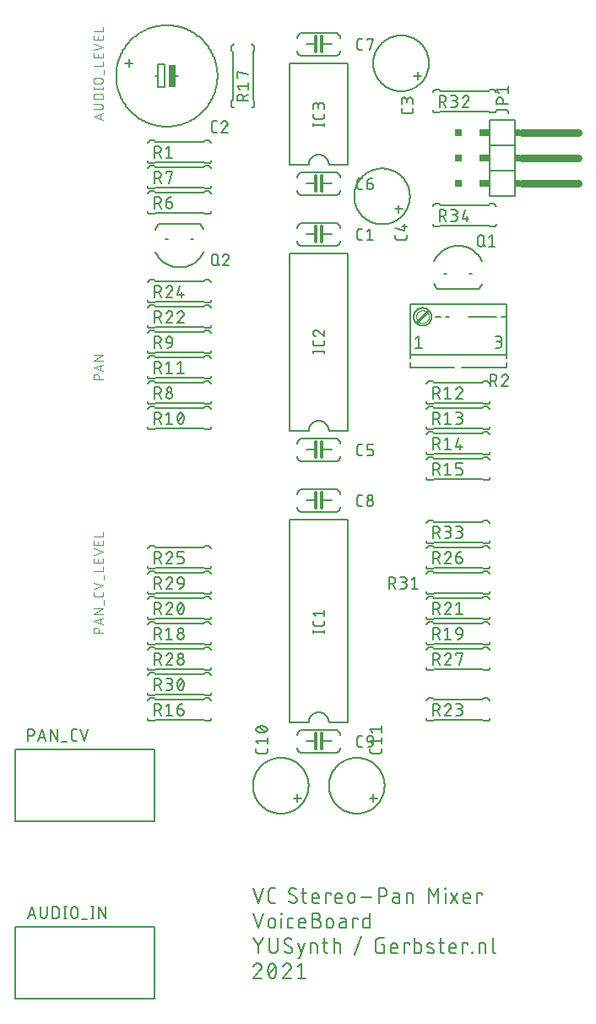
<source format=gbr>
G04 EAGLE Gerber RS-274X export*
G75*
%MOMM*%
%FSLAX34Y34*%
%LPD*%
%INSilkscreen Top*%
%IPPOS*%
%AMOC8*
5,1,8,0,0,1.08239X$1,22.5*%
G01*
%ADD10C,0.177800*%
%ADD11C,0.152400*%
%ADD12C,0.127000*%
%ADD13C,0.304800*%
%ADD14C,0.050800*%
%ADD15C,0.101600*%
%ADD16R,0.635000X2.286000*%
%ADD17C,0.762000*%
%ADD18R,0.508000X0.762000*%
%ADD19R,1.016000X0.762000*%
%ADD20R,0.762000X0.762000*%


D10*
X239029Y119761D02*
X244024Y104775D01*
X249020Y119761D01*
X258012Y104775D02*
X261342Y104775D01*
X258012Y104775D02*
X257898Y104777D01*
X257785Y104783D01*
X257671Y104792D01*
X257559Y104806D01*
X257446Y104823D01*
X257334Y104845D01*
X257224Y104870D01*
X257114Y104898D01*
X257005Y104931D01*
X256897Y104967D01*
X256790Y105007D01*
X256685Y105051D01*
X256582Y105098D01*
X256480Y105148D01*
X256380Y105202D01*
X256282Y105260D01*
X256186Y105321D01*
X256092Y105384D01*
X256000Y105452D01*
X255910Y105522D01*
X255824Y105595D01*
X255739Y105671D01*
X255657Y105750D01*
X255578Y105832D01*
X255502Y105917D01*
X255429Y106003D01*
X255359Y106093D01*
X255291Y106185D01*
X255228Y106279D01*
X255167Y106375D01*
X255109Y106473D01*
X255055Y106573D01*
X255005Y106675D01*
X254958Y106778D01*
X254914Y106883D01*
X254874Y106990D01*
X254838Y107098D01*
X254805Y107207D01*
X254777Y107317D01*
X254752Y107427D01*
X254730Y107539D01*
X254713Y107652D01*
X254699Y107764D01*
X254690Y107878D01*
X254684Y107991D01*
X254682Y108105D01*
X254682Y116431D01*
X254684Y116545D01*
X254690Y116658D01*
X254699Y116772D01*
X254713Y116884D01*
X254730Y116997D01*
X254752Y117109D01*
X254777Y117219D01*
X254805Y117329D01*
X254838Y117438D01*
X254874Y117546D01*
X254914Y117653D01*
X254958Y117758D01*
X255005Y117861D01*
X255055Y117963D01*
X255109Y118063D01*
X255167Y118161D01*
X255228Y118257D01*
X255291Y118351D01*
X255359Y118443D01*
X255429Y118533D01*
X255502Y118619D01*
X255578Y118704D01*
X255657Y118786D01*
X255739Y118865D01*
X255823Y118941D01*
X255910Y119014D01*
X256000Y119084D01*
X256092Y119151D01*
X256186Y119215D01*
X256282Y119276D01*
X256380Y119334D01*
X256480Y119388D01*
X256582Y119438D01*
X256685Y119485D01*
X256790Y119529D01*
X256897Y119569D01*
X257005Y119605D01*
X257114Y119638D01*
X257224Y119666D01*
X257334Y119691D01*
X257446Y119713D01*
X257559Y119730D01*
X257671Y119744D01*
X257785Y119753D01*
X257898Y119759D01*
X258012Y119761D01*
X261342Y119761D01*
X279544Y104775D02*
X279658Y104777D01*
X279771Y104783D01*
X279885Y104792D01*
X279997Y104806D01*
X280110Y104823D01*
X280222Y104845D01*
X280332Y104870D01*
X280442Y104898D01*
X280551Y104931D01*
X280659Y104967D01*
X280766Y105007D01*
X280871Y105051D01*
X280974Y105098D01*
X281076Y105148D01*
X281176Y105202D01*
X281274Y105260D01*
X281370Y105321D01*
X281464Y105385D01*
X281556Y105452D01*
X281646Y105522D01*
X281733Y105595D01*
X281817Y105671D01*
X281899Y105750D01*
X281978Y105832D01*
X282054Y105917D01*
X282127Y106003D01*
X282197Y106093D01*
X282265Y106185D01*
X282328Y106279D01*
X282389Y106375D01*
X282447Y106473D01*
X282501Y106573D01*
X282551Y106675D01*
X282598Y106778D01*
X282642Y106883D01*
X282682Y106990D01*
X282718Y107098D01*
X282751Y107207D01*
X282779Y107317D01*
X282804Y107427D01*
X282826Y107539D01*
X282843Y107652D01*
X282857Y107764D01*
X282866Y107878D01*
X282872Y107991D01*
X282874Y108105D01*
X279544Y104775D02*
X279376Y104777D01*
X279208Y104783D01*
X279040Y104793D01*
X278872Y104807D01*
X278704Y104825D01*
X278538Y104847D01*
X278371Y104873D01*
X278206Y104903D01*
X278041Y104937D01*
X277877Y104975D01*
X277714Y105017D01*
X277552Y105063D01*
X277391Y105113D01*
X277231Y105166D01*
X277073Y105223D01*
X276916Y105284D01*
X276761Y105349D01*
X276607Y105417D01*
X276455Y105490D01*
X276305Y105565D01*
X276156Y105645D01*
X276009Y105727D01*
X275865Y105814D01*
X275723Y105903D01*
X275582Y105997D01*
X275444Y106093D01*
X275309Y106193D01*
X275176Y106296D01*
X275045Y106402D01*
X274917Y106511D01*
X274791Y106623D01*
X274669Y106738D01*
X274549Y106856D01*
X274965Y116431D02*
X274967Y116545D01*
X274973Y116658D01*
X274982Y116772D01*
X274996Y116884D01*
X275013Y116997D01*
X275035Y117109D01*
X275060Y117219D01*
X275088Y117329D01*
X275121Y117438D01*
X275157Y117546D01*
X275197Y117653D01*
X275241Y117758D01*
X275288Y117861D01*
X275338Y117963D01*
X275392Y118063D01*
X275450Y118161D01*
X275511Y118257D01*
X275574Y118351D01*
X275642Y118443D01*
X275712Y118533D01*
X275785Y118619D01*
X275861Y118704D01*
X275940Y118786D01*
X276022Y118865D01*
X276107Y118941D01*
X276193Y119014D01*
X276283Y119084D01*
X276375Y119152D01*
X276469Y119215D01*
X276565Y119276D01*
X276663Y119334D01*
X276763Y119388D01*
X276865Y119438D01*
X276968Y119485D01*
X277073Y119529D01*
X277180Y119569D01*
X277288Y119605D01*
X277397Y119638D01*
X277507Y119666D01*
X277617Y119691D01*
X277729Y119713D01*
X277842Y119730D01*
X277954Y119744D01*
X278068Y119753D01*
X278181Y119759D01*
X278295Y119761D01*
X278450Y119759D01*
X278604Y119753D01*
X278758Y119744D01*
X278912Y119730D01*
X279066Y119713D01*
X279219Y119692D01*
X279371Y119668D01*
X279523Y119639D01*
X279674Y119607D01*
X279825Y119571D01*
X279974Y119531D01*
X280122Y119488D01*
X280270Y119441D01*
X280416Y119390D01*
X280560Y119336D01*
X280704Y119278D01*
X280845Y119216D01*
X280986Y119152D01*
X281124Y119083D01*
X281261Y119012D01*
X281396Y118936D01*
X281529Y118858D01*
X281661Y118776D01*
X281790Y118691D01*
X281917Y118603D01*
X282041Y118512D01*
X276630Y113517D02*
X276533Y113576D01*
X276439Y113639D01*
X276346Y113704D01*
X276256Y113773D01*
X276168Y113844D01*
X276083Y113919D01*
X276000Y113996D01*
X275920Y114076D01*
X275842Y114158D01*
X275768Y114244D01*
X275696Y114331D01*
X275627Y114421D01*
X275561Y114513D01*
X275499Y114608D01*
X275439Y114704D01*
X275383Y114802D01*
X275330Y114903D01*
X275281Y115005D01*
X275235Y115108D01*
X275192Y115213D01*
X275153Y115319D01*
X275117Y115427D01*
X275086Y115536D01*
X275058Y115645D01*
X275033Y115756D01*
X275012Y115867D01*
X274995Y115979D01*
X274982Y116092D01*
X274973Y116205D01*
X274967Y116318D01*
X274965Y116431D01*
X281209Y111019D02*
X281306Y110960D01*
X281400Y110897D01*
X281493Y110832D01*
X281583Y110763D01*
X281671Y110692D01*
X281756Y110617D01*
X281839Y110540D01*
X281919Y110460D01*
X281997Y110378D01*
X282071Y110292D01*
X282143Y110205D01*
X282212Y110115D01*
X282278Y110023D01*
X282340Y109928D01*
X282400Y109832D01*
X282456Y109734D01*
X282509Y109633D01*
X282558Y109531D01*
X282605Y109428D01*
X282647Y109323D01*
X282686Y109217D01*
X282722Y109109D01*
X282753Y109000D01*
X282781Y108891D01*
X282806Y108780D01*
X282827Y108669D01*
X282844Y108557D01*
X282857Y108444D01*
X282866Y108331D01*
X282872Y108218D01*
X282874Y108105D01*
X281209Y111019D02*
X276630Y113517D01*
X287479Y114766D02*
X292475Y114766D01*
X289144Y119761D02*
X289144Y107273D01*
X289146Y107175D01*
X289152Y107077D01*
X289161Y106979D01*
X289175Y106882D01*
X289192Y106786D01*
X289213Y106690D01*
X289238Y106595D01*
X289266Y106501D01*
X289298Y106408D01*
X289334Y106317D01*
X289373Y106227D01*
X289416Y106139D01*
X289463Y106052D01*
X289512Y105968D01*
X289565Y105885D01*
X289621Y105805D01*
X289680Y105727D01*
X289743Y105651D01*
X289808Y105577D01*
X289876Y105507D01*
X289946Y105439D01*
X290020Y105374D01*
X290096Y105311D01*
X290174Y105252D01*
X290254Y105196D01*
X290337Y105143D01*
X290421Y105094D01*
X290508Y105047D01*
X290596Y105004D01*
X290686Y104965D01*
X290777Y104929D01*
X290870Y104897D01*
X290964Y104869D01*
X291059Y104844D01*
X291155Y104823D01*
X291251Y104806D01*
X291348Y104792D01*
X291446Y104783D01*
X291544Y104777D01*
X291642Y104775D01*
X292475Y104775D01*
X300673Y104775D02*
X304836Y104775D01*
X300673Y104775D02*
X300575Y104777D01*
X300477Y104783D01*
X300379Y104792D01*
X300282Y104806D01*
X300186Y104823D01*
X300090Y104844D01*
X299995Y104869D01*
X299901Y104897D01*
X299808Y104929D01*
X299717Y104965D01*
X299627Y105004D01*
X299539Y105047D01*
X299452Y105094D01*
X299368Y105143D01*
X299285Y105196D01*
X299205Y105252D01*
X299127Y105311D01*
X299051Y105374D01*
X298977Y105439D01*
X298907Y105507D01*
X298839Y105577D01*
X298774Y105651D01*
X298711Y105727D01*
X298652Y105805D01*
X298596Y105885D01*
X298543Y105968D01*
X298494Y106052D01*
X298447Y106139D01*
X298404Y106227D01*
X298365Y106317D01*
X298329Y106408D01*
X298297Y106501D01*
X298269Y106595D01*
X298244Y106690D01*
X298223Y106786D01*
X298206Y106882D01*
X298192Y106979D01*
X298183Y107077D01*
X298177Y107175D01*
X298175Y107273D01*
X298175Y111435D01*
X298177Y111549D01*
X298183Y111662D01*
X298192Y111776D01*
X298206Y111888D01*
X298223Y112001D01*
X298245Y112113D01*
X298270Y112223D01*
X298298Y112333D01*
X298331Y112442D01*
X298367Y112550D01*
X298407Y112657D01*
X298451Y112762D01*
X298498Y112865D01*
X298548Y112967D01*
X298602Y113067D01*
X298660Y113165D01*
X298721Y113261D01*
X298784Y113355D01*
X298852Y113447D01*
X298922Y113537D01*
X298995Y113623D01*
X299071Y113708D01*
X299150Y113790D01*
X299232Y113869D01*
X299317Y113945D01*
X299403Y114018D01*
X299493Y114088D01*
X299585Y114156D01*
X299679Y114219D01*
X299775Y114280D01*
X299873Y114338D01*
X299973Y114392D01*
X300075Y114442D01*
X300178Y114489D01*
X300283Y114533D01*
X300390Y114573D01*
X300498Y114609D01*
X300607Y114642D01*
X300717Y114670D01*
X300827Y114695D01*
X300939Y114717D01*
X301052Y114734D01*
X301164Y114748D01*
X301278Y114757D01*
X301391Y114763D01*
X301505Y114765D01*
X301619Y114763D01*
X301732Y114757D01*
X301846Y114748D01*
X301958Y114734D01*
X302071Y114717D01*
X302183Y114695D01*
X302293Y114670D01*
X302403Y114642D01*
X302512Y114609D01*
X302620Y114573D01*
X302727Y114533D01*
X302832Y114489D01*
X302935Y114442D01*
X303037Y114392D01*
X303137Y114338D01*
X303235Y114280D01*
X303331Y114219D01*
X303425Y114156D01*
X303517Y114088D01*
X303607Y114018D01*
X303693Y113945D01*
X303778Y113869D01*
X303860Y113790D01*
X303939Y113708D01*
X304015Y113623D01*
X304088Y113537D01*
X304158Y113447D01*
X304226Y113355D01*
X304289Y113261D01*
X304350Y113165D01*
X304408Y113067D01*
X304462Y112967D01*
X304512Y112865D01*
X304559Y112762D01*
X304603Y112657D01*
X304643Y112550D01*
X304679Y112442D01*
X304712Y112333D01*
X304740Y112223D01*
X304765Y112113D01*
X304787Y112001D01*
X304804Y111888D01*
X304818Y111776D01*
X304827Y111662D01*
X304833Y111549D01*
X304835Y111435D01*
X304836Y111435D02*
X304836Y109770D01*
X298175Y109770D01*
X311650Y104775D02*
X311650Y114766D01*
X316645Y114766D01*
X316645Y113101D01*
X323963Y104775D02*
X328125Y104775D01*
X323963Y104775D02*
X323865Y104777D01*
X323767Y104783D01*
X323669Y104792D01*
X323572Y104806D01*
X323476Y104823D01*
X323380Y104844D01*
X323285Y104869D01*
X323191Y104897D01*
X323098Y104929D01*
X323007Y104965D01*
X322917Y105004D01*
X322829Y105047D01*
X322742Y105094D01*
X322658Y105143D01*
X322575Y105196D01*
X322495Y105252D01*
X322417Y105311D01*
X322341Y105374D01*
X322267Y105439D01*
X322197Y105507D01*
X322129Y105577D01*
X322064Y105651D01*
X322001Y105727D01*
X321942Y105805D01*
X321886Y105885D01*
X321833Y105968D01*
X321784Y106052D01*
X321737Y106139D01*
X321694Y106227D01*
X321655Y106317D01*
X321619Y106408D01*
X321587Y106501D01*
X321559Y106595D01*
X321534Y106690D01*
X321513Y106786D01*
X321496Y106882D01*
X321482Y106979D01*
X321473Y107077D01*
X321467Y107175D01*
X321465Y107273D01*
X321465Y111435D01*
X321467Y111549D01*
X321473Y111662D01*
X321482Y111776D01*
X321496Y111888D01*
X321513Y112001D01*
X321535Y112113D01*
X321560Y112223D01*
X321588Y112333D01*
X321621Y112442D01*
X321657Y112550D01*
X321697Y112657D01*
X321741Y112762D01*
X321788Y112865D01*
X321838Y112967D01*
X321892Y113067D01*
X321950Y113165D01*
X322011Y113261D01*
X322074Y113355D01*
X322142Y113447D01*
X322212Y113537D01*
X322285Y113623D01*
X322361Y113708D01*
X322440Y113790D01*
X322522Y113869D01*
X322607Y113945D01*
X322693Y114018D01*
X322783Y114088D01*
X322875Y114156D01*
X322969Y114219D01*
X323065Y114280D01*
X323163Y114338D01*
X323263Y114392D01*
X323365Y114442D01*
X323468Y114489D01*
X323573Y114533D01*
X323680Y114573D01*
X323788Y114609D01*
X323897Y114642D01*
X324007Y114670D01*
X324117Y114695D01*
X324229Y114717D01*
X324342Y114734D01*
X324454Y114748D01*
X324568Y114757D01*
X324681Y114763D01*
X324795Y114765D01*
X324909Y114763D01*
X325022Y114757D01*
X325136Y114748D01*
X325248Y114734D01*
X325361Y114717D01*
X325473Y114695D01*
X325583Y114670D01*
X325693Y114642D01*
X325802Y114609D01*
X325910Y114573D01*
X326017Y114533D01*
X326122Y114489D01*
X326225Y114442D01*
X326327Y114392D01*
X326427Y114338D01*
X326525Y114280D01*
X326621Y114219D01*
X326715Y114156D01*
X326807Y114088D01*
X326897Y114018D01*
X326983Y113945D01*
X327068Y113869D01*
X327150Y113790D01*
X327229Y113708D01*
X327305Y113623D01*
X327378Y113537D01*
X327448Y113447D01*
X327516Y113355D01*
X327579Y113261D01*
X327640Y113165D01*
X327698Y113067D01*
X327752Y112967D01*
X327802Y112865D01*
X327849Y112762D01*
X327893Y112657D01*
X327933Y112550D01*
X327969Y112442D01*
X328002Y112333D01*
X328030Y112223D01*
X328055Y112113D01*
X328077Y112001D01*
X328094Y111888D01*
X328108Y111776D01*
X328117Y111662D01*
X328123Y111549D01*
X328125Y111435D01*
X328125Y109770D01*
X321465Y109770D01*
X334349Y108105D02*
X334349Y111435D01*
X334351Y111549D01*
X334357Y111662D01*
X334366Y111776D01*
X334380Y111888D01*
X334397Y112001D01*
X334419Y112113D01*
X334444Y112223D01*
X334472Y112333D01*
X334505Y112442D01*
X334541Y112550D01*
X334581Y112657D01*
X334625Y112762D01*
X334672Y112865D01*
X334722Y112967D01*
X334776Y113067D01*
X334834Y113165D01*
X334895Y113261D01*
X334958Y113355D01*
X335026Y113447D01*
X335096Y113537D01*
X335169Y113623D01*
X335245Y113708D01*
X335324Y113790D01*
X335406Y113869D01*
X335491Y113945D01*
X335577Y114018D01*
X335667Y114088D01*
X335759Y114156D01*
X335853Y114219D01*
X335949Y114280D01*
X336047Y114338D01*
X336147Y114392D01*
X336249Y114442D01*
X336352Y114489D01*
X336457Y114533D01*
X336564Y114573D01*
X336672Y114609D01*
X336781Y114642D01*
X336891Y114670D01*
X337001Y114695D01*
X337113Y114717D01*
X337226Y114734D01*
X337338Y114748D01*
X337452Y114757D01*
X337565Y114763D01*
X337679Y114765D01*
X337793Y114763D01*
X337906Y114757D01*
X338020Y114748D01*
X338132Y114734D01*
X338245Y114717D01*
X338357Y114695D01*
X338467Y114670D01*
X338577Y114642D01*
X338686Y114609D01*
X338794Y114573D01*
X338901Y114533D01*
X339006Y114489D01*
X339109Y114442D01*
X339211Y114392D01*
X339311Y114338D01*
X339409Y114280D01*
X339505Y114219D01*
X339599Y114156D01*
X339691Y114088D01*
X339781Y114018D01*
X339867Y113945D01*
X339952Y113869D01*
X340034Y113790D01*
X340113Y113708D01*
X340189Y113623D01*
X340262Y113537D01*
X340332Y113447D01*
X340400Y113355D01*
X340463Y113261D01*
X340524Y113165D01*
X340582Y113067D01*
X340636Y112967D01*
X340686Y112865D01*
X340733Y112762D01*
X340777Y112657D01*
X340817Y112550D01*
X340853Y112442D01*
X340886Y112333D01*
X340914Y112223D01*
X340939Y112113D01*
X340961Y112001D01*
X340978Y111888D01*
X340992Y111776D01*
X341001Y111662D01*
X341007Y111549D01*
X341009Y111435D01*
X341009Y108105D01*
X341007Y107991D01*
X341001Y107878D01*
X340992Y107764D01*
X340978Y107652D01*
X340961Y107539D01*
X340939Y107427D01*
X340914Y107317D01*
X340886Y107207D01*
X340853Y107098D01*
X340817Y106990D01*
X340777Y106883D01*
X340733Y106778D01*
X340686Y106675D01*
X340636Y106573D01*
X340582Y106473D01*
X340524Y106375D01*
X340463Y106279D01*
X340400Y106185D01*
X340332Y106093D01*
X340262Y106003D01*
X340189Y105917D01*
X340113Y105832D01*
X340034Y105750D01*
X339952Y105671D01*
X339867Y105595D01*
X339781Y105522D01*
X339691Y105452D01*
X339599Y105384D01*
X339505Y105321D01*
X339409Y105260D01*
X339311Y105202D01*
X339211Y105148D01*
X339109Y105098D01*
X339006Y105051D01*
X338901Y105007D01*
X338794Y104967D01*
X338686Y104931D01*
X338577Y104898D01*
X338467Y104870D01*
X338357Y104845D01*
X338245Y104823D01*
X338132Y104806D01*
X338020Y104792D01*
X337906Y104783D01*
X337793Y104777D01*
X337679Y104775D01*
X337565Y104777D01*
X337452Y104783D01*
X337338Y104792D01*
X337226Y104806D01*
X337113Y104823D01*
X337001Y104845D01*
X336891Y104870D01*
X336781Y104898D01*
X336672Y104931D01*
X336564Y104967D01*
X336457Y105007D01*
X336352Y105051D01*
X336249Y105098D01*
X336147Y105148D01*
X336047Y105202D01*
X335949Y105260D01*
X335853Y105321D01*
X335759Y105384D01*
X335667Y105452D01*
X335577Y105522D01*
X335491Y105595D01*
X335406Y105671D01*
X335324Y105750D01*
X335245Y105832D01*
X335169Y105917D01*
X335096Y106003D01*
X335026Y106093D01*
X334958Y106185D01*
X334895Y106279D01*
X334834Y106375D01*
X334776Y106473D01*
X334722Y106573D01*
X334672Y106675D01*
X334625Y106778D01*
X334581Y106883D01*
X334541Y106990D01*
X334505Y107098D01*
X334472Y107207D01*
X334444Y107317D01*
X334419Y107427D01*
X334397Y107539D01*
X334380Y107652D01*
X334366Y107764D01*
X334357Y107878D01*
X334351Y107991D01*
X334349Y108105D01*
X347549Y110603D02*
X357540Y110603D01*
X364974Y104775D02*
X364974Y119761D01*
X369137Y119761D01*
X369265Y119759D01*
X369393Y119753D01*
X369521Y119743D01*
X369649Y119729D01*
X369776Y119712D01*
X369902Y119690D01*
X370028Y119665D01*
X370152Y119635D01*
X370276Y119602D01*
X370399Y119565D01*
X370521Y119524D01*
X370641Y119480D01*
X370760Y119432D01*
X370877Y119380D01*
X370993Y119325D01*
X371106Y119266D01*
X371219Y119203D01*
X371329Y119137D01*
X371436Y119068D01*
X371542Y118996D01*
X371646Y118920D01*
X371747Y118841D01*
X371846Y118759D01*
X371942Y118674D01*
X372035Y118587D01*
X372126Y118496D01*
X372213Y118403D01*
X372298Y118307D01*
X372380Y118208D01*
X372459Y118107D01*
X372535Y118003D01*
X372607Y117897D01*
X372676Y117790D01*
X372742Y117679D01*
X372805Y117567D01*
X372864Y117454D01*
X372919Y117338D01*
X372971Y117221D01*
X373019Y117102D01*
X373063Y116982D01*
X373104Y116860D01*
X373141Y116737D01*
X373174Y116613D01*
X373204Y116489D01*
X373229Y116363D01*
X373251Y116237D01*
X373268Y116110D01*
X373282Y115982D01*
X373292Y115854D01*
X373298Y115726D01*
X373300Y115598D01*
X373298Y115470D01*
X373292Y115342D01*
X373282Y115214D01*
X373268Y115086D01*
X373251Y114959D01*
X373229Y114833D01*
X373204Y114707D01*
X373174Y114583D01*
X373141Y114459D01*
X373104Y114336D01*
X373063Y114214D01*
X373019Y114094D01*
X372971Y113975D01*
X372919Y113858D01*
X372864Y113742D01*
X372805Y113629D01*
X372742Y113516D01*
X372676Y113406D01*
X372607Y113299D01*
X372535Y113193D01*
X372459Y113089D01*
X372380Y112988D01*
X372298Y112889D01*
X372213Y112793D01*
X372126Y112700D01*
X372035Y112609D01*
X371942Y112522D01*
X371846Y112437D01*
X371747Y112355D01*
X371646Y112276D01*
X371542Y112200D01*
X371436Y112128D01*
X371329Y112059D01*
X371219Y111993D01*
X371106Y111930D01*
X370993Y111871D01*
X370877Y111816D01*
X370760Y111764D01*
X370641Y111716D01*
X370521Y111672D01*
X370399Y111631D01*
X370276Y111594D01*
X370152Y111561D01*
X370028Y111531D01*
X369902Y111506D01*
X369776Y111484D01*
X369649Y111467D01*
X369521Y111453D01*
X369393Y111443D01*
X369265Y111437D01*
X369137Y111435D01*
X364974Y111435D01*
X381777Y110603D02*
X385523Y110603D01*
X381777Y110603D02*
X381671Y110601D01*
X381564Y110595D01*
X381458Y110586D01*
X381353Y110572D01*
X381248Y110555D01*
X381143Y110533D01*
X381040Y110508D01*
X380937Y110479D01*
X380836Y110447D01*
X380736Y110411D01*
X380637Y110371D01*
X380540Y110327D01*
X380445Y110281D01*
X380351Y110230D01*
X380259Y110176D01*
X380169Y110119D01*
X380081Y110059D01*
X379996Y109995D01*
X379913Y109929D01*
X379832Y109859D01*
X379754Y109787D01*
X379679Y109712D01*
X379607Y109634D01*
X379537Y109553D01*
X379471Y109470D01*
X379407Y109385D01*
X379347Y109297D01*
X379290Y109207D01*
X379236Y109115D01*
X379185Y109021D01*
X379139Y108926D01*
X379095Y108829D01*
X379055Y108730D01*
X379019Y108630D01*
X378987Y108529D01*
X378958Y108426D01*
X378933Y108323D01*
X378911Y108218D01*
X378894Y108113D01*
X378880Y108008D01*
X378871Y107902D01*
X378865Y107795D01*
X378863Y107689D01*
X378865Y107583D01*
X378871Y107476D01*
X378880Y107370D01*
X378894Y107265D01*
X378911Y107160D01*
X378933Y107055D01*
X378958Y106952D01*
X378987Y106849D01*
X379019Y106748D01*
X379055Y106648D01*
X379095Y106549D01*
X379139Y106452D01*
X379185Y106357D01*
X379236Y106263D01*
X379290Y106171D01*
X379347Y106081D01*
X379407Y105993D01*
X379471Y105908D01*
X379537Y105825D01*
X379607Y105744D01*
X379679Y105666D01*
X379754Y105591D01*
X379832Y105519D01*
X379913Y105449D01*
X379996Y105383D01*
X380081Y105319D01*
X380169Y105259D01*
X380259Y105202D01*
X380351Y105148D01*
X380445Y105097D01*
X380540Y105051D01*
X380637Y105007D01*
X380736Y104967D01*
X380836Y104931D01*
X380937Y104899D01*
X381040Y104870D01*
X381143Y104845D01*
X381248Y104823D01*
X381353Y104806D01*
X381458Y104792D01*
X381564Y104783D01*
X381671Y104777D01*
X381777Y104775D01*
X385523Y104775D01*
X385523Y112268D01*
X385524Y112268D02*
X385522Y112366D01*
X385516Y112464D01*
X385507Y112562D01*
X385493Y112659D01*
X385476Y112755D01*
X385455Y112851D01*
X385430Y112946D01*
X385402Y113040D01*
X385370Y113133D01*
X385334Y113224D01*
X385295Y113314D01*
X385252Y113402D01*
X385205Y113489D01*
X385156Y113573D01*
X385103Y113656D01*
X385047Y113736D01*
X384988Y113815D01*
X384925Y113890D01*
X384860Y113964D01*
X384792Y114034D01*
X384722Y114102D01*
X384648Y114168D01*
X384572Y114230D01*
X384494Y114289D01*
X384414Y114345D01*
X384331Y114398D01*
X384247Y114448D01*
X384160Y114494D01*
X384072Y114537D01*
X383982Y114576D01*
X383891Y114612D01*
X383798Y114644D01*
X383704Y114672D01*
X383609Y114697D01*
X383513Y114718D01*
X383417Y114735D01*
X383320Y114749D01*
X383222Y114758D01*
X383124Y114764D01*
X383026Y114766D01*
X383025Y114766D02*
X379695Y114766D01*
X392821Y114766D02*
X392821Y104775D01*
X392821Y114766D02*
X396983Y114766D01*
X397081Y114764D01*
X397179Y114758D01*
X397277Y114749D01*
X397374Y114735D01*
X397470Y114718D01*
X397566Y114697D01*
X397661Y114672D01*
X397755Y114644D01*
X397848Y114612D01*
X397939Y114576D01*
X398029Y114537D01*
X398117Y114494D01*
X398204Y114448D01*
X398288Y114398D01*
X398371Y114345D01*
X398451Y114289D01*
X398529Y114230D01*
X398605Y114168D01*
X398679Y114102D01*
X398749Y114034D01*
X398817Y113964D01*
X398882Y113890D01*
X398945Y113815D01*
X399004Y113736D01*
X399060Y113656D01*
X399113Y113573D01*
X399162Y113489D01*
X399209Y113402D01*
X399252Y113314D01*
X399291Y113224D01*
X399327Y113133D01*
X399359Y113040D01*
X399387Y112946D01*
X399412Y112851D01*
X399433Y112755D01*
X399450Y112659D01*
X399464Y112562D01*
X399473Y112464D01*
X399479Y112366D01*
X399481Y112268D01*
X399481Y104775D01*
X414941Y104775D02*
X414941Y119761D01*
X419936Y111435D01*
X424932Y119761D01*
X424932Y104775D01*
X431829Y104775D02*
X431829Y114766D01*
X431413Y118928D02*
X431413Y119761D01*
X432245Y119761D01*
X432245Y118928D01*
X431413Y118928D01*
X444079Y114766D02*
X437418Y104775D01*
X444079Y104775D02*
X437418Y114766D01*
X452304Y104775D02*
X456467Y104775D01*
X452304Y104775D02*
X452206Y104777D01*
X452108Y104783D01*
X452010Y104792D01*
X451913Y104806D01*
X451817Y104823D01*
X451721Y104844D01*
X451626Y104869D01*
X451532Y104897D01*
X451439Y104929D01*
X451348Y104965D01*
X451258Y105004D01*
X451170Y105047D01*
X451083Y105094D01*
X450999Y105143D01*
X450916Y105196D01*
X450836Y105252D01*
X450758Y105311D01*
X450682Y105374D01*
X450608Y105439D01*
X450538Y105507D01*
X450470Y105577D01*
X450405Y105651D01*
X450342Y105727D01*
X450283Y105805D01*
X450227Y105885D01*
X450174Y105968D01*
X450125Y106052D01*
X450078Y106139D01*
X450035Y106227D01*
X449996Y106317D01*
X449960Y106408D01*
X449928Y106501D01*
X449900Y106595D01*
X449875Y106690D01*
X449854Y106786D01*
X449837Y106882D01*
X449823Y106979D01*
X449814Y107077D01*
X449808Y107175D01*
X449806Y107273D01*
X449806Y111435D01*
X449808Y111549D01*
X449814Y111662D01*
X449823Y111776D01*
X449837Y111888D01*
X449854Y112001D01*
X449876Y112113D01*
X449901Y112223D01*
X449929Y112333D01*
X449962Y112442D01*
X449998Y112550D01*
X450038Y112657D01*
X450082Y112762D01*
X450129Y112865D01*
X450179Y112967D01*
X450233Y113067D01*
X450291Y113165D01*
X450352Y113261D01*
X450415Y113355D01*
X450483Y113447D01*
X450553Y113537D01*
X450626Y113623D01*
X450702Y113708D01*
X450781Y113790D01*
X450863Y113869D01*
X450948Y113945D01*
X451034Y114018D01*
X451124Y114088D01*
X451216Y114156D01*
X451310Y114219D01*
X451406Y114280D01*
X451504Y114338D01*
X451604Y114392D01*
X451706Y114442D01*
X451809Y114489D01*
X451914Y114533D01*
X452021Y114573D01*
X452129Y114609D01*
X452238Y114642D01*
X452348Y114670D01*
X452458Y114695D01*
X452570Y114717D01*
X452683Y114734D01*
X452795Y114748D01*
X452909Y114757D01*
X453022Y114763D01*
X453136Y114765D01*
X453250Y114763D01*
X453363Y114757D01*
X453477Y114748D01*
X453589Y114734D01*
X453702Y114717D01*
X453814Y114695D01*
X453924Y114670D01*
X454034Y114642D01*
X454143Y114609D01*
X454251Y114573D01*
X454358Y114533D01*
X454463Y114489D01*
X454566Y114442D01*
X454668Y114392D01*
X454768Y114338D01*
X454866Y114280D01*
X454962Y114219D01*
X455056Y114156D01*
X455148Y114088D01*
X455238Y114018D01*
X455324Y113945D01*
X455409Y113869D01*
X455491Y113790D01*
X455570Y113708D01*
X455646Y113623D01*
X455719Y113537D01*
X455789Y113447D01*
X455857Y113355D01*
X455920Y113261D01*
X455981Y113165D01*
X456039Y113067D01*
X456093Y112967D01*
X456143Y112865D01*
X456190Y112762D01*
X456234Y112657D01*
X456274Y112550D01*
X456310Y112442D01*
X456343Y112333D01*
X456371Y112223D01*
X456396Y112113D01*
X456418Y112001D01*
X456435Y111888D01*
X456449Y111776D01*
X456458Y111662D01*
X456464Y111549D01*
X456466Y111435D01*
X456467Y111435D02*
X456467Y109770D01*
X449806Y109770D01*
X463281Y104775D02*
X463281Y114766D01*
X468276Y114766D01*
X468276Y113101D01*
X244024Y79629D02*
X239029Y94615D01*
X249020Y94615D02*
X244024Y79629D01*
X254569Y82959D02*
X254569Y86289D01*
X254571Y86403D01*
X254577Y86516D01*
X254586Y86630D01*
X254600Y86742D01*
X254617Y86855D01*
X254639Y86967D01*
X254664Y87077D01*
X254692Y87187D01*
X254725Y87296D01*
X254761Y87404D01*
X254801Y87511D01*
X254845Y87616D01*
X254892Y87719D01*
X254942Y87821D01*
X254996Y87921D01*
X255054Y88019D01*
X255115Y88115D01*
X255178Y88209D01*
X255246Y88301D01*
X255316Y88391D01*
X255389Y88477D01*
X255465Y88562D01*
X255544Y88644D01*
X255626Y88723D01*
X255711Y88799D01*
X255797Y88872D01*
X255887Y88942D01*
X255979Y89010D01*
X256073Y89073D01*
X256169Y89134D01*
X256267Y89192D01*
X256367Y89246D01*
X256469Y89296D01*
X256572Y89343D01*
X256677Y89387D01*
X256784Y89427D01*
X256892Y89463D01*
X257001Y89496D01*
X257111Y89524D01*
X257221Y89549D01*
X257333Y89571D01*
X257446Y89588D01*
X257558Y89602D01*
X257672Y89611D01*
X257785Y89617D01*
X257899Y89619D01*
X258013Y89617D01*
X258126Y89611D01*
X258240Y89602D01*
X258352Y89588D01*
X258465Y89571D01*
X258577Y89549D01*
X258687Y89524D01*
X258797Y89496D01*
X258906Y89463D01*
X259014Y89427D01*
X259121Y89387D01*
X259226Y89343D01*
X259329Y89296D01*
X259431Y89246D01*
X259531Y89192D01*
X259629Y89134D01*
X259725Y89073D01*
X259819Y89010D01*
X259911Y88942D01*
X260001Y88872D01*
X260087Y88799D01*
X260172Y88723D01*
X260254Y88644D01*
X260333Y88562D01*
X260409Y88477D01*
X260482Y88391D01*
X260552Y88301D01*
X260620Y88209D01*
X260683Y88115D01*
X260744Y88019D01*
X260802Y87921D01*
X260856Y87821D01*
X260906Y87719D01*
X260953Y87616D01*
X260997Y87511D01*
X261037Y87404D01*
X261073Y87296D01*
X261106Y87187D01*
X261134Y87077D01*
X261159Y86967D01*
X261181Y86855D01*
X261198Y86742D01*
X261212Y86630D01*
X261221Y86516D01*
X261227Y86403D01*
X261229Y86289D01*
X261229Y82959D01*
X261227Y82845D01*
X261221Y82732D01*
X261212Y82618D01*
X261198Y82506D01*
X261181Y82393D01*
X261159Y82281D01*
X261134Y82171D01*
X261106Y82061D01*
X261073Y81952D01*
X261037Y81844D01*
X260997Y81737D01*
X260953Y81632D01*
X260906Y81529D01*
X260856Y81427D01*
X260802Y81327D01*
X260744Y81229D01*
X260683Y81133D01*
X260620Y81039D01*
X260552Y80947D01*
X260482Y80857D01*
X260409Y80771D01*
X260333Y80686D01*
X260254Y80604D01*
X260172Y80525D01*
X260087Y80449D01*
X260001Y80376D01*
X259911Y80306D01*
X259819Y80238D01*
X259725Y80175D01*
X259629Y80114D01*
X259531Y80056D01*
X259431Y80002D01*
X259329Y79952D01*
X259226Y79905D01*
X259121Y79861D01*
X259014Y79821D01*
X258906Y79785D01*
X258797Y79752D01*
X258687Y79724D01*
X258577Y79699D01*
X258465Y79677D01*
X258352Y79660D01*
X258240Y79646D01*
X258126Y79637D01*
X258013Y79631D01*
X257899Y79629D01*
X257785Y79631D01*
X257672Y79637D01*
X257558Y79646D01*
X257446Y79660D01*
X257333Y79677D01*
X257221Y79699D01*
X257111Y79724D01*
X257001Y79752D01*
X256892Y79785D01*
X256784Y79821D01*
X256677Y79861D01*
X256572Y79905D01*
X256469Y79952D01*
X256367Y80002D01*
X256267Y80056D01*
X256169Y80114D01*
X256073Y80175D01*
X255979Y80238D01*
X255887Y80306D01*
X255797Y80376D01*
X255711Y80449D01*
X255626Y80525D01*
X255544Y80604D01*
X255465Y80686D01*
X255389Y80771D01*
X255316Y80857D01*
X255246Y80947D01*
X255178Y81039D01*
X255115Y81133D01*
X255054Y81229D01*
X254996Y81327D01*
X254942Y81427D01*
X254892Y81529D01*
X254845Y81632D01*
X254801Y81737D01*
X254761Y81844D01*
X254725Y81952D01*
X254692Y82061D01*
X254664Y82171D01*
X254639Y82281D01*
X254617Y82393D01*
X254600Y82506D01*
X254586Y82618D01*
X254577Y82732D01*
X254571Y82845D01*
X254569Y82959D01*
X267314Y79629D02*
X267314Y89620D01*
X266898Y93782D02*
X266898Y94615D01*
X267730Y94615D01*
X267730Y93782D01*
X266898Y93782D01*
X275916Y79629D02*
X279246Y79629D01*
X275916Y79629D02*
X275818Y79631D01*
X275720Y79637D01*
X275622Y79646D01*
X275525Y79660D01*
X275429Y79677D01*
X275333Y79698D01*
X275238Y79723D01*
X275144Y79751D01*
X275051Y79783D01*
X274960Y79819D01*
X274870Y79858D01*
X274782Y79901D01*
X274695Y79948D01*
X274611Y79997D01*
X274528Y80050D01*
X274448Y80106D01*
X274370Y80165D01*
X274294Y80228D01*
X274220Y80293D01*
X274150Y80361D01*
X274082Y80431D01*
X274017Y80505D01*
X273954Y80581D01*
X273895Y80659D01*
X273839Y80739D01*
X273786Y80822D01*
X273737Y80906D01*
X273690Y80993D01*
X273647Y81081D01*
X273608Y81171D01*
X273572Y81262D01*
X273540Y81355D01*
X273512Y81449D01*
X273487Y81544D01*
X273466Y81640D01*
X273449Y81736D01*
X273435Y81833D01*
X273426Y81931D01*
X273420Y82029D01*
X273418Y82127D01*
X273418Y87122D01*
X273420Y87220D01*
X273426Y87318D01*
X273435Y87416D01*
X273449Y87513D01*
X273466Y87609D01*
X273487Y87705D01*
X273512Y87800D01*
X273540Y87894D01*
X273572Y87987D01*
X273608Y88078D01*
X273647Y88168D01*
X273690Y88256D01*
X273737Y88343D01*
X273786Y88427D01*
X273839Y88510D01*
X273895Y88590D01*
X273954Y88669D01*
X274017Y88744D01*
X274082Y88818D01*
X274150Y88888D01*
X274220Y88956D01*
X274294Y89022D01*
X274370Y89084D01*
X274448Y89143D01*
X274528Y89199D01*
X274611Y89252D01*
X274695Y89302D01*
X274782Y89348D01*
X274870Y89391D01*
X274960Y89430D01*
X275051Y89466D01*
X275144Y89498D01*
X275238Y89526D01*
X275333Y89551D01*
X275429Y89572D01*
X275525Y89589D01*
X275622Y89603D01*
X275720Y89612D01*
X275818Y89618D01*
X275916Y89620D01*
X279246Y89620D01*
X287294Y79629D02*
X291456Y79629D01*
X287294Y79629D02*
X287196Y79631D01*
X287098Y79637D01*
X287000Y79646D01*
X286903Y79660D01*
X286807Y79677D01*
X286711Y79698D01*
X286616Y79723D01*
X286522Y79751D01*
X286429Y79783D01*
X286338Y79819D01*
X286248Y79858D01*
X286160Y79901D01*
X286073Y79948D01*
X285989Y79997D01*
X285906Y80050D01*
X285826Y80106D01*
X285748Y80165D01*
X285672Y80228D01*
X285598Y80293D01*
X285528Y80361D01*
X285460Y80431D01*
X285395Y80505D01*
X285332Y80581D01*
X285273Y80659D01*
X285217Y80739D01*
X285164Y80822D01*
X285115Y80906D01*
X285068Y80993D01*
X285025Y81081D01*
X284986Y81171D01*
X284950Y81262D01*
X284918Y81355D01*
X284890Y81449D01*
X284865Y81544D01*
X284844Y81640D01*
X284827Y81736D01*
X284813Y81833D01*
X284804Y81931D01*
X284798Y82029D01*
X284796Y82127D01*
X284796Y86289D01*
X284798Y86403D01*
X284804Y86516D01*
X284813Y86630D01*
X284827Y86742D01*
X284844Y86855D01*
X284866Y86967D01*
X284891Y87077D01*
X284919Y87187D01*
X284952Y87296D01*
X284988Y87404D01*
X285028Y87511D01*
X285072Y87616D01*
X285119Y87719D01*
X285169Y87821D01*
X285223Y87921D01*
X285281Y88019D01*
X285342Y88115D01*
X285405Y88209D01*
X285473Y88301D01*
X285543Y88391D01*
X285616Y88477D01*
X285692Y88562D01*
X285771Y88644D01*
X285853Y88723D01*
X285938Y88799D01*
X286024Y88872D01*
X286114Y88942D01*
X286206Y89010D01*
X286300Y89073D01*
X286396Y89134D01*
X286494Y89192D01*
X286594Y89246D01*
X286696Y89296D01*
X286799Y89343D01*
X286904Y89387D01*
X287011Y89427D01*
X287119Y89463D01*
X287228Y89496D01*
X287338Y89524D01*
X287448Y89549D01*
X287560Y89571D01*
X287673Y89588D01*
X287785Y89602D01*
X287899Y89611D01*
X288012Y89617D01*
X288126Y89619D01*
X288240Y89617D01*
X288353Y89611D01*
X288467Y89602D01*
X288579Y89588D01*
X288692Y89571D01*
X288804Y89549D01*
X288914Y89524D01*
X289024Y89496D01*
X289133Y89463D01*
X289241Y89427D01*
X289348Y89387D01*
X289453Y89343D01*
X289556Y89296D01*
X289658Y89246D01*
X289758Y89192D01*
X289856Y89134D01*
X289952Y89073D01*
X290046Y89010D01*
X290138Y88942D01*
X290228Y88872D01*
X290314Y88799D01*
X290399Y88723D01*
X290481Y88644D01*
X290560Y88562D01*
X290636Y88477D01*
X290709Y88391D01*
X290779Y88301D01*
X290847Y88209D01*
X290910Y88115D01*
X290971Y88019D01*
X291029Y87921D01*
X291083Y87821D01*
X291133Y87719D01*
X291180Y87616D01*
X291224Y87511D01*
X291264Y87404D01*
X291300Y87296D01*
X291333Y87187D01*
X291361Y87077D01*
X291386Y86967D01*
X291408Y86855D01*
X291425Y86742D01*
X291439Y86630D01*
X291448Y86516D01*
X291454Y86403D01*
X291456Y86289D01*
X291456Y84624D01*
X284796Y84624D01*
X298573Y87955D02*
X302736Y87955D01*
X302864Y87953D01*
X302992Y87947D01*
X303120Y87937D01*
X303248Y87923D01*
X303375Y87906D01*
X303501Y87884D01*
X303627Y87859D01*
X303751Y87829D01*
X303875Y87796D01*
X303998Y87759D01*
X304120Y87718D01*
X304240Y87674D01*
X304359Y87626D01*
X304476Y87574D01*
X304592Y87519D01*
X304705Y87460D01*
X304818Y87397D01*
X304928Y87331D01*
X305035Y87262D01*
X305141Y87190D01*
X305245Y87114D01*
X305346Y87035D01*
X305445Y86953D01*
X305541Y86868D01*
X305634Y86781D01*
X305725Y86690D01*
X305812Y86597D01*
X305897Y86501D01*
X305979Y86402D01*
X306058Y86301D01*
X306134Y86197D01*
X306206Y86091D01*
X306275Y85984D01*
X306341Y85873D01*
X306404Y85761D01*
X306463Y85648D01*
X306518Y85532D01*
X306570Y85415D01*
X306618Y85296D01*
X306662Y85176D01*
X306703Y85054D01*
X306740Y84931D01*
X306773Y84807D01*
X306803Y84683D01*
X306828Y84557D01*
X306850Y84431D01*
X306867Y84304D01*
X306881Y84176D01*
X306891Y84048D01*
X306897Y83920D01*
X306899Y83792D01*
X306897Y83664D01*
X306891Y83536D01*
X306881Y83408D01*
X306867Y83280D01*
X306850Y83153D01*
X306828Y83027D01*
X306803Y82901D01*
X306773Y82777D01*
X306740Y82653D01*
X306703Y82530D01*
X306662Y82408D01*
X306618Y82288D01*
X306570Y82169D01*
X306518Y82052D01*
X306463Y81936D01*
X306404Y81823D01*
X306341Y81710D01*
X306275Y81600D01*
X306206Y81493D01*
X306134Y81387D01*
X306058Y81283D01*
X305979Y81182D01*
X305897Y81083D01*
X305812Y80987D01*
X305725Y80894D01*
X305634Y80803D01*
X305541Y80716D01*
X305445Y80631D01*
X305346Y80549D01*
X305245Y80470D01*
X305141Y80394D01*
X305035Y80322D01*
X304928Y80253D01*
X304818Y80187D01*
X304705Y80124D01*
X304592Y80065D01*
X304476Y80010D01*
X304359Y79958D01*
X304240Y79910D01*
X304120Y79866D01*
X303998Y79825D01*
X303875Y79788D01*
X303751Y79755D01*
X303627Y79725D01*
X303501Y79700D01*
X303375Y79678D01*
X303248Y79661D01*
X303120Y79647D01*
X302992Y79637D01*
X302864Y79631D01*
X302736Y79629D01*
X298573Y79629D01*
X298573Y94615D01*
X302736Y94615D01*
X302850Y94613D01*
X302963Y94607D01*
X303077Y94598D01*
X303189Y94584D01*
X303302Y94567D01*
X303414Y94545D01*
X303524Y94520D01*
X303634Y94492D01*
X303743Y94459D01*
X303851Y94423D01*
X303958Y94383D01*
X304063Y94339D01*
X304166Y94292D01*
X304268Y94242D01*
X304368Y94188D01*
X304466Y94130D01*
X304562Y94069D01*
X304656Y94006D01*
X304748Y93938D01*
X304838Y93868D01*
X304924Y93795D01*
X305009Y93719D01*
X305091Y93640D01*
X305170Y93558D01*
X305246Y93473D01*
X305319Y93387D01*
X305389Y93297D01*
X305457Y93205D01*
X305520Y93111D01*
X305581Y93015D01*
X305639Y92917D01*
X305693Y92817D01*
X305743Y92715D01*
X305790Y92612D01*
X305834Y92507D01*
X305874Y92400D01*
X305910Y92292D01*
X305943Y92183D01*
X305971Y92073D01*
X305996Y91963D01*
X306018Y91851D01*
X306035Y91738D01*
X306049Y91626D01*
X306058Y91512D01*
X306064Y91399D01*
X306066Y91285D01*
X306064Y91171D01*
X306058Y91058D01*
X306049Y90944D01*
X306035Y90832D01*
X306018Y90719D01*
X305996Y90607D01*
X305971Y90497D01*
X305943Y90387D01*
X305910Y90278D01*
X305874Y90170D01*
X305834Y90063D01*
X305790Y89958D01*
X305743Y89855D01*
X305693Y89753D01*
X305639Y89653D01*
X305581Y89555D01*
X305520Y89459D01*
X305457Y89365D01*
X305389Y89273D01*
X305319Y89183D01*
X305246Y89097D01*
X305170Y89012D01*
X305091Y88930D01*
X305009Y88851D01*
X304924Y88775D01*
X304838Y88702D01*
X304748Y88632D01*
X304656Y88564D01*
X304562Y88501D01*
X304466Y88440D01*
X304368Y88382D01*
X304268Y88328D01*
X304166Y88278D01*
X304063Y88231D01*
X303958Y88187D01*
X303851Y88147D01*
X303743Y88111D01*
X303634Y88078D01*
X303524Y88050D01*
X303414Y88025D01*
X303302Y88003D01*
X303189Y87986D01*
X303077Y87972D01*
X302963Y87963D01*
X302850Y87957D01*
X302736Y87955D01*
X312545Y86289D02*
X312545Y82959D01*
X312546Y86289D02*
X312548Y86403D01*
X312554Y86516D01*
X312563Y86630D01*
X312577Y86742D01*
X312594Y86855D01*
X312616Y86967D01*
X312641Y87077D01*
X312669Y87187D01*
X312702Y87296D01*
X312738Y87404D01*
X312778Y87511D01*
X312822Y87616D01*
X312869Y87719D01*
X312919Y87821D01*
X312973Y87921D01*
X313031Y88019D01*
X313092Y88115D01*
X313155Y88209D01*
X313223Y88301D01*
X313293Y88391D01*
X313366Y88477D01*
X313442Y88562D01*
X313521Y88644D01*
X313603Y88723D01*
X313688Y88799D01*
X313774Y88872D01*
X313864Y88942D01*
X313956Y89010D01*
X314050Y89073D01*
X314146Y89134D01*
X314244Y89192D01*
X314344Y89246D01*
X314446Y89296D01*
X314549Y89343D01*
X314654Y89387D01*
X314761Y89427D01*
X314869Y89463D01*
X314978Y89496D01*
X315088Y89524D01*
X315198Y89549D01*
X315310Y89571D01*
X315423Y89588D01*
X315535Y89602D01*
X315649Y89611D01*
X315762Y89617D01*
X315876Y89619D01*
X315990Y89617D01*
X316103Y89611D01*
X316217Y89602D01*
X316329Y89588D01*
X316442Y89571D01*
X316554Y89549D01*
X316664Y89524D01*
X316774Y89496D01*
X316883Y89463D01*
X316991Y89427D01*
X317098Y89387D01*
X317203Y89343D01*
X317306Y89296D01*
X317408Y89246D01*
X317508Y89192D01*
X317606Y89134D01*
X317702Y89073D01*
X317796Y89010D01*
X317888Y88942D01*
X317978Y88872D01*
X318064Y88799D01*
X318149Y88723D01*
X318231Y88644D01*
X318310Y88562D01*
X318386Y88477D01*
X318459Y88391D01*
X318529Y88301D01*
X318597Y88209D01*
X318660Y88115D01*
X318721Y88019D01*
X318779Y87921D01*
X318833Y87821D01*
X318883Y87719D01*
X318930Y87616D01*
X318974Y87511D01*
X319014Y87404D01*
X319050Y87296D01*
X319083Y87187D01*
X319111Y87077D01*
X319136Y86967D01*
X319158Y86855D01*
X319175Y86742D01*
X319189Y86630D01*
X319198Y86516D01*
X319204Y86403D01*
X319206Y86289D01*
X319206Y82959D01*
X319204Y82845D01*
X319198Y82732D01*
X319189Y82618D01*
X319175Y82506D01*
X319158Y82393D01*
X319136Y82281D01*
X319111Y82171D01*
X319083Y82061D01*
X319050Y81952D01*
X319014Y81844D01*
X318974Y81737D01*
X318930Y81632D01*
X318883Y81529D01*
X318833Y81427D01*
X318779Y81327D01*
X318721Y81229D01*
X318660Y81133D01*
X318597Y81039D01*
X318529Y80947D01*
X318459Y80857D01*
X318386Y80771D01*
X318310Y80686D01*
X318231Y80604D01*
X318149Y80525D01*
X318064Y80449D01*
X317978Y80376D01*
X317888Y80306D01*
X317796Y80238D01*
X317702Y80175D01*
X317606Y80114D01*
X317508Y80056D01*
X317408Y80002D01*
X317306Y79952D01*
X317203Y79905D01*
X317098Y79861D01*
X316991Y79821D01*
X316883Y79785D01*
X316774Y79752D01*
X316664Y79724D01*
X316554Y79699D01*
X316442Y79677D01*
X316329Y79660D01*
X316217Y79646D01*
X316103Y79637D01*
X315990Y79631D01*
X315876Y79629D01*
X315762Y79631D01*
X315649Y79637D01*
X315535Y79646D01*
X315423Y79660D01*
X315310Y79677D01*
X315198Y79699D01*
X315088Y79724D01*
X314978Y79752D01*
X314869Y79785D01*
X314761Y79821D01*
X314654Y79861D01*
X314549Y79905D01*
X314446Y79952D01*
X314344Y80002D01*
X314244Y80056D01*
X314146Y80114D01*
X314050Y80175D01*
X313956Y80238D01*
X313864Y80306D01*
X313774Y80376D01*
X313688Y80449D01*
X313603Y80525D01*
X313521Y80604D01*
X313442Y80686D01*
X313366Y80771D01*
X313293Y80857D01*
X313223Y80947D01*
X313155Y81039D01*
X313092Y81133D01*
X313031Y81229D01*
X312973Y81327D01*
X312919Y81427D01*
X312869Y81529D01*
X312822Y81632D01*
X312778Y81737D01*
X312738Y81844D01*
X312702Y81952D01*
X312669Y82061D01*
X312641Y82171D01*
X312616Y82281D01*
X312594Y82393D01*
X312577Y82506D01*
X312563Y82618D01*
X312554Y82732D01*
X312548Y82845D01*
X312546Y82959D01*
X328260Y85457D02*
X332006Y85457D01*
X328260Y85457D02*
X328154Y85455D01*
X328047Y85449D01*
X327941Y85440D01*
X327836Y85426D01*
X327731Y85409D01*
X327626Y85387D01*
X327523Y85362D01*
X327420Y85333D01*
X327319Y85301D01*
X327219Y85265D01*
X327120Y85225D01*
X327023Y85181D01*
X326928Y85135D01*
X326834Y85084D01*
X326742Y85030D01*
X326652Y84973D01*
X326564Y84913D01*
X326479Y84849D01*
X326396Y84783D01*
X326315Y84713D01*
X326237Y84641D01*
X326162Y84566D01*
X326090Y84488D01*
X326020Y84407D01*
X325954Y84324D01*
X325890Y84239D01*
X325830Y84151D01*
X325773Y84061D01*
X325719Y83969D01*
X325668Y83875D01*
X325622Y83780D01*
X325578Y83683D01*
X325538Y83584D01*
X325502Y83484D01*
X325470Y83383D01*
X325441Y83280D01*
X325416Y83177D01*
X325394Y83072D01*
X325377Y82967D01*
X325363Y82862D01*
X325354Y82756D01*
X325348Y82649D01*
X325346Y82543D01*
X325348Y82437D01*
X325354Y82330D01*
X325363Y82224D01*
X325377Y82119D01*
X325394Y82014D01*
X325416Y81909D01*
X325441Y81806D01*
X325470Y81703D01*
X325502Y81602D01*
X325538Y81502D01*
X325578Y81403D01*
X325622Y81306D01*
X325668Y81211D01*
X325719Y81117D01*
X325773Y81025D01*
X325830Y80935D01*
X325890Y80847D01*
X325954Y80762D01*
X326020Y80679D01*
X326090Y80598D01*
X326162Y80520D01*
X326237Y80445D01*
X326315Y80373D01*
X326396Y80303D01*
X326479Y80237D01*
X326564Y80173D01*
X326652Y80113D01*
X326742Y80056D01*
X326834Y80002D01*
X326928Y79951D01*
X327023Y79905D01*
X327120Y79861D01*
X327219Y79821D01*
X327319Y79785D01*
X327420Y79753D01*
X327523Y79724D01*
X327626Y79699D01*
X327731Y79677D01*
X327836Y79660D01*
X327941Y79646D01*
X328047Y79637D01*
X328154Y79631D01*
X328260Y79629D01*
X332006Y79629D01*
X332006Y87122D01*
X332007Y87122D02*
X332005Y87220D01*
X331999Y87318D01*
X331990Y87416D01*
X331976Y87513D01*
X331959Y87609D01*
X331938Y87705D01*
X331913Y87800D01*
X331885Y87894D01*
X331853Y87987D01*
X331817Y88078D01*
X331778Y88168D01*
X331735Y88256D01*
X331688Y88343D01*
X331639Y88427D01*
X331586Y88510D01*
X331530Y88590D01*
X331471Y88669D01*
X331408Y88744D01*
X331343Y88818D01*
X331275Y88888D01*
X331205Y88956D01*
X331131Y89022D01*
X331055Y89084D01*
X330977Y89143D01*
X330897Y89199D01*
X330814Y89252D01*
X330730Y89302D01*
X330643Y89348D01*
X330555Y89391D01*
X330465Y89430D01*
X330374Y89466D01*
X330281Y89498D01*
X330187Y89526D01*
X330092Y89551D01*
X329996Y89572D01*
X329900Y89589D01*
X329803Y89603D01*
X329705Y89612D01*
X329607Y89618D01*
X329509Y89620D01*
X326178Y89620D01*
X339399Y89620D02*
X339399Y79629D01*
X339399Y89620D02*
X344395Y89620D01*
X344395Y87955D01*
X355792Y94615D02*
X355792Y79629D01*
X351629Y79629D01*
X351531Y79631D01*
X351433Y79637D01*
X351335Y79646D01*
X351238Y79660D01*
X351142Y79677D01*
X351046Y79698D01*
X350951Y79723D01*
X350857Y79751D01*
X350764Y79783D01*
X350673Y79819D01*
X350583Y79858D01*
X350495Y79901D01*
X350408Y79948D01*
X350324Y79997D01*
X350241Y80050D01*
X350161Y80106D01*
X350083Y80165D01*
X350007Y80228D01*
X349933Y80293D01*
X349863Y80361D01*
X349795Y80431D01*
X349730Y80505D01*
X349667Y80581D01*
X349608Y80659D01*
X349552Y80739D01*
X349499Y80822D01*
X349450Y80906D01*
X349403Y80993D01*
X349360Y81081D01*
X349321Y81171D01*
X349285Y81262D01*
X349253Y81355D01*
X349225Y81449D01*
X349200Y81544D01*
X349179Y81640D01*
X349162Y81736D01*
X349148Y81833D01*
X349139Y81931D01*
X349133Y82029D01*
X349131Y82127D01*
X349131Y87122D01*
X349133Y87220D01*
X349139Y87318D01*
X349148Y87416D01*
X349162Y87513D01*
X349179Y87609D01*
X349200Y87705D01*
X349225Y87800D01*
X349253Y87894D01*
X349285Y87987D01*
X349321Y88078D01*
X349360Y88168D01*
X349403Y88256D01*
X349450Y88343D01*
X349499Y88427D01*
X349552Y88510D01*
X349608Y88590D01*
X349667Y88669D01*
X349730Y88744D01*
X349795Y88818D01*
X349863Y88888D01*
X349933Y88956D01*
X350007Y89022D01*
X350083Y89084D01*
X350161Y89143D01*
X350241Y89199D01*
X350324Y89252D01*
X350408Y89302D01*
X350495Y89348D01*
X350583Y89391D01*
X350673Y89430D01*
X350764Y89466D01*
X350857Y89498D01*
X350951Y89526D01*
X351046Y89551D01*
X351142Y89572D01*
X351238Y89589D01*
X351335Y89603D01*
X351433Y89612D01*
X351531Y89618D01*
X351629Y89620D01*
X355792Y89620D01*
X244024Y62392D02*
X239029Y69469D01*
X244024Y62392D02*
X249020Y69469D01*
X244024Y62392D02*
X244024Y54483D01*
X255223Y58646D02*
X255223Y69469D01*
X255223Y58646D02*
X255225Y58518D01*
X255231Y58390D01*
X255241Y58262D01*
X255255Y58134D01*
X255272Y58007D01*
X255294Y57881D01*
X255319Y57755D01*
X255349Y57631D01*
X255382Y57507D01*
X255419Y57384D01*
X255460Y57262D01*
X255504Y57142D01*
X255552Y57023D01*
X255604Y56906D01*
X255659Y56790D01*
X255718Y56677D01*
X255781Y56565D01*
X255847Y56454D01*
X255916Y56347D01*
X255988Y56241D01*
X256064Y56137D01*
X256143Y56036D01*
X256225Y55937D01*
X256310Y55841D01*
X256397Y55748D01*
X256488Y55657D01*
X256581Y55570D01*
X256677Y55485D01*
X256776Y55403D01*
X256877Y55324D01*
X256981Y55248D01*
X257087Y55176D01*
X257194Y55107D01*
X257305Y55041D01*
X257417Y54978D01*
X257530Y54919D01*
X257646Y54864D01*
X257763Y54812D01*
X257882Y54764D01*
X258002Y54720D01*
X258124Y54679D01*
X258247Y54642D01*
X258371Y54609D01*
X258495Y54579D01*
X258621Y54554D01*
X258747Y54532D01*
X258874Y54515D01*
X259002Y54501D01*
X259130Y54491D01*
X259258Y54485D01*
X259386Y54483D01*
X259514Y54485D01*
X259642Y54491D01*
X259770Y54501D01*
X259898Y54515D01*
X260025Y54532D01*
X260151Y54554D01*
X260277Y54579D01*
X260401Y54609D01*
X260525Y54642D01*
X260648Y54679D01*
X260770Y54720D01*
X260890Y54764D01*
X261009Y54812D01*
X261126Y54864D01*
X261242Y54919D01*
X261355Y54978D01*
X261467Y55041D01*
X261578Y55107D01*
X261685Y55176D01*
X261791Y55248D01*
X261895Y55324D01*
X261996Y55403D01*
X262095Y55485D01*
X262191Y55570D01*
X262284Y55657D01*
X262375Y55748D01*
X262462Y55841D01*
X262547Y55937D01*
X262629Y56036D01*
X262708Y56137D01*
X262784Y56241D01*
X262856Y56347D01*
X262925Y56454D01*
X262991Y56564D01*
X263054Y56677D01*
X263113Y56790D01*
X263168Y56906D01*
X263220Y57023D01*
X263268Y57142D01*
X263312Y57262D01*
X263353Y57384D01*
X263390Y57507D01*
X263423Y57631D01*
X263453Y57755D01*
X263478Y57881D01*
X263500Y58007D01*
X263517Y58134D01*
X263531Y58262D01*
X263541Y58390D01*
X263547Y58518D01*
X263549Y58646D01*
X263548Y58646D02*
X263548Y69469D01*
X278414Y57813D02*
X278412Y57699D01*
X278406Y57586D01*
X278397Y57472D01*
X278383Y57360D01*
X278366Y57247D01*
X278344Y57135D01*
X278319Y57025D01*
X278291Y56915D01*
X278258Y56806D01*
X278222Y56698D01*
X278182Y56591D01*
X278138Y56486D01*
X278091Y56383D01*
X278041Y56281D01*
X277987Y56181D01*
X277929Y56083D01*
X277868Y55987D01*
X277805Y55893D01*
X277737Y55801D01*
X277667Y55711D01*
X277594Y55625D01*
X277518Y55540D01*
X277439Y55458D01*
X277357Y55379D01*
X277273Y55303D01*
X277186Y55230D01*
X277096Y55160D01*
X277004Y55093D01*
X276910Y55029D01*
X276814Y54968D01*
X276716Y54910D01*
X276616Y54856D01*
X276514Y54806D01*
X276411Y54759D01*
X276306Y54715D01*
X276199Y54675D01*
X276091Y54639D01*
X275982Y54606D01*
X275872Y54578D01*
X275762Y54553D01*
X275650Y54531D01*
X275537Y54514D01*
X275425Y54500D01*
X275311Y54491D01*
X275198Y54485D01*
X275084Y54483D01*
X274916Y54485D01*
X274748Y54491D01*
X274580Y54501D01*
X274412Y54515D01*
X274244Y54533D01*
X274078Y54555D01*
X273911Y54581D01*
X273746Y54611D01*
X273581Y54645D01*
X273417Y54683D01*
X273254Y54725D01*
X273092Y54771D01*
X272931Y54821D01*
X272771Y54874D01*
X272613Y54931D01*
X272456Y54992D01*
X272301Y55057D01*
X272147Y55125D01*
X271995Y55198D01*
X271845Y55273D01*
X271696Y55353D01*
X271549Y55435D01*
X271405Y55522D01*
X271263Y55611D01*
X271122Y55705D01*
X270984Y55801D01*
X270849Y55901D01*
X270716Y56004D01*
X270585Y56110D01*
X270457Y56219D01*
X270331Y56331D01*
X270209Y56446D01*
X270089Y56564D01*
X270505Y66139D02*
X270507Y66253D01*
X270513Y66366D01*
X270522Y66480D01*
X270536Y66592D01*
X270553Y66705D01*
X270575Y66817D01*
X270600Y66927D01*
X270628Y67037D01*
X270661Y67146D01*
X270697Y67254D01*
X270737Y67361D01*
X270781Y67466D01*
X270828Y67569D01*
X270878Y67671D01*
X270932Y67771D01*
X270990Y67869D01*
X271051Y67965D01*
X271114Y68059D01*
X271182Y68151D01*
X271252Y68241D01*
X271325Y68327D01*
X271401Y68412D01*
X271480Y68494D01*
X271562Y68573D01*
X271647Y68649D01*
X271733Y68722D01*
X271823Y68792D01*
X271915Y68860D01*
X272009Y68923D01*
X272105Y68984D01*
X272203Y69042D01*
X272303Y69096D01*
X272405Y69146D01*
X272508Y69193D01*
X272613Y69237D01*
X272720Y69277D01*
X272828Y69313D01*
X272937Y69346D01*
X273047Y69374D01*
X273157Y69399D01*
X273269Y69421D01*
X273382Y69438D01*
X273494Y69452D01*
X273608Y69461D01*
X273721Y69467D01*
X273835Y69469D01*
X273990Y69467D01*
X274144Y69461D01*
X274298Y69452D01*
X274452Y69438D01*
X274606Y69421D01*
X274759Y69400D01*
X274911Y69376D01*
X275063Y69347D01*
X275214Y69315D01*
X275365Y69279D01*
X275514Y69239D01*
X275662Y69196D01*
X275810Y69149D01*
X275956Y69098D01*
X276100Y69044D01*
X276244Y68986D01*
X276385Y68924D01*
X276526Y68860D01*
X276664Y68791D01*
X276801Y68720D01*
X276936Y68644D01*
X277069Y68566D01*
X277201Y68484D01*
X277330Y68399D01*
X277457Y68311D01*
X277581Y68220D01*
X272170Y63225D02*
X272073Y63284D01*
X271979Y63347D01*
X271886Y63412D01*
X271796Y63481D01*
X271708Y63552D01*
X271623Y63627D01*
X271540Y63704D01*
X271460Y63784D01*
X271382Y63866D01*
X271308Y63952D01*
X271236Y64039D01*
X271167Y64129D01*
X271101Y64221D01*
X271039Y64316D01*
X270979Y64412D01*
X270923Y64510D01*
X270870Y64611D01*
X270821Y64713D01*
X270775Y64816D01*
X270732Y64921D01*
X270693Y65027D01*
X270657Y65135D01*
X270626Y65244D01*
X270598Y65353D01*
X270573Y65464D01*
X270552Y65575D01*
X270535Y65687D01*
X270522Y65800D01*
X270513Y65913D01*
X270507Y66026D01*
X270505Y66139D01*
X276749Y60727D02*
X276846Y60668D01*
X276940Y60605D01*
X277033Y60540D01*
X277123Y60471D01*
X277211Y60400D01*
X277296Y60325D01*
X277379Y60248D01*
X277459Y60168D01*
X277537Y60086D01*
X277611Y60000D01*
X277683Y59913D01*
X277752Y59823D01*
X277818Y59731D01*
X277880Y59636D01*
X277940Y59540D01*
X277996Y59442D01*
X278049Y59341D01*
X278098Y59239D01*
X278145Y59136D01*
X278187Y59031D01*
X278226Y58925D01*
X278262Y58817D01*
X278293Y58708D01*
X278321Y58599D01*
X278346Y58488D01*
X278367Y58377D01*
X278384Y58265D01*
X278397Y58152D01*
X278406Y58039D01*
X278412Y57926D01*
X278414Y57813D01*
X276749Y60727D02*
X272170Y63225D01*
X283805Y49488D02*
X285470Y49488D01*
X290465Y64474D01*
X283805Y64474D02*
X287135Y54483D01*
X296689Y54483D02*
X296689Y64474D01*
X300851Y64474D01*
X300949Y64472D01*
X301047Y64466D01*
X301145Y64457D01*
X301242Y64443D01*
X301338Y64426D01*
X301434Y64405D01*
X301529Y64380D01*
X301623Y64352D01*
X301716Y64320D01*
X301807Y64284D01*
X301897Y64245D01*
X301985Y64202D01*
X302072Y64156D01*
X302156Y64106D01*
X302239Y64053D01*
X302319Y63997D01*
X302397Y63938D01*
X302473Y63876D01*
X302547Y63810D01*
X302617Y63742D01*
X302685Y63672D01*
X302750Y63598D01*
X302813Y63523D01*
X302872Y63444D01*
X302928Y63364D01*
X302981Y63281D01*
X303030Y63197D01*
X303077Y63110D01*
X303120Y63022D01*
X303159Y62932D01*
X303195Y62841D01*
X303227Y62748D01*
X303255Y62654D01*
X303280Y62559D01*
X303301Y62463D01*
X303318Y62367D01*
X303332Y62270D01*
X303341Y62172D01*
X303347Y62074D01*
X303349Y61976D01*
X303349Y54483D01*
X308787Y64474D02*
X313782Y64474D01*
X310452Y69469D02*
X310452Y56981D01*
X310454Y56883D01*
X310460Y56785D01*
X310469Y56687D01*
X310483Y56590D01*
X310500Y56494D01*
X310521Y56398D01*
X310546Y56303D01*
X310574Y56209D01*
X310606Y56116D01*
X310642Y56025D01*
X310681Y55935D01*
X310724Y55847D01*
X310771Y55760D01*
X310820Y55676D01*
X310873Y55593D01*
X310929Y55513D01*
X310988Y55435D01*
X311051Y55359D01*
X311116Y55285D01*
X311184Y55215D01*
X311254Y55147D01*
X311328Y55082D01*
X311404Y55019D01*
X311482Y54960D01*
X311562Y54904D01*
X311645Y54851D01*
X311729Y54802D01*
X311816Y54755D01*
X311904Y54712D01*
X311994Y54673D01*
X312085Y54637D01*
X312178Y54605D01*
X312272Y54577D01*
X312367Y54552D01*
X312463Y54531D01*
X312559Y54514D01*
X312656Y54500D01*
X312754Y54491D01*
X312852Y54485D01*
X312950Y54483D01*
X313782Y54483D01*
X319978Y54483D02*
X319978Y69469D01*
X319978Y64474D02*
X324141Y64474D01*
X324239Y64472D01*
X324337Y64466D01*
X324435Y64457D01*
X324532Y64443D01*
X324628Y64426D01*
X324724Y64405D01*
X324819Y64380D01*
X324913Y64352D01*
X325006Y64320D01*
X325097Y64284D01*
X325187Y64245D01*
X325275Y64202D01*
X325362Y64156D01*
X325446Y64106D01*
X325529Y64053D01*
X325609Y63997D01*
X325687Y63938D01*
X325763Y63876D01*
X325837Y63810D01*
X325907Y63742D01*
X325975Y63672D01*
X326040Y63598D01*
X326103Y63523D01*
X326162Y63444D01*
X326218Y63364D01*
X326271Y63281D01*
X326320Y63197D01*
X326367Y63110D01*
X326410Y63022D01*
X326449Y62932D01*
X326485Y62841D01*
X326517Y62748D01*
X326545Y62654D01*
X326570Y62559D01*
X326591Y62463D01*
X326608Y62367D01*
X326622Y62270D01*
X326631Y62172D01*
X326637Y62074D01*
X326639Y61976D01*
X326639Y54483D01*
X340790Y52818D02*
X347451Y71134D01*
X367589Y62809D02*
X370087Y62809D01*
X370087Y54483D01*
X365091Y54483D01*
X364977Y54485D01*
X364864Y54491D01*
X364750Y54500D01*
X364638Y54514D01*
X364525Y54531D01*
X364413Y54553D01*
X364303Y54578D01*
X364193Y54606D01*
X364084Y54639D01*
X363976Y54675D01*
X363869Y54715D01*
X363764Y54759D01*
X363661Y54806D01*
X363559Y54856D01*
X363459Y54910D01*
X363361Y54968D01*
X363265Y55029D01*
X363171Y55092D01*
X363079Y55160D01*
X362989Y55230D01*
X362903Y55303D01*
X362818Y55379D01*
X362736Y55458D01*
X362657Y55540D01*
X362581Y55625D01*
X362508Y55711D01*
X362438Y55801D01*
X362370Y55893D01*
X362307Y55987D01*
X362246Y56083D01*
X362188Y56181D01*
X362134Y56281D01*
X362084Y56383D01*
X362037Y56486D01*
X361993Y56591D01*
X361953Y56698D01*
X361917Y56806D01*
X361884Y56915D01*
X361856Y57025D01*
X361831Y57135D01*
X361809Y57247D01*
X361792Y57360D01*
X361778Y57472D01*
X361769Y57586D01*
X361763Y57699D01*
X361761Y57813D01*
X361761Y66139D01*
X361763Y66253D01*
X361769Y66366D01*
X361778Y66480D01*
X361792Y66592D01*
X361809Y66705D01*
X361831Y66817D01*
X361856Y66927D01*
X361884Y67037D01*
X361917Y67146D01*
X361953Y67254D01*
X361993Y67361D01*
X362037Y67466D01*
X362084Y67569D01*
X362134Y67671D01*
X362188Y67771D01*
X362246Y67869D01*
X362307Y67965D01*
X362370Y68059D01*
X362438Y68151D01*
X362508Y68241D01*
X362581Y68327D01*
X362657Y68412D01*
X362736Y68494D01*
X362818Y68573D01*
X362902Y68649D01*
X362989Y68722D01*
X363079Y68792D01*
X363171Y68859D01*
X363265Y68923D01*
X363361Y68984D01*
X363459Y69042D01*
X363559Y69096D01*
X363661Y69146D01*
X363764Y69193D01*
X363869Y69237D01*
X363976Y69277D01*
X364084Y69313D01*
X364193Y69346D01*
X364303Y69374D01*
X364413Y69399D01*
X364525Y69421D01*
X364638Y69438D01*
X364750Y69452D01*
X364864Y69461D01*
X364977Y69467D01*
X365091Y69469D01*
X370087Y69469D01*
X379462Y54483D02*
X383624Y54483D01*
X379462Y54483D02*
X379364Y54485D01*
X379266Y54491D01*
X379168Y54500D01*
X379071Y54514D01*
X378975Y54531D01*
X378879Y54552D01*
X378784Y54577D01*
X378690Y54605D01*
X378597Y54637D01*
X378506Y54673D01*
X378416Y54712D01*
X378328Y54755D01*
X378241Y54802D01*
X378157Y54851D01*
X378074Y54904D01*
X377994Y54960D01*
X377916Y55019D01*
X377840Y55082D01*
X377766Y55147D01*
X377696Y55215D01*
X377628Y55285D01*
X377563Y55359D01*
X377500Y55435D01*
X377441Y55513D01*
X377385Y55593D01*
X377332Y55676D01*
X377283Y55760D01*
X377236Y55847D01*
X377193Y55935D01*
X377154Y56025D01*
X377118Y56116D01*
X377086Y56209D01*
X377058Y56303D01*
X377033Y56398D01*
X377012Y56494D01*
X376995Y56590D01*
X376981Y56687D01*
X376972Y56785D01*
X376966Y56883D01*
X376964Y56981D01*
X376964Y61143D01*
X376966Y61257D01*
X376972Y61370D01*
X376981Y61484D01*
X376995Y61596D01*
X377012Y61709D01*
X377034Y61821D01*
X377059Y61931D01*
X377087Y62041D01*
X377120Y62150D01*
X377156Y62258D01*
X377196Y62365D01*
X377240Y62470D01*
X377287Y62573D01*
X377337Y62675D01*
X377391Y62775D01*
X377449Y62873D01*
X377510Y62969D01*
X377573Y63063D01*
X377641Y63155D01*
X377711Y63245D01*
X377784Y63331D01*
X377860Y63416D01*
X377939Y63498D01*
X378021Y63577D01*
X378106Y63653D01*
X378192Y63726D01*
X378282Y63796D01*
X378374Y63864D01*
X378468Y63927D01*
X378564Y63988D01*
X378662Y64046D01*
X378762Y64100D01*
X378864Y64150D01*
X378967Y64197D01*
X379072Y64241D01*
X379179Y64281D01*
X379287Y64317D01*
X379396Y64350D01*
X379506Y64378D01*
X379616Y64403D01*
X379728Y64425D01*
X379841Y64442D01*
X379953Y64456D01*
X380067Y64465D01*
X380180Y64471D01*
X380294Y64473D01*
X380408Y64471D01*
X380521Y64465D01*
X380635Y64456D01*
X380747Y64442D01*
X380860Y64425D01*
X380972Y64403D01*
X381082Y64378D01*
X381192Y64350D01*
X381301Y64317D01*
X381409Y64281D01*
X381516Y64241D01*
X381621Y64197D01*
X381724Y64150D01*
X381826Y64100D01*
X381926Y64046D01*
X382024Y63988D01*
X382120Y63927D01*
X382214Y63864D01*
X382306Y63796D01*
X382396Y63726D01*
X382482Y63653D01*
X382567Y63577D01*
X382649Y63498D01*
X382728Y63416D01*
X382804Y63331D01*
X382877Y63245D01*
X382947Y63155D01*
X383015Y63063D01*
X383078Y62969D01*
X383139Y62873D01*
X383197Y62775D01*
X383251Y62675D01*
X383301Y62573D01*
X383348Y62470D01*
X383392Y62365D01*
X383432Y62258D01*
X383468Y62150D01*
X383501Y62041D01*
X383529Y61931D01*
X383554Y61821D01*
X383576Y61709D01*
X383593Y61596D01*
X383607Y61484D01*
X383616Y61370D01*
X383622Y61257D01*
X383624Y61143D01*
X383624Y59478D01*
X376964Y59478D01*
X390439Y54483D02*
X390439Y64474D01*
X395434Y64474D01*
X395434Y62809D01*
X400832Y69469D02*
X400832Y54483D01*
X404995Y54483D01*
X405093Y54485D01*
X405191Y54491D01*
X405289Y54500D01*
X405386Y54514D01*
X405482Y54531D01*
X405578Y54552D01*
X405673Y54577D01*
X405767Y54605D01*
X405860Y54637D01*
X405951Y54673D01*
X406041Y54712D01*
X406129Y54755D01*
X406216Y54802D01*
X406300Y54851D01*
X406383Y54904D01*
X406463Y54960D01*
X406541Y55019D01*
X406617Y55081D01*
X406691Y55147D01*
X406761Y55215D01*
X406829Y55285D01*
X406894Y55359D01*
X406957Y55434D01*
X407016Y55513D01*
X407072Y55593D01*
X407125Y55676D01*
X407174Y55760D01*
X407221Y55847D01*
X407264Y55935D01*
X407303Y56025D01*
X407339Y56116D01*
X407371Y56209D01*
X407399Y56303D01*
X407424Y56398D01*
X407445Y56494D01*
X407462Y56590D01*
X407476Y56687D01*
X407485Y56785D01*
X407491Y56883D01*
X407493Y56981D01*
X407493Y61976D01*
X407491Y62074D01*
X407485Y62172D01*
X407476Y62270D01*
X407462Y62367D01*
X407445Y62463D01*
X407424Y62559D01*
X407399Y62654D01*
X407371Y62748D01*
X407339Y62841D01*
X407303Y62932D01*
X407264Y63022D01*
X407221Y63110D01*
X407174Y63197D01*
X407125Y63281D01*
X407072Y63364D01*
X407016Y63444D01*
X406957Y63523D01*
X406894Y63598D01*
X406829Y63672D01*
X406761Y63742D01*
X406691Y63810D01*
X406617Y63876D01*
X406541Y63938D01*
X406463Y63997D01*
X406383Y64053D01*
X406300Y64106D01*
X406216Y64156D01*
X406129Y64202D01*
X406041Y64245D01*
X405951Y64284D01*
X405860Y64320D01*
X405767Y64352D01*
X405673Y64380D01*
X405578Y64405D01*
X405482Y64426D01*
X405386Y64443D01*
X405289Y64457D01*
X405191Y64466D01*
X405093Y64472D01*
X404995Y64474D01*
X400832Y64474D01*
X414882Y60311D02*
X419044Y58646D01*
X414881Y60310D02*
X414796Y60346D01*
X414713Y60386D01*
X414632Y60429D01*
X414552Y60476D01*
X414475Y60526D01*
X414399Y60579D01*
X414326Y60635D01*
X414256Y60695D01*
X414188Y60757D01*
X414123Y60822D01*
X414061Y60890D01*
X414001Y60961D01*
X413945Y61034D01*
X413892Y61109D01*
X413842Y61187D01*
X413796Y61266D01*
X413753Y61348D01*
X413713Y61431D01*
X413677Y61516D01*
X413645Y61602D01*
X413616Y61690D01*
X413592Y61779D01*
X413571Y61869D01*
X413554Y61959D01*
X413540Y62050D01*
X413531Y62142D01*
X413526Y62234D01*
X413524Y62326D01*
X413526Y62418D01*
X413533Y62510D01*
X413543Y62602D01*
X413557Y62693D01*
X413575Y62784D01*
X413597Y62873D01*
X413623Y62962D01*
X413653Y63049D01*
X413686Y63135D01*
X413723Y63219D01*
X413763Y63302D01*
X413807Y63383D01*
X413854Y63462D01*
X413905Y63539D01*
X413959Y63614D01*
X414016Y63687D01*
X414076Y63757D01*
X414139Y63824D01*
X414205Y63888D01*
X414273Y63950D01*
X414344Y64009D01*
X414418Y64064D01*
X414494Y64117D01*
X414572Y64166D01*
X414652Y64212D01*
X414733Y64254D01*
X414817Y64293D01*
X414902Y64328D01*
X414989Y64359D01*
X415077Y64387D01*
X415166Y64411D01*
X415256Y64431D01*
X415346Y64448D01*
X415438Y64460D01*
X415530Y64469D01*
X415622Y64473D01*
X415714Y64474D01*
X415941Y64468D01*
X416168Y64457D01*
X416395Y64440D01*
X416621Y64417D01*
X416847Y64390D01*
X417072Y64356D01*
X417296Y64318D01*
X417519Y64274D01*
X417741Y64225D01*
X417962Y64170D01*
X418181Y64110D01*
X418399Y64045D01*
X418615Y63974D01*
X418829Y63899D01*
X419042Y63818D01*
X419252Y63732D01*
X419461Y63641D01*
X419045Y58646D02*
X419130Y58610D01*
X419213Y58570D01*
X419294Y58527D01*
X419374Y58480D01*
X419451Y58430D01*
X419527Y58377D01*
X419600Y58321D01*
X419670Y58261D01*
X419738Y58199D01*
X419803Y58134D01*
X419865Y58066D01*
X419925Y57995D01*
X419981Y57922D01*
X420034Y57847D01*
X420084Y57769D01*
X420130Y57690D01*
X420173Y57608D01*
X420213Y57525D01*
X420249Y57440D01*
X420281Y57354D01*
X420310Y57266D01*
X420334Y57177D01*
X420355Y57087D01*
X420372Y56997D01*
X420386Y56906D01*
X420395Y56814D01*
X420400Y56722D01*
X420402Y56630D01*
X420400Y56538D01*
X420393Y56446D01*
X420383Y56354D01*
X420369Y56263D01*
X420351Y56172D01*
X420329Y56083D01*
X420303Y55994D01*
X420273Y55907D01*
X420240Y55821D01*
X420203Y55737D01*
X420163Y55654D01*
X420119Y55573D01*
X420072Y55494D01*
X420021Y55417D01*
X419967Y55342D01*
X419910Y55269D01*
X419850Y55199D01*
X419787Y55132D01*
X419721Y55068D01*
X419653Y55006D01*
X419582Y54947D01*
X419508Y54892D01*
X419432Y54839D01*
X419354Y54790D01*
X419274Y54744D01*
X419193Y54702D01*
X419109Y54663D01*
X419024Y54628D01*
X418937Y54597D01*
X418849Y54569D01*
X418760Y54545D01*
X418670Y54525D01*
X418580Y54508D01*
X418488Y54496D01*
X418396Y54487D01*
X418304Y54483D01*
X418212Y54482D01*
X418212Y54483D02*
X417878Y54492D01*
X417545Y54509D01*
X417212Y54533D01*
X416879Y54566D01*
X416548Y54606D01*
X416217Y54654D01*
X415888Y54710D01*
X415560Y54773D01*
X415234Y54845D01*
X414910Y54924D01*
X414587Y55010D01*
X414267Y55105D01*
X413949Y55207D01*
X413633Y55316D01*
X425235Y64474D02*
X430231Y64474D01*
X426901Y69469D02*
X426901Y56981D01*
X426900Y56981D02*
X426902Y56883D01*
X426908Y56785D01*
X426917Y56687D01*
X426931Y56590D01*
X426948Y56494D01*
X426969Y56398D01*
X426994Y56303D01*
X427022Y56209D01*
X427054Y56116D01*
X427090Y56025D01*
X427129Y55935D01*
X427172Y55847D01*
X427219Y55760D01*
X427268Y55676D01*
X427321Y55593D01*
X427377Y55513D01*
X427436Y55435D01*
X427499Y55359D01*
X427564Y55285D01*
X427632Y55215D01*
X427702Y55147D01*
X427776Y55082D01*
X427852Y55019D01*
X427930Y54960D01*
X428010Y54904D01*
X428093Y54851D01*
X428177Y54802D01*
X428264Y54755D01*
X428352Y54712D01*
X428442Y54673D01*
X428533Y54637D01*
X428626Y54605D01*
X428720Y54577D01*
X428815Y54552D01*
X428911Y54531D01*
X429007Y54514D01*
X429104Y54500D01*
X429202Y54491D01*
X429300Y54485D01*
X429398Y54483D01*
X430231Y54483D01*
X438429Y54483D02*
X442592Y54483D01*
X438429Y54483D02*
X438331Y54485D01*
X438233Y54491D01*
X438135Y54500D01*
X438038Y54514D01*
X437942Y54531D01*
X437846Y54552D01*
X437751Y54577D01*
X437657Y54605D01*
X437564Y54637D01*
X437473Y54673D01*
X437383Y54712D01*
X437295Y54755D01*
X437208Y54802D01*
X437124Y54851D01*
X437041Y54904D01*
X436961Y54960D01*
X436883Y55019D01*
X436807Y55082D01*
X436733Y55147D01*
X436663Y55215D01*
X436595Y55285D01*
X436530Y55359D01*
X436467Y55435D01*
X436408Y55513D01*
X436352Y55593D01*
X436299Y55676D01*
X436250Y55760D01*
X436203Y55847D01*
X436160Y55935D01*
X436121Y56025D01*
X436085Y56116D01*
X436053Y56209D01*
X436025Y56303D01*
X436000Y56398D01*
X435979Y56494D01*
X435962Y56590D01*
X435948Y56687D01*
X435939Y56785D01*
X435933Y56883D01*
X435931Y56981D01*
X435931Y61143D01*
X435932Y61143D02*
X435934Y61257D01*
X435940Y61370D01*
X435949Y61484D01*
X435963Y61596D01*
X435980Y61709D01*
X436002Y61821D01*
X436027Y61931D01*
X436055Y62041D01*
X436088Y62150D01*
X436124Y62258D01*
X436164Y62365D01*
X436208Y62470D01*
X436255Y62573D01*
X436305Y62675D01*
X436359Y62775D01*
X436417Y62873D01*
X436478Y62969D01*
X436541Y63063D01*
X436609Y63155D01*
X436679Y63245D01*
X436752Y63331D01*
X436828Y63416D01*
X436907Y63498D01*
X436989Y63577D01*
X437074Y63653D01*
X437160Y63726D01*
X437250Y63796D01*
X437342Y63864D01*
X437436Y63927D01*
X437532Y63988D01*
X437630Y64046D01*
X437730Y64100D01*
X437832Y64150D01*
X437935Y64197D01*
X438040Y64241D01*
X438147Y64281D01*
X438255Y64317D01*
X438364Y64350D01*
X438474Y64378D01*
X438584Y64403D01*
X438696Y64425D01*
X438809Y64442D01*
X438921Y64456D01*
X439035Y64465D01*
X439148Y64471D01*
X439262Y64473D01*
X439376Y64471D01*
X439489Y64465D01*
X439603Y64456D01*
X439715Y64442D01*
X439828Y64425D01*
X439940Y64403D01*
X440050Y64378D01*
X440160Y64350D01*
X440269Y64317D01*
X440377Y64281D01*
X440484Y64241D01*
X440589Y64197D01*
X440692Y64150D01*
X440794Y64100D01*
X440894Y64046D01*
X440992Y63988D01*
X441088Y63927D01*
X441182Y63864D01*
X441274Y63796D01*
X441364Y63726D01*
X441450Y63653D01*
X441535Y63577D01*
X441617Y63498D01*
X441696Y63416D01*
X441772Y63331D01*
X441845Y63245D01*
X441915Y63155D01*
X441983Y63063D01*
X442046Y62969D01*
X442107Y62873D01*
X442165Y62775D01*
X442219Y62675D01*
X442269Y62573D01*
X442316Y62470D01*
X442360Y62365D01*
X442400Y62258D01*
X442436Y62150D01*
X442469Y62041D01*
X442497Y61931D01*
X442522Y61821D01*
X442544Y61709D01*
X442561Y61596D01*
X442575Y61484D01*
X442584Y61370D01*
X442590Y61257D01*
X442592Y61143D01*
X442592Y59478D01*
X435931Y59478D01*
X449406Y54483D02*
X449406Y64474D01*
X454401Y64474D01*
X454401Y62809D01*
X458666Y55316D02*
X458666Y54483D01*
X458666Y55316D02*
X459499Y55316D01*
X459499Y54483D01*
X458666Y54483D01*
X465663Y54483D02*
X465663Y64474D01*
X469826Y64474D01*
X469924Y64472D01*
X470022Y64466D01*
X470120Y64457D01*
X470217Y64443D01*
X470313Y64426D01*
X470409Y64405D01*
X470504Y64380D01*
X470598Y64352D01*
X470691Y64320D01*
X470782Y64284D01*
X470872Y64245D01*
X470960Y64202D01*
X471047Y64156D01*
X471131Y64106D01*
X471214Y64053D01*
X471294Y63997D01*
X471372Y63938D01*
X471448Y63876D01*
X471522Y63810D01*
X471592Y63742D01*
X471660Y63672D01*
X471725Y63598D01*
X471788Y63523D01*
X471847Y63444D01*
X471903Y63364D01*
X471956Y63281D01*
X472005Y63197D01*
X472052Y63110D01*
X472095Y63022D01*
X472134Y62932D01*
X472170Y62841D01*
X472202Y62748D01*
X472230Y62654D01*
X472255Y62559D01*
X472276Y62463D01*
X472293Y62367D01*
X472307Y62270D01*
X472316Y62172D01*
X472322Y62074D01*
X472324Y61976D01*
X472323Y61976D02*
X472323Y54483D01*
X479213Y56981D02*
X479213Y69469D01*
X479213Y56981D02*
X479215Y56883D01*
X479221Y56785D01*
X479230Y56687D01*
X479244Y56590D01*
X479261Y56494D01*
X479282Y56398D01*
X479307Y56303D01*
X479335Y56209D01*
X479367Y56116D01*
X479403Y56025D01*
X479442Y55935D01*
X479485Y55847D01*
X479532Y55760D01*
X479581Y55676D01*
X479634Y55593D01*
X479690Y55513D01*
X479749Y55435D01*
X479812Y55359D01*
X479877Y55285D01*
X479945Y55215D01*
X480015Y55147D01*
X480089Y55082D01*
X480165Y55019D01*
X480243Y54960D01*
X480323Y54904D01*
X480406Y54851D01*
X480490Y54802D01*
X480577Y54755D01*
X480665Y54712D01*
X480755Y54673D01*
X480846Y54637D01*
X480939Y54605D01*
X481033Y54577D01*
X481128Y54552D01*
X481224Y54531D01*
X481320Y54514D01*
X481417Y54500D01*
X481515Y54491D01*
X481613Y54485D01*
X481711Y54483D01*
X247355Y40577D02*
X247353Y40697D01*
X247347Y40817D01*
X247338Y40937D01*
X247324Y41056D01*
X247307Y41175D01*
X247286Y41293D01*
X247261Y41411D01*
X247232Y41527D01*
X247200Y41643D01*
X247164Y41758D01*
X247124Y41871D01*
X247081Y41983D01*
X247034Y42094D01*
X246984Y42203D01*
X246930Y42310D01*
X246873Y42416D01*
X246812Y42519D01*
X246748Y42621D01*
X246681Y42721D01*
X246611Y42818D01*
X246538Y42913D01*
X246461Y43006D01*
X246382Y43096D01*
X246300Y43184D01*
X246215Y43269D01*
X246127Y43351D01*
X246037Y43430D01*
X245944Y43507D01*
X245849Y43580D01*
X245752Y43650D01*
X245652Y43717D01*
X245550Y43781D01*
X245447Y43842D01*
X245341Y43899D01*
X245234Y43953D01*
X245125Y44003D01*
X245014Y44050D01*
X244902Y44093D01*
X244789Y44133D01*
X244674Y44169D01*
X244558Y44201D01*
X244442Y44230D01*
X244324Y44255D01*
X244206Y44276D01*
X244087Y44293D01*
X243968Y44307D01*
X243848Y44316D01*
X243728Y44322D01*
X243608Y44324D01*
X243608Y44323D02*
X243470Y44321D01*
X243333Y44315D01*
X243196Y44305D01*
X243059Y44292D01*
X242923Y44274D01*
X242787Y44252D01*
X242651Y44227D01*
X242517Y44198D01*
X242384Y44165D01*
X242251Y44128D01*
X242120Y44087D01*
X241989Y44043D01*
X241861Y43995D01*
X241733Y43943D01*
X241607Y43887D01*
X241483Y43828D01*
X241360Y43766D01*
X241240Y43700D01*
X241121Y43631D01*
X241004Y43558D01*
X240890Y43482D01*
X240777Y43402D01*
X240667Y43320D01*
X240559Y43234D01*
X240454Y43146D01*
X240352Y43054D01*
X240252Y42960D01*
X240154Y42862D01*
X240060Y42762D01*
X239969Y42659D01*
X239880Y42554D01*
X239795Y42446D01*
X239712Y42336D01*
X239633Y42224D01*
X239557Y42109D01*
X239484Y41992D01*
X239415Y41873D01*
X239349Y41753D01*
X239287Y41630D01*
X239228Y41506D01*
X239173Y41380D01*
X239121Y41252D01*
X239073Y41123D01*
X239029Y40993D01*
X246105Y37663D02*
X246195Y37751D01*
X246281Y37842D01*
X246365Y37935D01*
X246446Y38031D01*
X246524Y38129D01*
X246598Y38229D01*
X246670Y38332D01*
X246738Y38437D01*
X246803Y38545D01*
X246865Y38654D01*
X246923Y38765D01*
X246978Y38878D01*
X247029Y38992D01*
X247076Y39108D01*
X247120Y39225D01*
X247160Y39344D01*
X247197Y39464D01*
X247230Y39585D01*
X247259Y39707D01*
X247284Y39829D01*
X247305Y39953D01*
X247323Y40077D01*
X247336Y40202D01*
X247346Y40327D01*
X247352Y40452D01*
X247354Y40577D01*
X246106Y37663D02*
X239029Y29337D01*
X247355Y29337D01*
X253894Y36830D02*
X253898Y37125D01*
X253908Y37419D01*
X253926Y37714D01*
X253950Y38008D01*
X253982Y38301D01*
X254020Y38593D01*
X254066Y38884D01*
X254119Y39174D01*
X254178Y39463D01*
X254244Y39750D01*
X254317Y40036D01*
X254397Y40320D01*
X254484Y40602D01*
X254577Y40881D01*
X254677Y41159D01*
X254784Y41433D01*
X254897Y41706D01*
X255017Y41975D01*
X255143Y42242D01*
X255144Y42242D02*
X255182Y42345D01*
X255223Y42446D01*
X255267Y42545D01*
X255315Y42644D01*
X255366Y42740D01*
X255421Y42834D01*
X255479Y42927D01*
X255540Y43017D01*
X255605Y43105D01*
X255672Y43191D01*
X255743Y43274D01*
X255816Y43355D01*
X255892Y43433D01*
X255971Y43509D01*
X256053Y43581D01*
X256137Y43651D01*
X256224Y43717D01*
X256312Y43781D01*
X256403Y43841D01*
X256497Y43898D01*
X256592Y43952D01*
X256689Y44002D01*
X256787Y44049D01*
X256887Y44092D01*
X256989Y44132D01*
X257092Y44168D01*
X257196Y44200D01*
X257302Y44229D01*
X257408Y44254D01*
X257515Y44275D01*
X257623Y44292D01*
X257731Y44306D01*
X257840Y44315D01*
X257949Y44321D01*
X258058Y44323D01*
X258167Y44321D01*
X258276Y44315D01*
X258385Y44306D01*
X258493Y44292D01*
X258601Y44275D01*
X258708Y44254D01*
X258814Y44229D01*
X258920Y44200D01*
X259024Y44168D01*
X259127Y44132D01*
X259229Y44092D01*
X259329Y44049D01*
X259427Y44002D01*
X259524Y43952D01*
X259619Y43898D01*
X259713Y43841D01*
X259804Y43781D01*
X259892Y43717D01*
X259979Y43651D01*
X260063Y43581D01*
X260145Y43509D01*
X260224Y43433D01*
X260300Y43355D01*
X260373Y43274D01*
X260444Y43191D01*
X260511Y43105D01*
X260576Y43017D01*
X260637Y42927D01*
X260695Y42834D01*
X260750Y42740D01*
X260801Y42644D01*
X260849Y42545D01*
X260893Y42446D01*
X260934Y42345D01*
X260972Y42242D01*
X261098Y41975D01*
X261218Y41706D01*
X261331Y41433D01*
X261438Y41159D01*
X261538Y40881D01*
X261631Y40602D01*
X261718Y40320D01*
X261798Y40036D01*
X261871Y39750D01*
X261937Y39463D01*
X261996Y39174D01*
X262049Y38884D01*
X262095Y38593D01*
X262133Y38301D01*
X262165Y38008D01*
X262189Y37714D01*
X262207Y37419D01*
X262217Y37125D01*
X262221Y36830D01*
X253895Y36830D02*
X253899Y36535D01*
X253909Y36241D01*
X253927Y35946D01*
X253951Y35652D01*
X253983Y35359D01*
X254021Y35067D01*
X254067Y34776D01*
X254120Y34486D01*
X254179Y34197D01*
X254245Y33910D01*
X254318Y33624D01*
X254398Y33340D01*
X254485Y33058D01*
X254578Y32779D01*
X254678Y32501D01*
X254785Y32227D01*
X254898Y31954D01*
X255018Y31685D01*
X255144Y31418D01*
X255182Y31315D01*
X255223Y31214D01*
X255267Y31115D01*
X255315Y31016D01*
X255366Y30920D01*
X255421Y30826D01*
X255479Y30733D01*
X255540Y30643D01*
X255605Y30555D01*
X255672Y30469D01*
X255743Y30386D01*
X255816Y30305D01*
X255892Y30227D01*
X255971Y30151D01*
X256053Y30079D01*
X256137Y30009D01*
X256224Y29943D01*
X256312Y29879D01*
X256403Y29819D01*
X256497Y29762D01*
X256592Y29708D01*
X256689Y29658D01*
X256787Y29611D01*
X256887Y29568D01*
X256989Y29528D01*
X257092Y29492D01*
X257196Y29460D01*
X257302Y29431D01*
X257408Y29406D01*
X257515Y29385D01*
X257623Y29368D01*
X257731Y29354D01*
X257840Y29345D01*
X257949Y29339D01*
X258058Y29337D01*
X260972Y31418D02*
X261098Y31685D01*
X261218Y31954D01*
X261331Y32227D01*
X261438Y32501D01*
X261538Y32779D01*
X261631Y33058D01*
X261718Y33340D01*
X261798Y33624D01*
X261871Y33910D01*
X261937Y34197D01*
X261996Y34486D01*
X262049Y34776D01*
X262095Y35067D01*
X262133Y35359D01*
X262165Y35652D01*
X262189Y35946D01*
X262207Y36241D01*
X262217Y36535D01*
X262221Y36830D01*
X260972Y31418D02*
X260934Y31315D01*
X260893Y31214D01*
X260849Y31115D01*
X260801Y31016D01*
X260750Y30920D01*
X260695Y30826D01*
X260637Y30733D01*
X260576Y30643D01*
X260511Y30555D01*
X260444Y30469D01*
X260373Y30386D01*
X260300Y30305D01*
X260224Y30227D01*
X260145Y30151D01*
X260063Y30079D01*
X259979Y30009D01*
X259892Y29943D01*
X259804Y29879D01*
X259712Y29819D01*
X259619Y29762D01*
X259524Y29708D01*
X259427Y29658D01*
X259329Y29611D01*
X259229Y29568D01*
X259127Y29528D01*
X259024Y29492D01*
X258920Y29460D01*
X258814Y29431D01*
X258708Y29406D01*
X258601Y29385D01*
X258493Y29368D01*
X258385Y29354D01*
X258276Y29345D01*
X258167Y29339D01*
X258058Y29337D01*
X254727Y32667D02*
X261388Y40993D01*
X273340Y44324D02*
X273460Y44322D01*
X273580Y44316D01*
X273700Y44307D01*
X273819Y44293D01*
X273938Y44276D01*
X274056Y44255D01*
X274174Y44230D01*
X274290Y44201D01*
X274406Y44169D01*
X274521Y44133D01*
X274634Y44093D01*
X274746Y44050D01*
X274857Y44003D01*
X274966Y43953D01*
X275073Y43899D01*
X275179Y43842D01*
X275282Y43781D01*
X275384Y43717D01*
X275484Y43650D01*
X275581Y43580D01*
X275676Y43507D01*
X275769Y43430D01*
X275859Y43351D01*
X275947Y43269D01*
X276032Y43184D01*
X276114Y43096D01*
X276193Y43006D01*
X276270Y42913D01*
X276343Y42818D01*
X276413Y42721D01*
X276480Y42621D01*
X276544Y42519D01*
X276605Y42416D01*
X276662Y42310D01*
X276716Y42203D01*
X276766Y42094D01*
X276813Y41983D01*
X276856Y41871D01*
X276896Y41758D01*
X276932Y41643D01*
X276964Y41527D01*
X276993Y41411D01*
X277018Y41293D01*
X277039Y41175D01*
X277056Y41056D01*
X277070Y40937D01*
X277079Y40817D01*
X277085Y40697D01*
X277087Y40577D01*
X273340Y44323D02*
X273202Y44321D01*
X273065Y44315D01*
X272928Y44305D01*
X272791Y44292D01*
X272655Y44274D01*
X272519Y44252D01*
X272383Y44227D01*
X272249Y44198D01*
X272116Y44165D01*
X271983Y44128D01*
X271852Y44087D01*
X271721Y44043D01*
X271593Y43995D01*
X271465Y43943D01*
X271339Y43887D01*
X271215Y43828D01*
X271092Y43766D01*
X270972Y43700D01*
X270853Y43631D01*
X270736Y43558D01*
X270622Y43482D01*
X270509Y43402D01*
X270399Y43320D01*
X270291Y43234D01*
X270186Y43146D01*
X270084Y43054D01*
X269984Y42960D01*
X269886Y42862D01*
X269792Y42762D01*
X269701Y42659D01*
X269612Y42554D01*
X269527Y42446D01*
X269444Y42336D01*
X269365Y42224D01*
X269289Y42109D01*
X269216Y41992D01*
X269147Y41873D01*
X269081Y41753D01*
X269019Y41630D01*
X268960Y41506D01*
X268905Y41380D01*
X268853Y41252D01*
X268805Y41123D01*
X268761Y40993D01*
X275837Y37663D02*
X275927Y37751D01*
X276013Y37842D01*
X276097Y37935D01*
X276178Y38031D01*
X276256Y38129D01*
X276330Y38229D01*
X276402Y38332D01*
X276470Y38437D01*
X276535Y38545D01*
X276597Y38654D01*
X276655Y38765D01*
X276710Y38878D01*
X276761Y38992D01*
X276808Y39108D01*
X276852Y39225D01*
X276892Y39344D01*
X276929Y39464D01*
X276962Y39585D01*
X276991Y39707D01*
X277016Y39829D01*
X277037Y39953D01*
X277055Y40077D01*
X277068Y40202D01*
X277078Y40327D01*
X277084Y40452D01*
X277086Y40577D01*
X275837Y37663D02*
X268761Y29337D01*
X277086Y29337D01*
X283626Y40993D02*
X287789Y44323D01*
X287789Y29337D01*
X283626Y29337D02*
X291952Y29337D01*
D11*
X275590Y285750D02*
X275590Y488950D01*
X334010Y488950D02*
X334010Y285750D01*
X334010Y488950D02*
X275590Y488950D01*
X275590Y285750D02*
X294640Y285750D01*
X314960Y285750D02*
X334010Y285750D01*
X314960Y285750D02*
X314957Y285997D01*
X314948Y286245D01*
X314933Y286492D01*
X314912Y286738D01*
X314885Y286984D01*
X314852Y287229D01*
X314813Y287474D01*
X314768Y287717D01*
X314717Y287959D01*
X314660Y288200D01*
X314598Y288439D01*
X314529Y288677D01*
X314455Y288913D01*
X314375Y289147D01*
X314290Y289379D01*
X314198Y289609D01*
X314102Y289837D01*
X313999Y290062D01*
X313892Y290285D01*
X313778Y290505D01*
X313660Y290722D01*
X313536Y290937D01*
X313407Y291148D01*
X313273Y291356D01*
X313134Y291561D01*
X312990Y291762D01*
X312842Y291960D01*
X312688Y292154D01*
X312530Y292344D01*
X312367Y292530D01*
X312200Y292712D01*
X312028Y292890D01*
X311852Y293064D01*
X311672Y293234D01*
X311487Y293399D01*
X311299Y293559D01*
X311107Y293715D01*
X310911Y293867D01*
X310712Y294013D01*
X310509Y294155D01*
X310302Y294291D01*
X310093Y294423D01*
X309880Y294549D01*
X309664Y294670D01*
X309446Y294786D01*
X309224Y294896D01*
X309000Y295001D01*
X308774Y295101D01*
X308545Y295195D01*
X308314Y295283D01*
X308080Y295366D01*
X307845Y295443D01*
X307608Y295514D01*
X307370Y295580D01*
X307130Y295639D01*
X306888Y295693D01*
X306645Y295741D01*
X306402Y295783D01*
X306157Y295819D01*
X305911Y295849D01*
X305665Y295873D01*
X305418Y295891D01*
X305171Y295903D01*
X304924Y295909D01*
X304676Y295909D01*
X304429Y295903D01*
X304182Y295891D01*
X303935Y295873D01*
X303689Y295849D01*
X303443Y295819D01*
X303198Y295783D01*
X302955Y295741D01*
X302712Y295693D01*
X302470Y295639D01*
X302230Y295580D01*
X301992Y295514D01*
X301755Y295443D01*
X301520Y295366D01*
X301286Y295283D01*
X301055Y295195D01*
X300826Y295101D01*
X300600Y295001D01*
X300376Y294896D01*
X300154Y294786D01*
X299936Y294670D01*
X299720Y294549D01*
X299507Y294423D01*
X299298Y294291D01*
X299091Y294155D01*
X298888Y294013D01*
X298689Y293867D01*
X298493Y293715D01*
X298301Y293559D01*
X298113Y293399D01*
X297928Y293234D01*
X297748Y293064D01*
X297572Y292890D01*
X297400Y292712D01*
X297233Y292530D01*
X297070Y292344D01*
X296912Y292154D01*
X296758Y291960D01*
X296610Y291762D01*
X296466Y291561D01*
X296327Y291356D01*
X296193Y291148D01*
X296064Y290937D01*
X295940Y290722D01*
X295822Y290505D01*
X295708Y290285D01*
X295601Y290062D01*
X295498Y289837D01*
X295402Y289609D01*
X295310Y289379D01*
X295225Y289147D01*
X295145Y288913D01*
X295071Y288677D01*
X295002Y288439D01*
X294940Y288200D01*
X294883Y287959D01*
X294832Y287717D01*
X294787Y287474D01*
X294748Y287229D01*
X294715Y286984D01*
X294688Y286738D01*
X294667Y286492D01*
X294652Y286245D01*
X294643Y285997D01*
X294640Y285750D01*
D12*
X299085Y376555D02*
X310515Y376555D01*
X310515Y375285D02*
X310515Y377825D01*
X299085Y377825D02*
X299085Y375285D01*
X310515Y385027D02*
X310515Y387567D01*
X310515Y385027D02*
X310513Y384927D01*
X310507Y384828D01*
X310497Y384728D01*
X310484Y384630D01*
X310466Y384531D01*
X310445Y384434D01*
X310420Y384338D01*
X310391Y384242D01*
X310358Y384148D01*
X310322Y384055D01*
X310282Y383964D01*
X310238Y383874D01*
X310191Y383786D01*
X310141Y383700D01*
X310087Y383616D01*
X310030Y383534D01*
X309970Y383455D01*
X309906Y383377D01*
X309840Y383303D01*
X309771Y383231D01*
X309699Y383162D01*
X309625Y383096D01*
X309547Y383032D01*
X309468Y382972D01*
X309386Y382915D01*
X309302Y382861D01*
X309216Y382811D01*
X309128Y382764D01*
X309038Y382720D01*
X308947Y382680D01*
X308854Y382644D01*
X308760Y382611D01*
X308664Y382582D01*
X308568Y382557D01*
X308471Y382536D01*
X308372Y382518D01*
X308274Y382505D01*
X308174Y382495D01*
X308075Y382489D01*
X307975Y382487D01*
X301625Y382487D01*
X301525Y382489D01*
X301426Y382495D01*
X301326Y382505D01*
X301228Y382518D01*
X301129Y382536D01*
X301032Y382557D01*
X300936Y382582D01*
X300840Y382611D01*
X300746Y382644D01*
X300653Y382680D01*
X300562Y382720D01*
X300472Y382764D01*
X300384Y382811D01*
X300298Y382861D01*
X300214Y382915D01*
X300132Y382972D01*
X300053Y383032D01*
X299975Y383096D01*
X299901Y383162D01*
X299829Y383231D01*
X299760Y383303D01*
X299694Y383377D01*
X299630Y383455D01*
X299570Y383534D01*
X299513Y383616D01*
X299459Y383700D01*
X299409Y383786D01*
X299362Y383874D01*
X299318Y383964D01*
X299278Y384055D01*
X299242Y384148D01*
X299209Y384242D01*
X299180Y384338D01*
X299155Y384434D01*
X299134Y384531D01*
X299116Y384630D01*
X299103Y384728D01*
X299093Y384828D01*
X299087Y384927D01*
X299085Y385027D01*
X299085Y387567D01*
X301625Y392049D02*
X299085Y395224D01*
X310515Y395224D01*
X310515Y392049D02*
X310515Y398399D01*
D11*
X275590Y577850D02*
X275590Y755650D01*
X334010Y755650D02*
X334010Y577850D01*
X334010Y755650D02*
X275590Y755650D01*
X275590Y577850D02*
X294640Y577850D01*
X314960Y577850D02*
X334010Y577850D01*
X314960Y577850D02*
X314957Y578097D01*
X314948Y578345D01*
X314933Y578592D01*
X314912Y578838D01*
X314885Y579084D01*
X314852Y579329D01*
X314813Y579574D01*
X314768Y579817D01*
X314717Y580059D01*
X314660Y580300D01*
X314598Y580539D01*
X314529Y580777D01*
X314455Y581013D01*
X314375Y581247D01*
X314290Y581479D01*
X314198Y581709D01*
X314102Y581937D01*
X313999Y582162D01*
X313892Y582385D01*
X313778Y582605D01*
X313660Y582822D01*
X313536Y583037D01*
X313407Y583248D01*
X313273Y583456D01*
X313134Y583661D01*
X312990Y583862D01*
X312842Y584060D01*
X312688Y584254D01*
X312530Y584444D01*
X312367Y584630D01*
X312200Y584812D01*
X312028Y584990D01*
X311852Y585164D01*
X311672Y585334D01*
X311487Y585499D01*
X311299Y585659D01*
X311107Y585815D01*
X310911Y585967D01*
X310712Y586113D01*
X310509Y586255D01*
X310302Y586391D01*
X310093Y586523D01*
X309880Y586649D01*
X309664Y586770D01*
X309446Y586886D01*
X309224Y586996D01*
X309000Y587101D01*
X308774Y587201D01*
X308545Y587295D01*
X308314Y587383D01*
X308080Y587466D01*
X307845Y587543D01*
X307608Y587614D01*
X307370Y587680D01*
X307130Y587739D01*
X306888Y587793D01*
X306645Y587841D01*
X306402Y587883D01*
X306157Y587919D01*
X305911Y587949D01*
X305665Y587973D01*
X305418Y587991D01*
X305171Y588003D01*
X304924Y588009D01*
X304676Y588009D01*
X304429Y588003D01*
X304182Y587991D01*
X303935Y587973D01*
X303689Y587949D01*
X303443Y587919D01*
X303198Y587883D01*
X302955Y587841D01*
X302712Y587793D01*
X302470Y587739D01*
X302230Y587680D01*
X301992Y587614D01*
X301755Y587543D01*
X301520Y587466D01*
X301286Y587383D01*
X301055Y587295D01*
X300826Y587201D01*
X300600Y587101D01*
X300376Y586996D01*
X300154Y586886D01*
X299936Y586770D01*
X299720Y586649D01*
X299507Y586523D01*
X299298Y586391D01*
X299091Y586255D01*
X298888Y586113D01*
X298689Y585967D01*
X298493Y585815D01*
X298301Y585659D01*
X298113Y585499D01*
X297928Y585334D01*
X297748Y585164D01*
X297572Y584990D01*
X297400Y584812D01*
X297233Y584630D01*
X297070Y584444D01*
X296912Y584254D01*
X296758Y584060D01*
X296610Y583862D01*
X296466Y583661D01*
X296327Y583456D01*
X296193Y583248D01*
X296064Y583037D01*
X295940Y582822D01*
X295822Y582605D01*
X295708Y582385D01*
X295601Y582162D01*
X295498Y581937D01*
X295402Y581709D01*
X295310Y581479D01*
X295225Y581247D01*
X295145Y581013D01*
X295071Y580777D01*
X295002Y580539D01*
X294940Y580300D01*
X294883Y580059D01*
X294832Y579817D01*
X294787Y579574D01*
X294748Y579329D01*
X294715Y579084D01*
X294688Y578838D01*
X294667Y578592D01*
X294652Y578345D01*
X294643Y578097D01*
X294640Y577850D01*
D12*
X299085Y656971D02*
X310515Y656971D01*
X310515Y655701D02*
X310515Y658241D01*
X299085Y658241D02*
X299085Y655701D01*
X310515Y665443D02*
X310515Y667983D01*
X310515Y665443D02*
X310513Y665343D01*
X310507Y665244D01*
X310497Y665144D01*
X310484Y665046D01*
X310466Y664947D01*
X310445Y664850D01*
X310420Y664754D01*
X310391Y664658D01*
X310358Y664564D01*
X310322Y664471D01*
X310282Y664380D01*
X310238Y664290D01*
X310191Y664202D01*
X310141Y664116D01*
X310087Y664032D01*
X310030Y663950D01*
X309970Y663871D01*
X309906Y663793D01*
X309840Y663719D01*
X309771Y663647D01*
X309699Y663578D01*
X309625Y663512D01*
X309547Y663448D01*
X309468Y663388D01*
X309386Y663331D01*
X309302Y663277D01*
X309216Y663227D01*
X309128Y663180D01*
X309038Y663136D01*
X308947Y663096D01*
X308854Y663060D01*
X308760Y663027D01*
X308664Y662998D01*
X308568Y662973D01*
X308471Y662952D01*
X308372Y662934D01*
X308274Y662921D01*
X308174Y662911D01*
X308075Y662905D01*
X307975Y662903D01*
X301625Y662903D01*
X301525Y662905D01*
X301426Y662911D01*
X301326Y662921D01*
X301228Y662934D01*
X301129Y662952D01*
X301032Y662973D01*
X300936Y662998D01*
X300840Y663027D01*
X300746Y663060D01*
X300653Y663096D01*
X300562Y663136D01*
X300472Y663180D01*
X300384Y663227D01*
X300298Y663277D01*
X300214Y663331D01*
X300132Y663388D01*
X300053Y663448D01*
X299975Y663512D01*
X299901Y663578D01*
X299829Y663647D01*
X299760Y663719D01*
X299694Y663793D01*
X299630Y663871D01*
X299570Y663950D01*
X299513Y664032D01*
X299459Y664116D01*
X299409Y664202D01*
X299362Y664290D01*
X299318Y664380D01*
X299278Y664471D01*
X299242Y664564D01*
X299209Y664658D01*
X299180Y664754D01*
X299155Y664850D01*
X299134Y664947D01*
X299116Y665046D01*
X299103Y665144D01*
X299093Y665244D01*
X299087Y665343D01*
X299085Y665443D01*
X299085Y667983D01*
X299085Y675958D02*
X299087Y676062D01*
X299093Y676167D01*
X299102Y676271D01*
X299115Y676374D01*
X299133Y676477D01*
X299153Y676579D01*
X299178Y676681D01*
X299206Y676781D01*
X299238Y676881D01*
X299274Y676979D01*
X299313Y677076D01*
X299355Y677171D01*
X299401Y677265D01*
X299451Y677357D01*
X299503Y677447D01*
X299559Y677535D01*
X299619Y677621D01*
X299681Y677705D01*
X299746Y677786D01*
X299814Y677865D01*
X299886Y677942D01*
X299959Y678015D01*
X300036Y678087D01*
X300115Y678155D01*
X300196Y678220D01*
X300280Y678282D01*
X300366Y678342D01*
X300454Y678398D01*
X300544Y678450D01*
X300636Y678500D01*
X300730Y678546D01*
X300825Y678588D01*
X300922Y678627D01*
X301020Y678663D01*
X301120Y678695D01*
X301220Y678723D01*
X301322Y678748D01*
X301424Y678768D01*
X301527Y678786D01*
X301630Y678799D01*
X301734Y678808D01*
X301839Y678814D01*
X301943Y678816D01*
X299085Y675958D02*
X299087Y675840D01*
X299093Y675721D01*
X299102Y675603D01*
X299115Y675486D01*
X299133Y675369D01*
X299153Y675252D01*
X299178Y675136D01*
X299206Y675021D01*
X299239Y674908D01*
X299274Y674795D01*
X299314Y674683D01*
X299356Y674573D01*
X299403Y674464D01*
X299453Y674356D01*
X299506Y674251D01*
X299563Y674147D01*
X299623Y674045D01*
X299686Y673945D01*
X299753Y673847D01*
X299822Y673751D01*
X299895Y673658D01*
X299971Y673567D01*
X300049Y673478D01*
X300131Y673392D01*
X300215Y673309D01*
X300301Y673228D01*
X300391Y673151D01*
X300482Y673076D01*
X300576Y673004D01*
X300673Y672935D01*
X300771Y672870D01*
X300872Y672807D01*
X300975Y672748D01*
X301079Y672692D01*
X301185Y672640D01*
X301293Y672591D01*
X301402Y672546D01*
X301513Y672504D01*
X301625Y672466D01*
X304165Y677863D02*
X304090Y677939D01*
X304011Y678014D01*
X303930Y678085D01*
X303846Y678154D01*
X303760Y678219D01*
X303672Y678281D01*
X303582Y678341D01*
X303490Y678397D01*
X303395Y678450D01*
X303299Y678499D01*
X303201Y678545D01*
X303102Y678588D01*
X303001Y678627D01*
X302899Y678662D01*
X302796Y678694D01*
X302692Y678722D01*
X302587Y678747D01*
X302480Y678768D01*
X302374Y678785D01*
X302267Y678798D01*
X302159Y678807D01*
X302051Y678813D01*
X301943Y678815D01*
X304165Y677863D02*
X310515Y672465D01*
X310515Y678815D01*
D11*
X275590Y844550D02*
X275590Y946150D01*
X334010Y946150D02*
X334010Y844550D01*
X334010Y946150D02*
X275590Y946150D01*
X275590Y844550D02*
X294640Y844550D01*
X314960Y844550D02*
X334010Y844550D01*
X314960Y844550D02*
X314957Y844797D01*
X314948Y845045D01*
X314933Y845292D01*
X314912Y845538D01*
X314885Y845784D01*
X314852Y846029D01*
X314813Y846274D01*
X314768Y846517D01*
X314717Y846759D01*
X314660Y847000D01*
X314598Y847239D01*
X314529Y847477D01*
X314455Y847713D01*
X314375Y847947D01*
X314290Y848179D01*
X314198Y848409D01*
X314102Y848637D01*
X313999Y848862D01*
X313892Y849085D01*
X313778Y849305D01*
X313660Y849522D01*
X313536Y849737D01*
X313407Y849948D01*
X313273Y850156D01*
X313134Y850361D01*
X312990Y850562D01*
X312842Y850760D01*
X312688Y850954D01*
X312530Y851144D01*
X312367Y851330D01*
X312200Y851512D01*
X312028Y851690D01*
X311852Y851864D01*
X311672Y852034D01*
X311487Y852199D01*
X311299Y852359D01*
X311107Y852515D01*
X310911Y852667D01*
X310712Y852813D01*
X310509Y852955D01*
X310302Y853091D01*
X310093Y853223D01*
X309880Y853349D01*
X309664Y853470D01*
X309446Y853586D01*
X309224Y853696D01*
X309000Y853801D01*
X308774Y853901D01*
X308545Y853995D01*
X308314Y854083D01*
X308080Y854166D01*
X307845Y854243D01*
X307608Y854314D01*
X307370Y854380D01*
X307130Y854439D01*
X306888Y854493D01*
X306645Y854541D01*
X306402Y854583D01*
X306157Y854619D01*
X305911Y854649D01*
X305665Y854673D01*
X305418Y854691D01*
X305171Y854703D01*
X304924Y854709D01*
X304676Y854709D01*
X304429Y854703D01*
X304182Y854691D01*
X303935Y854673D01*
X303689Y854649D01*
X303443Y854619D01*
X303198Y854583D01*
X302955Y854541D01*
X302712Y854493D01*
X302470Y854439D01*
X302230Y854380D01*
X301992Y854314D01*
X301755Y854243D01*
X301520Y854166D01*
X301286Y854083D01*
X301055Y853995D01*
X300826Y853901D01*
X300600Y853801D01*
X300376Y853696D01*
X300154Y853586D01*
X299936Y853470D01*
X299720Y853349D01*
X299507Y853223D01*
X299298Y853091D01*
X299091Y852955D01*
X298888Y852813D01*
X298689Y852667D01*
X298493Y852515D01*
X298301Y852359D01*
X298113Y852199D01*
X297928Y852034D01*
X297748Y851864D01*
X297572Y851690D01*
X297400Y851512D01*
X297233Y851330D01*
X297070Y851144D01*
X296912Y850954D01*
X296758Y850760D01*
X296610Y850562D01*
X296466Y850361D01*
X296327Y850156D01*
X296193Y849948D01*
X296064Y849737D01*
X295940Y849522D01*
X295822Y849305D01*
X295708Y849085D01*
X295601Y848862D01*
X295498Y848637D01*
X295402Y848409D01*
X295310Y848179D01*
X295225Y847947D01*
X295145Y847713D01*
X295071Y847477D01*
X295002Y847239D01*
X294940Y847000D01*
X294883Y846759D01*
X294832Y846517D01*
X294787Y846274D01*
X294748Y846029D01*
X294715Y845784D01*
X294688Y845538D01*
X294667Y845292D01*
X294652Y845045D01*
X294643Y844797D01*
X294640Y844550D01*
D12*
X299085Y884555D02*
X310515Y884555D01*
X310515Y883285D02*
X310515Y885825D01*
X299085Y885825D02*
X299085Y883285D01*
X310515Y893027D02*
X310515Y895567D01*
X310515Y893027D02*
X310513Y892927D01*
X310507Y892828D01*
X310497Y892728D01*
X310484Y892630D01*
X310466Y892531D01*
X310445Y892434D01*
X310420Y892338D01*
X310391Y892242D01*
X310358Y892148D01*
X310322Y892055D01*
X310282Y891964D01*
X310238Y891874D01*
X310191Y891786D01*
X310141Y891700D01*
X310087Y891616D01*
X310030Y891534D01*
X309970Y891455D01*
X309906Y891377D01*
X309840Y891303D01*
X309771Y891231D01*
X309699Y891162D01*
X309625Y891096D01*
X309547Y891032D01*
X309468Y890972D01*
X309386Y890915D01*
X309302Y890861D01*
X309216Y890811D01*
X309128Y890764D01*
X309038Y890720D01*
X308947Y890680D01*
X308854Y890644D01*
X308760Y890611D01*
X308664Y890582D01*
X308568Y890557D01*
X308471Y890536D01*
X308372Y890518D01*
X308274Y890505D01*
X308174Y890495D01*
X308075Y890489D01*
X307975Y890487D01*
X301625Y890487D01*
X301525Y890489D01*
X301426Y890495D01*
X301326Y890505D01*
X301228Y890518D01*
X301129Y890536D01*
X301032Y890557D01*
X300936Y890582D01*
X300840Y890611D01*
X300746Y890644D01*
X300653Y890680D01*
X300562Y890720D01*
X300472Y890764D01*
X300384Y890811D01*
X300298Y890861D01*
X300214Y890915D01*
X300132Y890972D01*
X300053Y891032D01*
X299975Y891096D01*
X299901Y891162D01*
X299829Y891231D01*
X299760Y891303D01*
X299694Y891377D01*
X299630Y891455D01*
X299570Y891534D01*
X299513Y891616D01*
X299459Y891700D01*
X299409Y891786D01*
X299362Y891874D01*
X299318Y891964D01*
X299278Y892055D01*
X299242Y892148D01*
X299209Y892242D01*
X299180Y892338D01*
X299155Y892434D01*
X299134Y892531D01*
X299116Y892630D01*
X299103Y892728D01*
X299093Y892828D01*
X299087Y892927D01*
X299085Y893027D01*
X299085Y895567D01*
X310515Y900049D02*
X310515Y903224D01*
X310513Y903335D01*
X310507Y903445D01*
X310498Y903556D01*
X310484Y903666D01*
X310467Y903775D01*
X310446Y903884D01*
X310421Y903992D01*
X310392Y904099D01*
X310360Y904205D01*
X310324Y904310D01*
X310284Y904413D01*
X310241Y904515D01*
X310194Y904616D01*
X310143Y904715D01*
X310090Y904812D01*
X310033Y904906D01*
X309972Y904999D01*
X309909Y905090D01*
X309842Y905179D01*
X309772Y905265D01*
X309699Y905348D01*
X309624Y905430D01*
X309546Y905508D01*
X309464Y905583D01*
X309381Y905656D01*
X309295Y905726D01*
X309206Y905793D01*
X309115Y905856D01*
X309022Y905917D01*
X308928Y905974D01*
X308831Y906027D01*
X308732Y906078D01*
X308631Y906125D01*
X308529Y906168D01*
X308426Y906208D01*
X308321Y906244D01*
X308215Y906276D01*
X308108Y906305D01*
X308000Y906330D01*
X307891Y906351D01*
X307782Y906368D01*
X307672Y906382D01*
X307561Y906391D01*
X307451Y906397D01*
X307340Y906399D01*
X307229Y906397D01*
X307119Y906391D01*
X307008Y906382D01*
X306898Y906368D01*
X306789Y906351D01*
X306680Y906330D01*
X306572Y906305D01*
X306465Y906276D01*
X306359Y906244D01*
X306254Y906208D01*
X306151Y906168D01*
X306049Y906125D01*
X305948Y906078D01*
X305849Y906027D01*
X305753Y905974D01*
X305658Y905917D01*
X305565Y905856D01*
X305474Y905793D01*
X305385Y905726D01*
X305299Y905656D01*
X305216Y905583D01*
X305134Y905508D01*
X305056Y905430D01*
X304981Y905348D01*
X304908Y905265D01*
X304838Y905179D01*
X304771Y905090D01*
X304708Y904999D01*
X304647Y904906D01*
X304590Y904812D01*
X304537Y904715D01*
X304486Y904616D01*
X304439Y904515D01*
X304396Y904413D01*
X304356Y904310D01*
X304320Y904205D01*
X304288Y904099D01*
X304259Y903992D01*
X304234Y903884D01*
X304213Y903775D01*
X304196Y903666D01*
X304182Y903556D01*
X304173Y903445D01*
X304167Y903335D01*
X304165Y903224D01*
X299085Y903859D02*
X299085Y900049D01*
X299085Y903859D02*
X299087Y903959D01*
X299093Y904058D01*
X299103Y904158D01*
X299116Y904256D01*
X299134Y904355D01*
X299155Y904452D01*
X299180Y904548D01*
X299209Y904644D01*
X299242Y904738D01*
X299278Y904831D01*
X299318Y904922D01*
X299362Y905012D01*
X299409Y905100D01*
X299459Y905186D01*
X299513Y905270D01*
X299570Y905352D01*
X299630Y905431D01*
X299694Y905509D01*
X299760Y905583D01*
X299829Y905655D01*
X299901Y905724D01*
X299975Y905790D01*
X300053Y905854D01*
X300132Y905914D01*
X300214Y905971D01*
X300298Y906025D01*
X300384Y906075D01*
X300472Y906122D01*
X300562Y906166D01*
X300653Y906206D01*
X300746Y906242D01*
X300840Y906275D01*
X300936Y906304D01*
X301032Y906329D01*
X301129Y906350D01*
X301228Y906368D01*
X301326Y906381D01*
X301426Y906391D01*
X301525Y906397D01*
X301625Y906399D01*
X301725Y906397D01*
X301824Y906391D01*
X301924Y906381D01*
X302022Y906368D01*
X302121Y906350D01*
X302218Y906329D01*
X302314Y906304D01*
X302410Y906275D01*
X302504Y906242D01*
X302597Y906206D01*
X302688Y906166D01*
X302778Y906122D01*
X302866Y906075D01*
X302952Y906025D01*
X303036Y905971D01*
X303118Y905914D01*
X303197Y905854D01*
X303275Y905790D01*
X303349Y905724D01*
X303421Y905655D01*
X303490Y905583D01*
X303556Y905509D01*
X303620Y905431D01*
X303680Y905352D01*
X303737Y905270D01*
X303791Y905186D01*
X303841Y905100D01*
X303888Y905012D01*
X303932Y904922D01*
X303972Y904831D01*
X304008Y904738D01*
X304041Y904644D01*
X304070Y904548D01*
X304095Y904452D01*
X304116Y904355D01*
X304134Y904256D01*
X304147Y904158D01*
X304157Y904058D01*
X304163Y903959D01*
X304165Y903859D01*
X304165Y901319D01*
D11*
X135890Y868680D02*
X135790Y868678D01*
X135691Y868672D01*
X135591Y868662D01*
X135493Y868649D01*
X135394Y868631D01*
X135297Y868610D01*
X135201Y868585D01*
X135105Y868556D01*
X135011Y868523D01*
X134918Y868487D01*
X134827Y868447D01*
X134737Y868403D01*
X134649Y868356D01*
X134563Y868306D01*
X134479Y868252D01*
X134397Y868195D01*
X134318Y868135D01*
X134240Y868071D01*
X134166Y868005D01*
X134094Y867936D01*
X134025Y867864D01*
X133959Y867790D01*
X133895Y867712D01*
X133835Y867633D01*
X133778Y867551D01*
X133724Y867467D01*
X133674Y867381D01*
X133627Y867293D01*
X133583Y867203D01*
X133543Y867112D01*
X133507Y867019D01*
X133474Y866925D01*
X133445Y866829D01*
X133420Y866733D01*
X133399Y866636D01*
X133381Y866537D01*
X133368Y866439D01*
X133358Y866339D01*
X133352Y866240D01*
X133350Y866140D01*
X133350Y848360D02*
X133352Y848260D01*
X133358Y848161D01*
X133368Y848061D01*
X133381Y847963D01*
X133399Y847864D01*
X133420Y847767D01*
X133445Y847671D01*
X133474Y847575D01*
X133507Y847481D01*
X133543Y847388D01*
X133583Y847297D01*
X133627Y847207D01*
X133674Y847119D01*
X133724Y847033D01*
X133778Y846949D01*
X133835Y846867D01*
X133895Y846788D01*
X133959Y846710D01*
X134025Y846636D01*
X134094Y846564D01*
X134166Y846495D01*
X134240Y846429D01*
X134318Y846365D01*
X134397Y846305D01*
X134479Y846248D01*
X134563Y846194D01*
X134649Y846144D01*
X134737Y846097D01*
X134827Y846053D01*
X134918Y846013D01*
X135011Y845977D01*
X135105Y845944D01*
X135201Y845915D01*
X135297Y845890D01*
X135394Y845869D01*
X135493Y845851D01*
X135591Y845838D01*
X135691Y845828D01*
X135790Y845822D01*
X135890Y845820D01*
X194310Y845820D02*
X194410Y845822D01*
X194509Y845828D01*
X194609Y845838D01*
X194707Y845851D01*
X194806Y845869D01*
X194903Y845890D01*
X194999Y845915D01*
X195095Y845944D01*
X195189Y845977D01*
X195282Y846013D01*
X195373Y846053D01*
X195463Y846097D01*
X195551Y846144D01*
X195637Y846194D01*
X195721Y846248D01*
X195803Y846305D01*
X195882Y846365D01*
X195960Y846429D01*
X196034Y846495D01*
X196106Y846564D01*
X196175Y846636D01*
X196241Y846710D01*
X196305Y846788D01*
X196365Y846867D01*
X196422Y846949D01*
X196476Y847033D01*
X196526Y847119D01*
X196573Y847207D01*
X196617Y847297D01*
X196657Y847388D01*
X196693Y847481D01*
X196726Y847575D01*
X196755Y847671D01*
X196780Y847767D01*
X196801Y847864D01*
X196819Y847963D01*
X196832Y848061D01*
X196842Y848161D01*
X196848Y848260D01*
X196850Y848360D01*
X196850Y866140D02*
X196848Y866240D01*
X196842Y866339D01*
X196832Y866439D01*
X196819Y866537D01*
X196801Y866636D01*
X196780Y866733D01*
X196755Y866829D01*
X196726Y866925D01*
X196693Y867019D01*
X196657Y867112D01*
X196617Y867203D01*
X196573Y867293D01*
X196526Y867381D01*
X196476Y867467D01*
X196422Y867551D01*
X196365Y867633D01*
X196305Y867712D01*
X196241Y867790D01*
X196175Y867864D01*
X196106Y867936D01*
X196034Y868005D01*
X195960Y868071D01*
X195882Y868135D01*
X195803Y868195D01*
X195721Y868252D01*
X195637Y868306D01*
X195551Y868356D01*
X195463Y868403D01*
X195373Y868447D01*
X195282Y868487D01*
X195189Y868523D01*
X195095Y868556D01*
X194999Y868585D01*
X194903Y868610D01*
X194806Y868631D01*
X194707Y868649D01*
X194609Y868662D01*
X194509Y868672D01*
X194410Y868678D01*
X194310Y868680D01*
X139700Y868680D02*
X135890Y868680D01*
X139700Y868680D02*
X140970Y867410D01*
X139700Y845820D02*
X135890Y845820D01*
X139700Y845820D02*
X140970Y847090D01*
X189230Y867410D02*
X190500Y868680D01*
X189230Y867410D02*
X140970Y867410D01*
X189230Y847090D02*
X190500Y845820D01*
X189230Y847090D02*
X140970Y847090D01*
X190500Y868680D02*
X194310Y868680D01*
X194310Y845820D02*
X190500Y845820D01*
D12*
X140335Y851535D02*
X140335Y862965D01*
X143510Y862965D01*
X143621Y862963D01*
X143731Y862957D01*
X143842Y862948D01*
X143952Y862934D01*
X144061Y862917D01*
X144170Y862896D01*
X144278Y862871D01*
X144385Y862842D01*
X144491Y862810D01*
X144596Y862774D01*
X144699Y862734D01*
X144801Y862691D01*
X144902Y862644D01*
X145001Y862593D01*
X145098Y862540D01*
X145192Y862483D01*
X145285Y862422D01*
X145376Y862359D01*
X145465Y862292D01*
X145551Y862222D01*
X145634Y862149D01*
X145716Y862074D01*
X145794Y861996D01*
X145869Y861914D01*
X145942Y861831D01*
X146012Y861745D01*
X146079Y861656D01*
X146142Y861565D01*
X146203Y861472D01*
X146260Y861377D01*
X146313Y861281D01*
X146364Y861182D01*
X146411Y861081D01*
X146454Y860979D01*
X146494Y860876D01*
X146530Y860771D01*
X146562Y860665D01*
X146591Y860558D01*
X146616Y860450D01*
X146637Y860341D01*
X146654Y860232D01*
X146668Y860122D01*
X146677Y860011D01*
X146683Y859901D01*
X146685Y859790D01*
X146683Y859679D01*
X146677Y859569D01*
X146668Y859458D01*
X146654Y859348D01*
X146637Y859239D01*
X146616Y859130D01*
X146591Y859022D01*
X146562Y858915D01*
X146530Y858809D01*
X146494Y858704D01*
X146454Y858601D01*
X146411Y858499D01*
X146364Y858398D01*
X146313Y858299D01*
X146260Y858203D01*
X146203Y858108D01*
X146142Y858015D01*
X146079Y857924D01*
X146012Y857835D01*
X145942Y857749D01*
X145869Y857666D01*
X145794Y857584D01*
X145716Y857506D01*
X145634Y857431D01*
X145551Y857358D01*
X145465Y857288D01*
X145376Y857221D01*
X145285Y857158D01*
X145192Y857097D01*
X145097Y857040D01*
X145001Y856987D01*
X144902Y856936D01*
X144801Y856889D01*
X144699Y856846D01*
X144596Y856806D01*
X144491Y856770D01*
X144385Y856738D01*
X144278Y856709D01*
X144170Y856684D01*
X144061Y856663D01*
X143952Y856646D01*
X143842Y856632D01*
X143731Y856623D01*
X143621Y856617D01*
X143510Y856615D01*
X140335Y856615D01*
X144145Y856615D02*
X146685Y851535D01*
X151682Y860425D02*
X154857Y862965D01*
X154857Y851535D01*
X151682Y851535D02*
X158032Y851535D01*
D11*
X283210Y781050D02*
X283212Y781190D01*
X283218Y781330D01*
X283227Y781470D01*
X283241Y781609D01*
X283258Y781748D01*
X283279Y781886D01*
X283304Y782024D01*
X283333Y782161D01*
X283365Y782297D01*
X283402Y782432D01*
X283442Y782566D01*
X283485Y782699D01*
X283533Y782831D01*
X283583Y782962D01*
X283638Y783091D01*
X283696Y783218D01*
X283757Y783344D01*
X283822Y783468D01*
X283891Y783590D01*
X283962Y783710D01*
X284037Y783828D01*
X284115Y783945D01*
X284197Y784059D01*
X284281Y784170D01*
X284369Y784279D01*
X284459Y784386D01*
X284553Y784491D01*
X284649Y784592D01*
X284748Y784691D01*
X284849Y784787D01*
X284954Y784881D01*
X285061Y784971D01*
X285170Y785059D01*
X285281Y785143D01*
X285395Y785225D01*
X285512Y785303D01*
X285630Y785378D01*
X285750Y785449D01*
X285872Y785518D01*
X285996Y785583D01*
X286122Y785644D01*
X286249Y785702D01*
X286378Y785757D01*
X286509Y785807D01*
X286641Y785855D01*
X286774Y785898D01*
X286908Y785938D01*
X287043Y785975D01*
X287179Y786007D01*
X287316Y786036D01*
X287454Y786061D01*
X287592Y786082D01*
X287731Y786099D01*
X287870Y786113D01*
X288010Y786122D01*
X288150Y786128D01*
X288290Y786130D01*
X283210Y768350D02*
X283212Y768210D01*
X283218Y768070D01*
X283227Y767930D01*
X283241Y767791D01*
X283258Y767652D01*
X283279Y767514D01*
X283304Y767376D01*
X283333Y767239D01*
X283365Y767103D01*
X283402Y766968D01*
X283442Y766834D01*
X283485Y766701D01*
X283533Y766569D01*
X283583Y766438D01*
X283638Y766309D01*
X283696Y766182D01*
X283757Y766056D01*
X283822Y765932D01*
X283891Y765810D01*
X283962Y765690D01*
X284037Y765572D01*
X284115Y765455D01*
X284197Y765341D01*
X284281Y765230D01*
X284369Y765121D01*
X284459Y765014D01*
X284553Y764909D01*
X284649Y764808D01*
X284748Y764709D01*
X284849Y764613D01*
X284954Y764519D01*
X285061Y764429D01*
X285170Y764341D01*
X285281Y764257D01*
X285395Y764175D01*
X285512Y764097D01*
X285630Y764022D01*
X285750Y763951D01*
X285872Y763882D01*
X285996Y763817D01*
X286122Y763756D01*
X286249Y763698D01*
X286378Y763643D01*
X286509Y763593D01*
X286641Y763545D01*
X286774Y763502D01*
X286908Y763462D01*
X287043Y763425D01*
X287179Y763393D01*
X287316Y763364D01*
X287454Y763339D01*
X287592Y763318D01*
X287731Y763301D01*
X287870Y763287D01*
X288010Y763278D01*
X288150Y763272D01*
X288290Y763270D01*
X288290Y786130D02*
X321310Y786130D01*
X321310Y763270D02*
X288290Y763270D01*
X321310Y786130D02*
X321450Y786128D01*
X321590Y786122D01*
X321730Y786113D01*
X321869Y786099D01*
X322008Y786082D01*
X322146Y786061D01*
X322284Y786036D01*
X322421Y786007D01*
X322557Y785975D01*
X322692Y785938D01*
X322826Y785898D01*
X322959Y785855D01*
X323091Y785807D01*
X323222Y785757D01*
X323351Y785702D01*
X323478Y785644D01*
X323604Y785583D01*
X323728Y785518D01*
X323850Y785449D01*
X323970Y785378D01*
X324088Y785303D01*
X324205Y785225D01*
X324319Y785143D01*
X324430Y785059D01*
X324539Y784971D01*
X324646Y784881D01*
X324751Y784787D01*
X324852Y784691D01*
X324951Y784592D01*
X325047Y784491D01*
X325141Y784386D01*
X325231Y784279D01*
X325319Y784170D01*
X325403Y784059D01*
X325485Y783945D01*
X325563Y783828D01*
X325638Y783710D01*
X325709Y783590D01*
X325778Y783468D01*
X325843Y783344D01*
X325904Y783218D01*
X325962Y783091D01*
X326017Y782962D01*
X326067Y782831D01*
X326115Y782699D01*
X326158Y782566D01*
X326198Y782432D01*
X326235Y782297D01*
X326267Y782161D01*
X326296Y782024D01*
X326321Y781886D01*
X326342Y781748D01*
X326359Y781609D01*
X326373Y781470D01*
X326382Y781330D01*
X326388Y781190D01*
X326390Y781050D01*
X326390Y768350D02*
X326388Y768210D01*
X326382Y768070D01*
X326373Y767930D01*
X326359Y767791D01*
X326342Y767652D01*
X326321Y767514D01*
X326296Y767376D01*
X326267Y767239D01*
X326235Y767103D01*
X326198Y766968D01*
X326158Y766834D01*
X326115Y766701D01*
X326067Y766569D01*
X326017Y766438D01*
X325962Y766309D01*
X325904Y766182D01*
X325843Y766056D01*
X325778Y765932D01*
X325709Y765810D01*
X325638Y765690D01*
X325563Y765572D01*
X325485Y765455D01*
X325403Y765341D01*
X325319Y765230D01*
X325231Y765121D01*
X325141Y765014D01*
X325047Y764909D01*
X324951Y764808D01*
X324852Y764709D01*
X324751Y764613D01*
X324646Y764519D01*
X324539Y764429D01*
X324430Y764341D01*
X324319Y764257D01*
X324205Y764175D01*
X324088Y764097D01*
X323970Y764022D01*
X323850Y763951D01*
X323728Y763882D01*
X323604Y763817D01*
X323478Y763756D01*
X323351Y763698D01*
X323222Y763643D01*
X323091Y763593D01*
X322959Y763545D01*
X322826Y763502D01*
X322692Y763462D01*
X322557Y763425D01*
X322421Y763393D01*
X322284Y763364D01*
X322146Y763339D01*
X322008Y763318D01*
X321869Y763301D01*
X321730Y763287D01*
X321590Y763278D01*
X321450Y763272D01*
X321310Y763270D01*
D13*
X301752Y774700D02*
X301752Y782320D01*
X301752Y774700D02*
X301752Y767080D01*
X308102Y774700D02*
X308102Y782320D01*
X308102Y774700D02*
X308102Y767080D01*
D11*
X308102Y774700D02*
X317500Y774700D01*
X301752Y774700D02*
X292100Y774700D01*
D12*
X346075Y768985D02*
X348615Y768985D01*
X346075Y768985D02*
X345975Y768987D01*
X345876Y768993D01*
X345776Y769003D01*
X345678Y769016D01*
X345579Y769034D01*
X345482Y769055D01*
X345386Y769080D01*
X345290Y769109D01*
X345196Y769142D01*
X345103Y769178D01*
X345012Y769218D01*
X344922Y769262D01*
X344834Y769309D01*
X344748Y769359D01*
X344664Y769413D01*
X344582Y769470D01*
X344503Y769530D01*
X344425Y769594D01*
X344351Y769660D01*
X344279Y769729D01*
X344210Y769801D01*
X344144Y769875D01*
X344080Y769953D01*
X344020Y770032D01*
X343963Y770114D01*
X343909Y770198D01*
X343859Y770284D01*
X343812Y770372D01*
X343768Y770462D01*
X343728Y770553D01*
X343692Y770646D01*
X343659Y770740D01*
X343630Y770836D01*
X343605Y770932D01*
X343584Y771029D01*
X343566Y771128D01*
X343553Y771226D01*
X343543Y771326D01*
X343537Y771425D01*
X343535Y771525D01*
X343535Y777875D01*
X343537Y777975D01*
X343543Y778074D01*
X343553Y778174D01*
X343566Y778272D01*
X343584Y778371D01*
X343605Y778468D01*
X343630Y778564D01*
X343659Y778660D01*
X343692Y778754D01*
X343728Y778847D01*
X343768Y778938D01*
X343812Y779028D01*
X343859Y779116D01*
X343909Y779202D01*
X343963Y779286D01*
X344020Y779368D01*
X344080Y779447D01*
X344144Y779525D01*
X344210Y779599D01*
X344279Y779671D01*
X344351Y779740D01*
X344425Y779806D01*
X344503Y779870D01*
X344582Y779930D01*
X344664Y779987D01*
X344748Y780041D01*
X344834Y780091D01*
X344922Y780138D01*
X345012Y780182D01*
X345103Y780222D01*
X345196Y780258D01*
X345290Y780291D01*
X345386Y780320D01*
X345482Y780345D01*
X345579Y780366D01*
X345678Y780384D01*
X345776Y780397D01*
X345876Y780407D01*
X345975Y780413D01*
X346075Y780415D01*
X348615Y780415D01*
X353097Y777875D02*
X356272Y780415D01*
X356272Y768985D01*
X353097Y768985D02*
X359447Y768985D01*
X423550Y720090D02*
X465450Y720090D01*
X468630Y747959D02*
X468347Y748543D01*
X468049Y749119D01*
X467738Y749688D01*
X467413Y750249D01*
X467074Y750802D01*
X466722Y751347D01*
X466357Y751883D01*
X465979Y752410D01*
X465588Y752927D01*
X465185Y753435D01*
X464769Y753933D01*
X464342Y754421D01*
X463903Y754898D01*
X463452Y755365D01*
X462990Y755820D01*
X462517Y756264D01*
X462034Y756696D01*
X461540Y757117D01*
X461036Y757525D01*
X460522Y757921D01*
X459999Y758304D01*
X459467Y758675D01*
X458925Y759032D01*
X458376Y759376D01*
X457818Y759707D01*
X457252Y760024D01*
X456679Y760327D01*
X456098Y760616D01*
X455511Y760891D01*
X454917Y761152D01*
X454317Y761398D01*
X453711Y761629D01*
X453099Y761846D01*
X452483Y762047D01*
X451862Y762234D01*
X451236Y762405D01*
X450607Y762561D01*
X449974Y762702D01*
X449337Y762828D01*
X448698Y762937D01*
X448057Y763032D01*
X447413Y763110D01*
X446767Y763173D01*
X446120Y763221D01*
X445473Y763252D01*
X444824Y763268D01*
X444176Y763268D01*
X443527Y763252D01*
X442880Y763221D01*
X442233Y763173D01*
X441587Y763110D01*
X440943Y763032D01*
X440302Y762937D01*
X439663Y762828D01*
X439026Y762702D01*
X438393Y762561D01*
X437764Y762405D01*
X437138Y762234D01*
X436517Y762047D01*
X435901Y761846D01*
X435289Y761629D01*
X434683Y761398D01*
X434083Y761152D01*
X433489Y760891D01*
X432902Y760616D01*
X432321Y760327D01*
X431748Y760024D01*
X431182Y759707D01*
X430624Y759376D01*
X430075Y759032D01*
X429533Y758675D01*
X429001Y758304D01*
X428478Y757921D01*
X427964Y757525D01*
X427460Y757117D01*
X426966Y756696D01*
X426483Y756264D01*
X426010Y755820D01*
X425548Y755365D01*
X425097Y754898D01*
X424658Y754421D01*
X424231Y753933D01*
X423815Y753435D01*
X423412Y752927D01*
X423021Y752410D01*
X422643Y751883D01*
X422278Y751347D01*
X421926Y750802D01*
X421587Y750249D01*
X421262Y749688D01*
X420951Y749119D01*
X420653Y748543D01*
X420370Y747959D01*
X420365Y725241D02*
X420630Y724695D01*
X420907Y724155D01*
X421196Y723622D01*
X421498Y723095D01*
X421811Y722575D01*
X422136Y722062D01*
X422473Y721557D01*
X422821Y721060D01*
X423180Y720571D01*
X423550Y720090D01*
X430460Y735330D02*
X433140Y735330D01*
X455860Y735330D02*
X458540Y735330D01*
X468747Y725482D02*
X468476Y724909D01*
X468191Y724343D01*
X467894Y723784D01*
X467583Y723232D01*
X467258Y722688D01*
X466922Y722152D01*
X466572Y721623D01*
X466210Y721103D01*
X465836Y720592D01*
X465450Y720090D01*
X464185Y765810D02*
X464185Y770890D01*
X464187Y771001D01*
X464193Y771111D01*
X464202Y771222D01*
X464216Y771332D01*
X464233Y771441D01*
X464254Y771550D01*
X464279Y771658D01*
X464308Y771765D01*
X464340Y771871D01*
X464376Y771976D01*
X464416Y772079D01*
X464459Y772181D01*
X464506Y772282D01*
X464557Y772381D01*
X464610Y772478D01*
X464667Y772572D01*
X464728Y772665D01*
X464791Y772756D01*
X464858Y772845D01*
X464928Y772931D01*
X465001Y773014D01*
X465076Y773096D01*
X465154Y773174D01*
X465236Y773249D01*
X465319Y773322D01*
X465405Y773392D01*
X465494Y773459D01*
X465585Y773522D01*
X465678Y773583D01*
X465773Y773640D01*
X465869Y773693D01*
X465968Y773744D01*
X466069Y773791D01*
X466171Y773834D01*
X466274Y773874D01*
X466379Y773910D01*
X466485Y773942D01*
X466592Y773971D01*
X466700Y773996D01*
X466809Y774017D01*
X466918Y774034D01*
X467028Y774048D01*
X467139Y774057D01*
X467249Y774063D01*
X467360Y774065D01*
X467471Y774063D01*
X467581Y774057D01*
X467692Y774048D01*
X467802Y774034D01*
X467911Y774017D01*
X468020Y773996D01*
X468128Y773971D01*
X468235Y773942D01*
X468341Y773910D01*
X468446Y773874D01*
X468549Y773834D01*
X468651Y773791D01*
X468752Y773744D01*
X468851Y773693D01*
X468948Y773640D01*
X469042Y773583D01*
X469135Y773522D01*
X469226Y773459D01*
X469315Y773392D01*
X469401Y773322D01*
X469484Y773249D01*
X469566Y773174D01*
X469644Y773096D01*
X469719Y773014D01*
X469792Y772931D01*
X469862Y772845D01*
X469929Y772756D01*
X469992Y772665D01*
X470053Y772572D01*
X470110Y772478D01*
X470163Y772381D01*
X470214Y772282D01*
X470261Y772181D01*
X470304Y772079D01*
X470344Y771976D01*
X470380Y771871D01*
X470412Y771765D01*
X470441Y771658D01*
X470466Y771550D01*
X470487Y771441D01*
X470504Y771332D01*
X470518Y771222D01*
X470527Y771111D01*
X470533Y771001D01*
X470535Y770890D01*
X470535Y765810D01*
X470533Y765699D01*
X470527Y765589D01*
X470518Y765478D01*
X470504Y765368D01*
X470487Y765259D01*
X470466Y765150D01*
X470441Y765042D01*
X470412Y764935D01*
X470380Y764829D01*
X470344Y764724D01*
X470304Y764621D01*
X470261Y764519D01*
X470214Y764418D01*
X470163Y764319D01*
X470110Y764223D01*
X470053Y764128D01*
X469992Y764035D01*
X469929Y763944D01*
X469862Y763855D01*
X469792Y763769D01*
X469719Y763686D01*
X469644Y763604D01*
X469566Y763526D01*
X469484Y763451D01*
X469401Y763378D01*
X469315Y763308D01*
X469226Y763241D01*
X469135Y763178D01*
X469042Y763117D01*
X468947Y763060D01*
X468851Y763007D01*
X468752Y762956D01*
X468651Y762909D01*
X468549Y762866D01*
X468446Y762826D01*
X468341Y762790D01*
X468235Y762758D01*
X468128Y762729D01*
X468020Y762704D01*
X467911Y762683D01*
X467802Y762666D01*
X467692Y762652D01*
X467581Y762643D01*
X467471Y762637D01*
X467360Y762635D01*
X467249Y762637D01*
X467139Y762643D01*
X467028Y762652D01*
X466918Y762666D01*
X466809Y762683D01*
X466700Y762704D01*
X466592Y762729D01*
X466485Y762758D01*
X466379Y762790D01*
X466274Y762826D01*
X466171Y762866D01*
X466069Y762909D01*
X465968Y762956D01*
X465869Y763007D01*
X465773Y763060D01*
X465678Y763117D01*
X465585Y763178D01*
X465494Y763241D01*
X465405Y763308D01*
X465319Y763378D01*
X465236Y763451D01*
X465154Y763526D01*
X465076Y763604D01*
X465001Y763686D01*
X464928Y763769D01*
X464858Y763855D01*
X464791Y763944D01*
X464728Y764035D01*
X464667Y764128D01*
X464610Y764223D01*
X464557Y764319D01*
X464506Y764418D01*
X464459Y764519D01*
X464416Y764621D01*
X464376Y764724D01*
X464340Y764829D01*
X464308Y764935D01*
X464279Y765042D01*
X464254Y765150D01*
X464233Y765259D01*
X464216Y765368D01*
X464202Y765478D01*
X464193Y765589D01*
X464187Y765699D01*
X464185Y765810D01*
X469265Y765175D02*
X471805Y762635D01*
X475246Y771525D02*
X478421Y774065D01*
X478421Y762635D01*
X475246Y762635D02*
X481596Y762635D01*
D11*
X492760Y704850D02*
X396240Y704850D01*
X396240Y654050D01*
X492760Y654050D01*
X492760Y692150D02*
X492760Y704850D01*
D13*
X414020Y697230D02*
X403860Y687070D01*
D11*
X492760Y646430D02*
X492760Y641350D01*
X492760Y650240D02*
X492760Y654050D01*
X492760Y641350D02*
X448310Y641350D01*
X440690Y641350D02*
X396240Y641350D01*
X396240Y646430D01*
X396240Y650240D02*
X396240Y654050D01*
X487680Y692150D02*
X492760Y692150D01*
X492760Y654050D01*
X426720Y692150D02*
X421640Y692150D01*
X454660Y692150D02*
X482600Y692150D01*
X435610Y692150D02*
X431800Y692150D01*
X400050Y692150D02*
X400053Y692368D01*
X400061Y692586D01*
X400074Y692804D01*
X400093Y693021D01*
X400117Y693238D01*
X400146Y693454D01*
X400181Y693670D01*
X400221Y693884D01*
X400266Y694098D01*
X400316Y694310D01*
X400372Y694521D01*
X400433Y694731D01*
X400499Y694939D01*
X400570Y695145D01*
X400646Y695349D01*
X400727Y695552D01*
X400813Y695753D01*
X400904Y695951D01*
X400999Y696147D01*
X401100Y696341D01*
X401205Y696532D01*
X401315Y696720D01*
X401429Y696906D01*
X401548Y697089D01*
X401672Y697269D01*
X401799Y697446D01*
X401932Y697619D01*
X402068Y697790D01*
X402208Y697957D01*
X402353Y698120D01*
X402501Y698280D01*
X402654Y698436D01*
X402810Y698589D01*
X402970Y698737D01*
X403133Y698882D01*
X403300Y699022D01*
X403471Y699158D01*
X403644Y699291D01*
X403821Y699418D01*
X404001Y699542D01*
X404184Y699661D01*
X404370Y699775D01*
X404558Y699885D01*
X404749Y699990D01*
X404943Y700091D01*
X405139Y700186D01*
X405337Y700277D01*
X405538Y700363D01*
X405741Y700444D01*
X405945Y700520D01*
X406151Y700591D01*
X406359Y700657D01*
X406569Y700718D01*
X406780Y700774D01*
X406992Y700824D01*
X407206Y700869D01*
X407420Y700909D01*
X407636Y700944D01*
X407852Y700973D01*
X408069Y700997D01*
X408286Y701016D01*
X408504Y701029D01*
X408722Y701037D01*
X408940Y701040D01*
X409158Y701037D01*
X409376Y701029D01*
X409594Y701016D01*
X409811Y700997D01*
X410028Y700973D01*
X410244Y700944D01*
X410460Y700909D01*
X410674Y700869D01*
X410888Y700824D01*
X411100Y700774D01*
X411311Y700718D01*
X411521Y700657D01*
X411729Y700591D01*
X411935Y700520D01*
X412139Y700444D01*
X412342Y700363D01*
X412543Y700277D01*
X412741Y700186D01*
X412937Y700091D01*
X413131Y699990D01*
X413322Y699885D01*
X413510Y699775D01*
X413696Y699661D01*
X413879Y699542D01*
X414059Y699418D01*
X414236Y699291D01*
X414409Y699158D01*
X414580Y699022D01*
X414747Y698882D01*
X414910Y698737D01*
X415070Y698589D01*
X415226Y698436D01*
X415379Y698280D01*
X415527Y698120D01*
X415672Y697957D01*
X415812Y697790D01*
X415948Y697619D01*
X416081Y697446D01*
X416208Y697269D01*
X416332Y697089D01*
X416451Y696906D01*
X416565Y696720D01*
X416675Y696532D01*
X416780Y696341D01*
X416881Y696147D01*
X416976Y695951D01*
X417067Y695753D01*
X417153Y695552D01*
X417234Y695349D01*
X417310Y695145D01*
X417381Y694939D01*
X417447Y694731D01*
X417508Y694521D01*
X417564Y694310D01*
X417614Y694098D01*
X417659Y693884D01*
X417699Y693670D01*
X417734Y693454D01*
X417763Y693238D01*
X417787Y693021D01*
X417806Y692804D01*
X417819Y692586D01*
X417827Y692368D01*
X417830Y692150D01*
X417827Y691932D01*
X417819Y691714D01*
X417806Y691496D01*
X417787Y691279D01*
X417763Y691062D01*
X417734Y690846D01*
X417699Y690630D01*
X417659Y690416D01*
X417614Y690202D01*
X417564Y689990D01*
X417508Y689779D01*
X417447Y689569D01*
X417381Y689361D01*
X417310Y689155D01*
X417234Y688951D01*
X417153Y688748D01*
X417067Y688547D01*
X416976Y688349D01*
X416881Y688153D01*
X416780Y687959D01*
X416675Y687768D01*
X416565Y687580D01*
X416451Y687394D01*
X416332Y687211D01*
X416208Y687031D01*
X416081Y686854D01*
X415948Y686681D01*
X415812Y686510D01*
X415672Y686343D01*
X415527Y686180D01*
X415379Y686020D01*
X415226Y685864D01*
X415070Y685711D01*
X414910Y685563D01*
X414747Y685418D01*
X414580Y685278D01*
X414409Y685142D01*
X414236Y685009D01*
X414059Y684882D01*
X413879Y684758D01*
X413696Y684639D01*
X413510Y684525D01*
X413322Y684415D01*
X413131Y684310D01*
X412937Y684209D01*
X412741Y684114D01*
X412543Y684023D01*
X412342Y683937D01*
X412139Y683856D01*
X411935Y683780D01*
X411729Y683709D01*
X411521Y683643D01*
X411311Y683582D01*
X411100Y683526D01*
X410888Y683476D01*
X410674Y683431D01*
X410460Y683391D01*
X410244Y683356D01*
X410028Y683327D01*
X409811Y683303D01*
X409594Y683284D01*
X409376Y683271D01*
X409158Y683263D01*
X408940Y683260D01*
X408722Y683263D01*
X408504Y683271D01*
X408286Y683284D01*
X408069Y683303D01*
X407852Y683327D01*
X407636Y683356D01*
X407420Y683391D01*
X407206Y683431D01*
X406992Y683476D01*
X406780Y683526D01*
X406569Y683582D01*
X406359Y683643D01*
X406151Y683709D01*
X405945Y683780D01*
X405741Y683856D01*
X405538Y683937D01*
X405337Y684023D01*
X405139Y684114D01*
X404943Y684209D01*
X404749Y684310D01*
X404558Y684415D01*
X404370Y684525D01*
X404184Y684639D01*
X404001Y684758D01*
X403821Y684882D01*
X403644Y685009D01*
X403471Y685142D01*
X403300Y685278D01*
X403133Y685418D01*
X402970Y685563D01*
X402810Y685711D01*
X402654Y685864D01*
X402501Y686020D01*
X402353Y686180D01*
X402208Y686343D01*
X402068Y686510D01*
X401932Y686681D01*
X401799Y686854D01*
X401672Y687031D01*
X401548Y687211D01*
X401429Y687394D01*
X401315Y687580D01*
X401205Y687768D01*
X401100Y687959D01*
X400999Y688153D01*
X400904Y688349D01*
X400813Y688547D01*
X400727Y688748D01*
X400646Y688951D01*
X400570Y689155D01*
X400499Y689361D01*
X400433Y689569D01*
X400372Y689779D01*
X400316Y689990D01*
X400266Y690202D01*
X400221Y690416D01*
X400181Y690630D01*
X400146Y690846D01*
X400117Y691062D01*
X400093Y691279D01*
X400074Y691496D01*
X400061Y691714D01*
X400053Y691932D01*
X400050Y692150D01*
D14*
X402590Y692150D02*
X402592Y692309D01*
X402598Y692468D01*
X402608Y692626D01*
X402622Y692785D01*
X402640Y692943D01*
X402661Y693100D01*
X402687Y693257D01*
X402717Y693413D01*
X402750Y693569D01*
X402788Y693723D01*
X402829Y693877D01*
X402874Y694029D01*
X402923Y694180D01*
X402976Y694330D01*
X403032Y694479D01*
X403093Y694626D01*
X403156Y694771D01*
X403224Y694915D01*
X403295Y695058D01*
X403369Y695198D01*
X403447Y695336D01*
X403529Y695473D01*
X403614Y695607D01*
X403702Y695740D01*
X403793Y695870D01*
X403888Y695997D01*
X403986Y696122D01*
X404087Y696245D01*
X404191Y696365D01*
X404298Y696483D01*
X404408Y696598D01*
X404521Y696710D01*
X404636Y696819D01*
X404754Y696925D01*
X404875Y697029D01*
X404999Y697129D01*
X405124Y697226D01*
X405253Y697320D01*
X405383Y697410D01*
X405516Y697498D01*
X405651Y697582D01*
X405788Y697662D01*
X405927Y697740D01*
X406068Y697813D01*
X406210Y697883D01*
X406355Y697950D01*
X406501Y698013D01*
X406648Y698072D01*
X406797Y698128D01*
X406948Y698179D01*
X407099Y698227D01*
X407252Y698271D01*
X407406Y698312D01*
X407560Y698348D01*
X407716Y698381D01*
X407872Y698410D01*
X408029Y698434D01*
X408187Y698455D01*
X408345Y698472D01*
X408503Y698485D01*
X408662Y698494D01*
X408821Y698499D01*
X408980Y698500D01*
X409139Y698497D01*
X409297Y698490D01*
X409456Y698479D01*
X409614Y698464D01*
X409772Y698445D01*
X409929Y698422D01*
X410086Y698396D01*
X410242Y698365D01*
X410397Y698331D01*
X410551Y698292D01*
X410705Y698250D01*
X410857Y698204D01*
X411008Y698154D01*
X411157Y698100D01*
X411306Y698043D01*
X411452Y697982D01*
X411598Y697917D01*
X411741Y697849D01*
X411883Y697777D01*
X412023Y697701D01*
X412161Y697623D01*
X412297Y697540D01*
X412431Y697455D01*
X412562Y697366D01*
X412692Y697273D01*
X412819Y697178D01*
X412943Y697079D01*
X413066Y696977D01*
X413185Y696873D01*
X413302Y696765D01*
X413416Y696654D01*
X413527Y696541D01*
X413636Y696425D01*
X413741Y696306D01*
X413844Y696184D01*
X413943Y696060D01*
X414040Y695934D01*
X414133Y695805D01*
X414223Y695674D01*
X414309Y695540D01*
X414392Y695405D01*
X414472Y695267D01*
X414548Y695128D01*
X414621Y694987D01*
X414690Y694844D01*
X414756Y694699D01*
X414818Y694552D01*
X414876Y694405D01*
X414931Y694255D01*
X414982Y694105D01*
X415029Y693953D01*
X415072Y693800D01*
X415111Y693646D01*
X415147Y693491D01*
X415178Y693335D01*
X415206Y693179D01*
X415230Y693022D01*
X415250Y692864D01*
X415266Y692706D01*
X415278Y692547D01*
X415286Y692388D01*
X415290Y692229D01*
X415290Y692071D01*
X415286Y691912D01*
X415278Y691753D01*
X415266Y691594D01*
X415250Y691436D01*
X415230Y691278D01*
X415206Y691121D01*
X415178Y690965D01*
X415147Y690809D01*
X415111Y690654D01*
X415072Y690500D01*
X415029Y690347D01*
X414982Y690195D01*
X414931Y690045D01*
X414876Y689895D01*
X414818Y689748D01*
X414756Y689601D01*
X414690Y689456D01*
X414621Y689313D01*
X414548Y689172D01*
X414472Y689033D01*
X414392Y688895D01*
X414309Y688760D01*
X414223Y688626D01*
X414133Y688495D01*
X414040Y688366D01*
X413943Y688240D01*
X413844Y688116D01*
X413741Y687994D01*
X413636Y687875D01*
X413527Y687759D01*
X413416Y687646D01*
X413302Y687535D01*
X413185Y687427D01*
X413066Y687323D01*
X412943Y687221D01*
X412819Y687122D01*
X412692Y687027D01*
X412562Y686934D01*
X412431Y686845D01*
X412297Y686760D01*
X412161Y686677D01*
X412023Y686599D01*
X411883Y686523D01*
X411741Y686451D01*
X411598Y686383D01*
X411452Y686318D01*
X411306Y686257D01*
X411157Y686200D01*
X411008Y686146D01*
X410857Y686096D01*
X410705Y686050D01*
X410551Y686008D01*
X410397Y685969D01*
X410242Y685935D01*
X410086Y685904D01*
X409929Y685878D01*
X409772Y685855D01*
X409614Y685836D01*
X409456Y685821D01*
X409297Y685810D01*
X409139Y685803D01*
X408980Y685800D01*
X408821Y685801D01*
X408662Y685806D01*
X408503Y685815D01*
X408345Y685828D01*
X408187Y685845D01*
X408029Y685866D01*
X407872Y685890D01*
X407716Y685919D01*
X407560Y685952D01*
X407406Y685988D01*
X407252Y686029D01*
X407099Y686073D01*
X406948Y686121D01*
X406797Y686172D01*
X406648Y686228D01*
X406501Y686287D01*
X406355Y686350D01*
X406210Y686417D01*
X406068Y686487D01*
X405927Y686560D01*
X405788Y686638D01*
X405651Y686718D01*
X405516Y686802D01*
X405383Y686890D01*
X405253Y686980D01*
X405124Y687074D01*
X404999Y687171D01*
X404875Y687271D01*
X404754Y687375D01*
X404636Y687481D01*
X404521Y687590D01*
X404408Y687702D01*
X404298Y687817D01*
X404191Y687935D01*
X404087Y688055D01*
X403986Y688178D01*
X403888Y688303D01*
X403793Y688430D01*
X403702Y688560D01*
X403614Y688693D01*
X403529Y688827D01*
X403447Y688964D01*
X403369Y689102D01*
X403295Y689242D01*
X403224Y689385D01*
X403156Y689529D01*
X403093Y689674D01*
X403032Y689821D01*
X402976Y689970D01*
X402923Y690120D01*
X402874Y690271D01*
X402829Y690423D01*
X402788Y690577D01*
X402750Y690731D01*
X402717Y690887D01*
X402687Y691043D01*
X402661Y691200D01*
X402640Y691357D01*
X402622Y691515D01*
X402608Y691674D01*
X402598Y691832D01*
X402592Y691991D01*
X402590Y692150D01*
D12*
X481965Y661035D02*
X485140Y661035D01*
X485251Y661037D01*
X485361Y661043D01*
X485472Y661052D01*
X485582Y661066D01*
X485691Y661083D01*
X485800Y661104D01*
X485908Y661129D01*
X486015Y661158D01*
X486121Y661190D01*
X486226Y661226D01*
X486329Y661266D01*
X486431Y661309D01*
X486532Y661356D01*
X486631Y661407D01*
X486728Y661460D01*
X486822Y661517D01*
X486915Y661578D01*
X487006Y661641D01*
X487095Y661708D01*
X487181Y661778D01*
X487264Y661851D01*
X487346Y661926D01*
X487424Y662004D01*
X487499Y662086D01*
X487572Y662169D01*
X487642Y662255D01*
X487709Y662344D01*
X487772Y662435D01*
X487833Y662528D01*
X487890Y662623D01*
X487943Y662719D01*
X487994Y662818D01*
X488041Y662919D01*
X488084Y663021D01*
X488124Y663124D01*
X488160Y663229D01*
X488192Y663335D01*
X488221Y663442D01*
X488246Y663550D01*
X488267Y663659D01*
X488284Y663768D01*
X488298Y663878D01*
X488307Y663989D01*
X488313Y664099D01*
X488315Y664210D01*
X488313Y664321D01*
X488307Y664431D01*
X488298Y664542D01*
X488284Y664652D01*
X488267Y664761D01*
X488246Y664870D01*
X488221Y664978D01*
X488192Y665085D01*
X488160Y665191D01*
X488124Y665296D01*
X488084Y665399D01*
X488041Y665501D01*
X487994Y665602D01*
X487943Y665701D01*
X487890Y665797D01*
X487833Y665892D01*
X487772Y665985D01*
X487709Y666076D01*
X487642Y666165D01*
X487572Y666251D01*
X487499Y666334D01*
X487424Y666416D01*
X487346Y666494D01*
X487264Y666569D01*
X487181Y666642D01*
X487095Y666712D01*
X487006Y666779D01*
X486915Y666842D01*
X486822Y666903D01*
X486728Y666960D01*
X486631Y667013D01*
X486532Y667064D01*
X486431Y667111D01*
X486329Y667154D01*
X486226Y667194D01*
X486121Y667230D01*
X486015Y667262D01*
X485908Y667291D01*
X485800Y667316D01*
X485691Y667337D01*
X485582Y667354D01*
X485472Y667368D01*
X485361Y667377D01*
X485251Y667383D01*
X485140Y667385D01*
X485775Y672465D02*
X481965Y672465D01*
X485775Y672465D02*
X485875Y672463D01*
X485974Y672457D01*
X486074Y672447D01*
X486172Y672434D01*
X486271Y672416D01*
X486368Y672395D01*
X486464Y672370D01*
X486560Y672341D01*
X486654Y672308D01*
X486747Y672272D01*
X486838Y672232D01*
X486928Y672188D01*
X487016Y672141D01*
X487102Y672091D01*
X487186Y672037D01*
X487268Y671980D01*
X487347Y671920D01*
X487425Y671856D01*
X487499Y671790D01*
X487571Y671721D01*
X487640Y671649D01*
X487706Y671575D01*
X487770Y671497D01*
X487830Y671418D01*
X487887Y671336D01*
X487941Y671252D01*
X487991Y671166D01*
X488038Y671078D01*
X488082Y670988D01*
X488122Y670897D01*
X488158Y670804D01*
X488191Y670710D01*
X488220Y670614D01*
X488245Y670518D01*
X488266Y670421D01*
X488284Y670322D01*
X488297Y670224D01*
X488307Y670124D01*
X488313Y670025D01*
X488315Y669925D01*
X488313Y669825D01*
X488307Y669726D01*
X488297Y669626D01*
X488284Y669528D01*
X488266Y669429D01*
X488245Y669332D01*
X488220Y669236D01*
X488191Y669140D01*
X488158Y669046D01*
X488122Y668953D01*
X488082Y668862D01*
X488038Y668772D01*
X487991Y668684D01*
X487941Y668598D01*
X487887Y668514D01*
X487830Y668432D01*
X487770Y668353D01*
X487706Y668275D01*
X487640Y668201D01*
X487571Y668129D01*
X487499Y668060D01*
X487425Y667994D01*
X487347Y667930D01*
X487268Y667870D01*
X487186Y667813D01*
X487102Y667759D01*
X487016Y667709D01*
X486928Y667662D01*
X486838Y667618D01*
X486747Y667578D01*
X486654Y667542D01*
X486560Y667509D01*
X486464Y667480D01*
X486368Y667455D01*
X486271Y667434D01*
X486172Y667416D01*
X486074Y667403D01*
X485974Y667393D01*
X485875Y667387D01*
X485775Y667385D01*
X483235Y667385D01*
X405130Y672465D02*
X401955Y669925D01*
X405130Y672465D02*
X405130Y661035D01*
X401955Y661035D02*
X408305Y661035D01*
X476968Y634365D02*
X476968Y622935D01*
X476968Y634365D02*
X480143Y634365D01*
X480254Y634363D01*
X480364Y634357D01*
X480475Y634348D01*
X480585Y634334D01*
X480694Y634317D01*
X480803Y634296D01*
X480911Y634271D01*
X481018Y634242D01*
X481124Y634210D01*
X481229Y634174D01*
X481332Y634134D01*
X481434Y634091D01*
X481535Y634044D01*
X481634Y633993D01*
X481731Y633940D01*
X481825Y633883D01*
X481918Y633822D01*
X482009Y633759D01*
X482098Y633692D01*
X482184Y633622D01*
X482267Y633549D01*
X482349Y633474D01*
X482427Y633396D01*
X482502Y633314D01*
X482575Y633231D01*
X482645Y633145D01*
X482712Y633056D01*
X482775Y632965D01*
X482836Y632872D01*
X482893Y632777D01*
X482946Y632681D01*
X482997Y632582D01*
X483044Y632481D01*
X483087Y632379D01*
X483127Y632276D01*
X483163Y632171D01*
X483195Y632065D01*
X483224Y631958D01*
X483249Y631850D01*
X483270Y631741D01*
X483287Y631632D01*
X483301Y631522D01*
X483310Y631411D01*
X483316Y631301D01*
X483318Y631190D01*
X483316Y631079D01*
X483310Y630969D01*
X483301Y630858D01*
X483287Y630748D01*
X483270Y630639D01*
X483249Y630530D01*
X483224Y630422D01*
X483195Y630315D01*
X483163Y630209D01*
X483127Y630104D01*
X483087Y630001D01*
X483044Y629899D01*
X482997Y629798D01*
X482946Y629699D01*
X482893Y629603D01*
X482836Y629508D01*
X482775Y629415D01*
X482712Y629324D01*
X482645Y629235D01*
X482575Y629149D01*
X482502Y629066D01*
X482427Y628984D01*
X482349Y628906D01*
X482267Y628831D01*
X482184Y628758D01*
X482098Y628688D01*
X482009Y628621D01*
X481918Y628558D01*
X481825Y628497D01*
X481731Y628440D01*
X481634Y628387D01*
X481535Y628336D01*
X481434Y628289D01*
X481332Y628246D01*
X481229Y628206D01*
X481124Y628170D01*
X481018Y628138D01*
X480911Y628109D01*
X480803Y628084D01*
X480694Y628063D01*
X480585Y628046D01*
X480475Y628032D01*
X480364Y628023D01*
X480254Y628017D01*
X480143Y628015D01*
X476968Y628015D01*
X480778Y628015D02*
X483318Y622935D01*
X494666Y631508D02*
X494664Y631612D01*
X494658Y631717D01*
X494649Y631821D01*
X494636Y631924D01*
X494618Y632027D01*
X494598Y632129D01*
X494573Y632231D01*
X494545Y632331D01*
X494513Y632431D01*
X494477Y632529D01*
X494438Y632626D01*
X494396Y632721D01*
X494350Y632815D01*
X494300Y632907D01*
X494248Y632997D01*
X494192Y633085D01*
X494132Y633171D01*
X494070Y633255D01*
X494005Y633336D01*
X493937Y633415D01*
X493865Y633492D01*
X493792Y633565D01*
X493715Y633637D01*
X493636Y633705D01*
X493555Y633770D01*
X493471Y633832D01*
X493385Y633892D01*
X493297Y633948D01*
X493207Y634000D01*
X493115Y634050D01*
X493021Y634096D01*
X492926Y634138D01*
X492829Y634177D01*
X492731Y634213D01*
X492631Y634245D01*
X492531Y634273D01*
X492429Y634298D01*
X492327Y634318D01*
X492224Y634336D01*
X492121Y634349D01*
X492017Y634358D01*
X491912Y634364D01*
X491808Y634366D01*
X491808Y634365D02*
X491690Y634363D01*
X491571Y634357D01*
X491453Y634348D01*
X491336Y634335D01*
X491219Y634317D01*
X491102Y634297D01*
X490986Y634272D01*
X490871Y634244D01*
X490758Y634211D01*
X490645Y634176D01*
X490533Y634136D01*
X490423Y634094D01*
X490314Y634047D01*
X490206Y633997D01*
X490101Y633944D01*
X489997Y633887D01*
X489895Y633827D01*
X489795Y633764D01*
X489697Y633697D01*
X489601Y633628D01*
X489508Y633555D01*
X489417Y633479D01*
X489328Y633401D01*
X489242Y633319D01*
X489159Y633235D01*
X489078Y633149D01*
X489001Y633059D01*
X488926Y632968D01*
X488854Y632874D01*
X488785Y632777D01*
X488720Y632679D01*
X488657Y632578D01*
X488598Y632475D01*
X488542Y632371D01*
X488490Y632265D01*
X488441Y632157D01*
X488396Y632048D01*
X488354Y631937D01*
X488316Y631825D01*
X493713Y629286D02*
X493789Y629361D01*
X493864Y629440D01*
X493935Y629521D01*
X494004Y629605D01*
X494069Y629691D01*
X494131Y629779D01*
X494191Y629869D01*
X494247Y629961D01*
X494300Y630056D01*
X494349Y630152D01*
X494395Y630250D01*
X494438Y630349D01*
X494477Y630450D01*
X494512Y630552D01*
X494544Y630655D01*
X494572Y630759D01*
X494597Y630864D01*
X494618Y630971D01*
X494635Y631077D01*
X494648Y631184D01*
X494657Y631292D01*
X494663Y631400D01*
X494665Y631508D01*
X493713Y629285D02*
X488315Y622935D01*
X494665Y622935D01*
X0Y258250D02*
X0Y186250D01*
X140000Y186250D02*
X140000Y258250D01*
X140000Y186250D02*
X0Y186250D01*
X0Y258250D02*
X140000Y258250D01*
X13335Y267335D02*
X13335Y278765D01*
X16510Y278765D01*
X16621Y278763D01*
X16731Y278757D01*
X16842Y278748D01*
X16952Y278734D01*
X17061Y278717D01*
X17170Y278696D01*
X17278Y278671D01*
X17385Y278642D01*
X17491Y278610D01*
X17596Y278574D01*
X17699Y278534D01*
X17801Y278491D01*
X17902Y278444D01*
X18001Y278393D01*
X18098Y278340D01*
X18192Y278283D01*
X18285Y278222D01*
X18376Y278159D01*
X18465Y278092D01*
X18551Y278022D01*
X18634Y277949D01*
X18716Y277874D01*
X18794Y277796D01*
X18869Y277714D01*
X18942Y277631D01*
X19012Y277545D01*
X19079Y277456D01*
X19142Y277365D01*
X19203Y277272D01*
X19260Y277177D01*
X19313Y277081D01*
X19364Y276982D01*
X19411Y276881D01*
X19454Y276779D01*
X19494Y276676D01*
X19530Y276571D01*
X19562Y276465D01*
X19591Y276358D01*
X19616Y276250D01*
X19637Y276141D01*
X19654Y276032D01*
X19668Y275922D01*
X19677Y275811D01*
X19683Y275701D01*
X19685Y275590D01*
X19683Y275479D01*
X19677Y275369D01*
X19668Y275258D01*
X19654Y275148D01*
X19637Y275039D01*
X19616Y274930D01*
X19591Y274822D01*
X19562Y274715D01*
X19530Y274609D01*
X19494Y274504D01*
X19454Y274401D01*
X19411Y274299D01*
X19364Y274198D01*
X19313Y274099D01*
X19260Y274002D01*
X19203Y273908D01*
X19142Y273815D01*
X19079Y273724D01*
X19012Y273635D01*
X18942Y273549D01*
X18869Y273466D01*
X18794Y273384D01*
X18716Y273306D01*
X18634Y273231D01*
X18551Y273158D01*
X18465Y273088D01*
X18376Y273021D01*
X18285Y272958D01*
X18192Y272897D01*
X18097Y272840D01*
X18001Y272787D01*
X17902Y272736D01*
X17801Y272689D01*
X17699Y272646D01*
X17596Y272606D01*
X17491Y272570D01*
X17385Y272538D01*
X17278Y272509D01*
X17170Y272484D01*
X17061Y272463D01*
X16952Y272446D01*
X16842Y272432D01*
X16731Y272423D01*
X16621Y272417D01*
X16510Y272415D01*
X13335Y272415D01*
X23559Y267335D02*
X27369Y278765D01*
X31179Y267335D01*
X30226Y270193D02*
X24511Y270193D01*
X36005Y267335D02*
X36005Y278765D01*
X42355Y267335D01*
X42355Y278765D01*
X47308Y266065D02*
X52388Y266065D01*
X59462Y267335D02*
X62002Y267335D01*
X59462Y267335D02*
X59362Y267337D01*
X59263Y267343D01*
X59163Y267353D01*
X59065Y267366D01*
X58966Y267384D01*
X58869Y267405D01*
X58773Y267430D01*
X58677Y267459D01*
X58583Y267492D01*
X58490Y267528D01*
X58399Y267568D01*
X58309Y267612D01*
X58221Y267659D01*
X58135Y267709D01*
X58051Y267763D01*
X57969Y267820D01*
X57890Y267880D01*
X57812Y267944D01*
X57738Y268010D01*
X57666Y268079D01*
X57597Y268151D01*
X57531Y268225D01*
X57467Y268303D01*
X57407Y268382D01*
X57350Y268464D01*
X57296Y268548D01*
X57246Y268634D01*
X57199Y268722D01*
X57155Y268812D01*
X57115Y268903D01*
X57079Y268996D01*
X57046Y269090D01*
X57017Y269186D01*
X56992Y269282D01*
X56971Y269379D01*
X56953Y269478D01*
X56940Y269576D01*
X56930Y269676D01*
X56924Y269775D01*
X56922Y269875D01*
X56922Y276225D01*
X56924Y276325D01*
X56930Y276424D01*
X56940Y276524D01*
X56953Y276622D01*
X56971Y276721D01*
X56992Y276818D01*
X57017Y276914D01*
X57046Y277010D01*
X57079Y277104D01*
X57115Y277197D01*
X57155Y277288D01*
X57199Y277378D01*
X57246Y277466D01*
X57296Y277552D01*
X57350Y277636D01*
X57407Y277718D01*
X57467Y277797D01*
X57531Y277875D01*
X57597Y277949D01*
X57666Y278021D01*
X57738Y278090D01*
X57812Y278156D01*
X57890Y278220D01*
X57969Y278280D01*
X58051Y278337D01*
X58135Y278391D01*
X58221Y278441D01*
X58309Y278488D01*
X58399Y278532D01*
X58490Y278572D01*
X58583Y278608D01*
X58677Y278641D01*
X58773Y278670D01*
X58869Y278695D01*
X58966Y278716D01*
X59065Y278734D01*
X59163Y278747D01*
X59263Y278757D01*
X59362Y278763D01*
X59462Y278765D01*
X62002Y278765D01*
X65849Y278765D02*
X69659Y267335D01*
X73469Y278765D01*
X0Y80450D02*
X0Y8450D01*
X140000Y8450D02*
X140000Y80450D01*
X140000Y8450D02*
X0Y8450D01*
X0Y80450D02*
X140000Y80450D01*
X17145Y100965D02*
X13335Y89535D01*
X20955Y89535D02*
X17145Y100965D01*
X20003Y92393D02*
X14288Y92393D01*
X25781Y92710D02*
X25781Y100965D01*
X25781Y92710D02*
X25783Y92599D01*
X25789Y92489D01*
X25798Y92378D01*
X25812Y92268D01*
X25829Y92159D01*
X25850Y92050D01*
X25875Y91942D01*
X25904Y91835D01*
X25936Y91729D01*
X25972Y91624D01*
X26012Y91521D01*
X26055Y91419D01*
X26102Y91318D01*
X26153Y91219D01*
X26206Y91123D01*
X26263Y91028D01*
X26324Y90935D01*
X26387Y90844D01*
X26454Y90755D01*
X26524Y90669D01*
X26597Y90586D01*
X26672Y90504D01*
X26750Y90426D01*
X26832Y90351D01*
X26915Y90278D01*
X27001Y90208D01*
X27090Y90141D01*
X27181Y90078D01*
X27274Y90017D01*
X27368Y89960D01*
X27465Y89907D01*
X27564Y89856D01*
X27665Y89809D01*
X27767Y89766D01*
X27870Y89726D01*
X27975Y89690D01*
X28081Y89658D01*
X28188Y89629D01*
X28296Y89604D01*
X28405Y89583D01*
X28514Y89566D01*
X28624Y89552D01*
X28735Y89543D01*
X28845Y89537D01*
X28956Y89535D01*
X29067Y89537D01*
X29177Y89543D01*
X29288Y89552D01*
X29398Y89566D01*
X29507Y89583D01*
X29616Y89604D01*
X29724Y89629D01*
X29831Y89658D01*
X29937Y89690D01*
X30042Y89726D01*
X30145Y89766D01*
X30247Y89809D01*
X30348Y89856D01*
X30447Y89907D01*
X30543Y89960D01*
X30638Y90017D01*
X30731Y90078D01*
X30822Y90141D01*
X30911Y90208D01*
X30997Y90278D01*
X31080Y90351D01*
X31162Y90426D01*
X31240Y90504D01*
X31315Y90586D01*
X31388Y90669D01*
X31458Y90755D01*
X31525Y90844D01*
X31588Y90935D01*
X31649Y91028D01*
X31706Y91122D01*
X31759Y91219D01*
X31810Y91318D01*
X31857Y91419D01*
X31900Y91521D01*
X31940Y91624D01*
X31976Y91729D01*
X32008Y91835D01*
X32037Y91942D01*
X32062Y92050D01*
X32083Y92159D01*
X32100Y92268D01*
X32114Y92378D01*
X32123Y92489D01*
X32129Y92599D01*
X32131Y92710D01*
X32131Y100965D01*
X37973Y100965D02*
X37973Y89535D01*
X37973Y100965D02*
X41148Y100965D01*
X41259Y100963D01*
X41369Y100957D01*
X41480Y100948D01*
X41590Y100934D01*
X41699Y100917D01*
X41808Y100896D01*
X41916Y100871D01*
X42023Y100842D01*
X42129Y100810D01*
X42234Y100774D01*
X42337Y100734D01*
X42439Y100691D01*
X42540Y100644D01*
X42639Y100593D01*
X42736Y100540D01*
X42830Y100483D01*
X42923Y100422D01*
X43014Y100359D01*
X43103Y100292D01*
X43189Y100222D01*
X43272Y100149D01*
X43354Y100074D01*
X43432Y99996D01*
X43507Y99914D01*
X43580Y99831D01*
X43650Y99745D01*
X43717Y99656D01*
X43780Y99565D01*
X43841Y99472D01*
X43898Y99378D01*
X43951Y99281D01*
X44002Y99182D01*
X44049Y99081D01*
X44092Y98979D01*
X44132Y98876D01*
X44168Y98771D01*
X44200Y98665D01*
X44229Y98558D01*
X44254Y98450D01*
X44275Y98341D01*
X44292Y98232D01*
X44306Y98122D01*
X44315Y98011D01*
X44321Y97901D01*
X44323Y97790D01*
X44323Y92710D01*
X44321Y92599D01*
X44315Y92489D01*
X44306Y92378D01*
X44292Y92268D01*
X44275Y92159D01*
X44254Y92050D01*
X44229Y91942D01*
X44200Y91835D01*
X44168Y91729D01*
X44132Y91624D01*
X44092Y91521D01*
X44049Y91419D01*
X44002Y91318D01*
X43951Y91219D01*
X43898Y91122D01*
X43841Y91028D01*
X43780Y90935D01*
X43717Y90844D01*
X43650Y90755D01*
X43580Y90669D01*
X43507Y90586D01*
X43432Y90504D01*
X43354Y90426D01*
X43272Y90351D01*
X43189Y90278D01*
X43103Y90208D01*
X43014Y90141D01*
X42923Y90078D01*
X42830Y90017D01*
X42735Y89960D01*
X42639Y89907D01*
X42540Y89856D01*
X42439Y89809D01*
X42337Y89766D01*
X42234Y89726D01*
X42129Y89690D01*
X42023Y89658D01*
X41916Y89629D01*
X41808Y89604D01*
X41699Y89583D01*
X41590Y89566D01*
X41480Y89552D01*
X41369Y89543D01*
X41259Y89537D01*
X41148Y89535D01*
X37973Y89535D01*
X50673Y89535D02*
X50673Y100965D01*
X49403Y89535D02*
X51943Y89535D01*
X51943Y100965D02*
X49403Y100965D01*
X56642Y97790D02*
X56642Y92710D01*
X56642Y97790D02*
X56644Y97901D01*
X56650Y98011D01*
X56659Y98122D01*
X56673Y98232D01*
X56690Y98341D01*
X56711Y98450D01*
X56736Y98558D01*
X56765Y98665D01*
X56797Y98771D01*
X56833Y98876D01*
X56873Y98979D01*
X56916Y99081D01*
X56963Y99182D01*
X57014Y99281D01*
X57067Y99377D01*
X57124Y99472D01*
X57185Y99565D01*
X57248Y99656D01*
X57315Y99745D01*
X57385Y99831D01*
X57458Y99914D01*
X57533Y99996D01*
X57611Y100074D01*
X57693Y100149D01*
X57776Y100222D01*
X57862Y100292D01*
X57951Y100359D01*
X58042Y100422D01*
X58135Y100483D01*
X58229Y100540D01*
X58326Y100593D01*
X58425Y100644D01*
X58526Y100691D01*
X58628Y100734D01*
X58731Y100774D01*
X58836Y100810D01*
X58942Y100842D01*
X59049Y100871D01*
X59157Y100896D01*
X59266Y100917D01*
X59375Y100934D01*
X59485Y100948D01*
X59596Y100957D01*
X59706Y100963D01*
X59817Y100965D01*
X59928Y100963D01*
X60038Y100957D01*
X60149Y100948D01*
X60259Y100934D01*
X60368Y100917D01*
X60477Y100896D01*
X60585Y100871D01*
X60692Y100842D01*
X60798Y100810D01*
X60903Y100774D01*
X61006Y100734D01*
X61108Y100691D01*
X61209Y100644D01*
X61308Y100593D01*
X61405Y100540D01*
X61499Y100483D01*
X61592Y100422D01*
X61683Y100359D01*
X61772Y100292D01*
X61858Y100222D01*
X61941Y100149D01*
X62023Y100074D01*
X62101Y99996D01*
X62176Y99914D01*
X62249Y99831D01*
X62319Y99745D01*
X62386Y99656D01*
X62449Y99565D01*
X62510Y99472D01*
X62567Y99378D01*
X62620Y99281D01*
X62671Y99182D01*
X62718Y99081D01*
X62761Y98979D01*
X62801Y98876D01*
X62837Y98771D01*
X62869Y98665D01*
X62898Y98558D01*
X62923Y98450D01*
X62944Y98341D01*
X62961Y98232D01*
X62975Y98122D01*
X62984Y98011D01*
X62990Y97901D01*
X62992Y97790D01*
X62992Y92710D01*
X62990Y92599D01*
X62984Y92489D01*
X62975Y92378D01*
X62961Y92268D01*
X62944Y92159D01*
X62923Y92050D01*
X62898Y91942D01*
X62869Y91835D01*
X62837Y91729D01*
X62801Y91624D01*
X62761Y91521D01*
X62718Y91419D01*
X62671Y91318D01*
X62620Y91219D01*
X62567Y91122D01*
X62510Y91028D01*
X62449Y90935D01*
X62386Y90844D01*
X62319Y90755D01*
X62249Y90669D01*
X62176Y90586D01*
X62101Y90504D01*
X62023Y90426D01*
X61941Y90351D01*
X61858Y90278D01*
X61772Y90208D01*
X61683Y90141D01*
X61592Y90078D01*
X61499Y90017D01*
X61404Y89960D01*
X61308Y89907D01*
X61209Y89856D01*
X61108Y89809D01*
X61006Y89766D01*
X60903Y89726D01*
X60798Y89690D01*
X60692Y89658D01*
X60585Y89629D01*
X60477Y89604D01*
X60368Y89583D01*
X60259Y89566D01*
X60149Y89552D01*
X60038Y89543D01*
X59928Y89537D01*
X59817Y89535D01*
X59706Y89537D01*
X59596Y89543D01*
X59485Y89552D01*
X59375Y89566D01*
X59266Y89583D01*
X59157Y89604D01*
X59049Y89629D01*
X58942Y89658D01*
X58836Y89690D01*
X58731Y89726D01*
X58628Y89766D01*
X58526Y89809D01*
X58425Y89856D01*
X58326Y89907D01*
X58229Y89960D01*
X58135Y90017D01*
X58042Y90078D01*
X57951Y90141D01*
X57862Y90208D01*
X57776Y90278D01*
X57693Y90351D01*
X57611Y90426D01*
X57533Y90504D01*
X57458Y90586D01*
X57385Y90669D01*
X57315Y90755D01*
X57248Y90844D01*
X57185Y90935D01*
X57124Y91028D01*
X57067Y91123D01*
X57014Y91219D01*
X56963Y91318D01*
X56916Y91419D01*
X56873Y91521D01*
X56833Y91624D01*
X56797Y91729D01*
X56765Y91835D01*
X56736Y91942D01*
X56711Y92050D01*
X56690Y92159D01*
X56673Y92268D01*
X56659Y92378D01*
X56650Y92489D01*
X56644Y92599D01*
X56642Y92710D01*
X67564Y88265D02*
X72644Y88265D01*
X78105Y89535D02*
X78105Y100965D01*
X76835Y89535D02*
X79375Y89535D01*
X79375Y100965D02*
X76835Y100965D01*
X84455Y100965D02*
X84455Y89535D01*
X90805Y89535D02*
X84455Y100965D01*
X90805Y100965D02*
X90805Y89535D01*
D15*
X88392Y889508D02*
X78740Y892725D01*
X88392Y895943D01*
X85979Y895138D02*
X85979Y890312D01*
X85711Y899965D02*
X78740Y899965D01*
X85711Y899966D02*
X85814Y899968D01*
X85916Y899974D01*
X86018Y899984D01*
X86120Y899997D01*
X86221Y900015D01*
X86322Y900037D01*
X86421Y900062D01*
X86520Y900091D01*
X86617Y900124D01*
X86713Y900160D01*
X86808Y900201D01*
X86901Y900244D01*
X86992Y900292D01*
X87081Y900342D01*
X87168Y900397D01*
X87253Y900454D01*
X87336Y900515D01*
X87417Y900579D01*
X87495Y900645D01*
X87570Y900715D01*
X87643Y900788D01*
X87713Y900863D01*
X87779Y900941D01*
X87843Y901022D01*
X87904Y901105D01*
X87961Y901190D01*
X88016Y901277D01*
X88066Y901366D01*
X88114Y901457D01*
X88157Y901550D01*
X88198Y901645D01*
X88234Y901741D01*
X88267Y901838D01*
X88296Y901937D01*
X88321Y902036D01*
X88343Y902137D01*
X88361Y902238D01*
X88374Y902340D01*
X88384Y902442D01*
X88390Y902544D01*
X88392Y902647D01*
X88390Y902750D01*
X88384Y902852D01*
X88374Y902954D01*
X88361Y903056D01*
X88343Y903157D01*
X88321Y903258D01*
X88296Y903357D01*
X88267Y903456D01*
X88234Y903553D01*
X88198Y903649D01*
X88157Y903744D01*
X88114Y903837D01*
X88066Y903928D01*
X88016Y904017D01*
X87961Y904104D01*
X87904Y904189D01*
X87843Y904272D01*
X87779Y904353D01*
X87713Y904431D01*
X87643Y904506D01*
X87570Y904579D01*
X87495Y904649D01*
X87417Y904715D01*
X87336Y904779D01*
X87253Y904840D01*
X87168Y904897D01*
X87081Y904952D01*
X86992Y905002D01*
X86901Y905050D01*
X86808Y905093D01*
X86713Y905134D01*
X86617Y905170D01*
X86520Y905203D01*
X86421Y905232D01*
X86322Y905257D01*
X86221Y905279D01*
X86120Y905297D01*
X86018Y905310D01*
X85916Y905320D01*
X85814Y905326D01*
X85711Y905328D01*
X78740Y905328D01*
X78740Y910207D02*
X88392Y910207D01*
X78740Y910207D02*
X78740Y912888D01*
X78742Y912991D01*
X78748Y913093D01*
X78758Y913195D01*
X78771Y913297D01*
X78789Y913398D01*
X78811Y913499D01*
X78836Y913598D01*
X78865Y913697D01*
X78898Y913794D01*
X78934Y913890D01*
X78975Y913985D01*
X79018Y914078D01*
X79066Y914169D01*
X79116Y914258D01*
X79171Y914345D01*
X79228Y914430D01*
X79289Y914513D01*
X79353Y914594D01*
X79419Y914672D01*
X79489Y914747D01*
X79562Y914820D01*
X79637Y914890D01*
X79715Y914956D01*
X79796Y915020D01*
X79879Y915081D01*
X79964Y915138D01*
X80051Y915193D01*
X80140Y915243D01*
X80231Y915291D01*
X80324Y915334D01*
X80419Y915375D01*
X80515Y915411D01*
X80612Y915444D01*
X80711Y915473D01*
X80810Y915498D01*
X80911Y915520D01*
X81012Y915538D01*
X81114Y915551D01*
X81216Y915561D01*
X81318Y915567D01*
X81421Y915569D01*
X85711Y915569D01*
X85814Y915567D01*
X85916Y915561D01*
X86018Y915551D01*
X86120Y915538D01*
X86221Y915520D01*
X86322Y915498D01*
X86421Y915473D01*
X86520Y915444D01*
X86617Y915411D01*
X86713Y915375D01*
X86808Y915334D01*
X86901Y915291D01*
X86992Y915243D01*
X87081Y915193D01*
X87168Y915138D01*
X87253Y915081D01*
X87336Y915020D01*
X87417Y914956D01*
X87495Y914889D01*
X87570Y914820D01*
X87643Y914747D01*
X87713Y914672D01*
X87779Y914594D01*
X87843Y914513D01*
X87904Y914430D01*
X87961Y914345D01*
X88016Y914258D01*
X88066Y914169D01*
X88114Y914078D01*
X88157Y913985D01*
X88198Y913890D01*
X88234Y913794D01*
X88267Y913697D01*
X88296Y913598D01*
X88321Y913499D01*
X88343Y913398D01*
X88361Y913297D01*
X88374Y913195D01*
X88384Y913093D01*
X88390Y912991D01*
X88392Y912888D01*
X88392Y910207D01*
X88392Y920889D02*
X78740Y920889D01*
X88392Y919816D02*
X88392Y921961D01*
X78740Y921961D02*
X78740Y919816D01*
X81421Y925889D02*
X85711Y925889D01*
X81421Y925889D02*
X81318Y925891D01*
X81216Y925897D01*
X81114Y925907D01*
X81012Y925920D01*
X80911Y925938D01*
X80810Y925960D01*
X80711Y925985D01*
X80612Y926014D01*
X80515Y926047D01*
X80419Y926083D01*
X80324Y926124D01*
X80231Y926167D01*
X80140Y926215D01*
X80051Y926265D01*
X79964Y926320D01*
X79879Y926377D01*
X79796Y926438D01*
X79715Y926502D01*
X79637Y926568D01*
X79562Y926638D01*
X79489Y926711D01*
X79419Y926786D01*
X79353Y926864D01*
X79289Y926945D01*
X79228Y927028D01*
X79171Y927113D01*
X79116Y927200D01*
X79066Y927289D01*
X79018Y927380D01*
X78975Y927473D01*
X78934Y927568D01*
X78898Y927664D01*
X78865Y927761D01*
X78836Y927860D01*
X78811Y927959D01*
X78789Y928060D01*
X78771Y928161D01*
X78758Y928263D01*
X78748Y928365D01*
X78742Y928467D01*
X78740Y928570D01*
X78742Y928673D01*
X78748Y928775D01*
X78758Y928877D01*
X78771Y928979D01*
X78789Y929080D01*
X78811Y929181D01*
X78836Y929280D01*
X78865Y929379D01*
X78898Y929476D01*
X78934Y929572D01*
X78975Y929667D01*
X79018Y929760D01*
X79066Y929851D01*
X79116Y929940D01*
X79171Y930027D01*
X79228Y930112D01*
X79289Y930195D01*
X79353Y930276D01*
X79419Y930354D01*
X79489Y930429D01*
X79562Y930502D01*
X79637Y930572D01*
X79715Y930638D01*
X79796Y930702D01*
X79879Y930763D01*
X79964Y930820D01*
X80051Y930875D01*
X80140Y930925D01*
X80231Y930973D01*
X80324Y931016D01*
X80419Y931057D01*
X80515Y931093D01*
X80612Y931126D01*
X80711Y931155D01*
X80810Y931180D01*
X80911Y931202D01*
X81012Y931220D01*
X81114Y931233D01*
X81216Y931243D01*
X81318Y931249D01*
X81421Y931251D01*
X85711Y931251D01*
X85814Y931249D01*
X85916Y931243D01*
X86018Y931233D01*
X86120Y931220D01*
X86221Y931202D01*
X86322Y931180D01*
X86421Y931155D01*
X86520Y931126D01*
X86617Y931093D01*
X86713Y931057D01*
X86808Y931016D01*
X86901Y930973D01*
X86992Y930925D01*
X87081Y930875D01*
X87168Y930820D01*
X87253Y930763D01*
X87336Y930702D01*
X87417Y930638D01*
X87495Y930572D01*
X87570Y930502D01*
X87643Y930429D01*
X87713Y930354D01*
X87779Y930276D01*
X87843Y930195D01*
X87904Y930112D01*
X87961Y930027D01*
X88016Y929940D01*
X88066Y929851D01*
X88114Y929760D01*
X88157Y929667D01*
X88198Y929572D01*
X88234Y929476D01*
X88267Y929379D01*
X88296Y929280D01*
X88321Y929181D01*
X88343Y929080D01*
X88361Y928979D01*
X88374Y928877D01*
X88384Y928775D01*
X88390Y928673D01*
X88392Y928570D01*
X88390Y928467D01*
X88384Y928365D01*
X88374Y928263D01*
X88361Y928161D01*
X88343Y928060D01*
X88321Y927959D01*
X88296Y927860D01*
X88267Y927761D01*
X88234Y927664D01*
X88198Y927568D01*
X88157Y927473D01*
X88114Y927380D01*
X88066Y927289D01*
X88016Y927200D01*
X87961Y927113D01*
X87904Y927028D01*
X87843Y926945D01*
X87779Y926864D01*
X87713Y926786D01*
X87643Y926711D01*
X87570Y926638D01*
X87495Y926568D01*
X87417Y926502D01*
X87336Y926438D01*
X87253Y926377D01*
X87168Y926320D01*
X87081Y926265D01*
X86992Y926215D01*
X86901Y926167D01*
X86808Y926124D01*
X86713Y926083D01*
X86617Y926047D01*
X86520Y926014D01*
X86421Y925985D01*
X86322Y925960D01*
X86221Y925938D01*
X86120Y925920D01*
X86018Y925907D01*
X85916Y925897D01*
X85814Y925891D01*
X85711Y925889D01*
X89464Y935066D02*
X89464Y939356D01*
X88392Y943512D02*
X78740Y943512D01*
X88392Y943512D02*
X88392Y947801D01*
X88392Y951833D02*
X88392Y956122D01*
X88392Y951833D02*
X78740Y951833D01*
X78740Y956122D01*
X83030Y955050D02*
X83030Y951833D01*
X78740Y959277D02*
X88392Y962494D01*
X78740Y965711D01*
X88392Y969755D02*
X88392Y974045D01*
X88392Y969755D02*
X78740Y969755D01*
X78740Y974045D01*
X83030Y972972D02*
X83030Y969755D01*
X78740Y978076D02*
X88392Y978076D01*
X88392Y982366D01*
X88392Y375158D02*
X78740Y375158D01*
X78740Y377839D01*
X78742Y377942D01*
X78748Y378044D01*
X78758Y378146D01*
X78771Y378248D01*
X78789Y378349D01*
X78811Y378450D01*
X78836Y378549D01*
X78865Y378648D01*
X78898Y378745D01*
X78934Y378841D01*
X78975Y378936D01*
X79018Y379029D01*
X79066Y379120D01*
X79116Y379209D01*
X79171Y379296D01*
X79228Y379381D01*
X79289Y379464D01*
X79353Y379545D01*
X79419Y379623D01*
X79489Y379698D01*
X79562Y379771D01*
X79637Y379841D01*
X79715Y379907D01*
X79796Y379971D01*
X79879Y380032D01*
X79964Y380089D01*
X80051Y380144D01*
X80140Y380194D01*
X80231Y380242D01*
X80324Y380285D01*
X80419Y380326D01*
X80515Y380362D01*
X80612Y380395D01*
X80711Y380424D01*
X80810Y380449D01*
X80911Y380471D01*
X81012Y380489D01*
X81114Y380502D01*
X81216Y380512D01*
X81318Y380518D01*
X81421Y380520D01*
X81524Y380518D01*
X81626Y380512D01*
X81728Y380502D01*
X81830Y380489D01*
X81931Y380471D01*
X82032Y380449D01*
X82131Y380424D01*
X82230Y380395D01*
X82327Y380362D01*
X82423Y380326D01*
X82518Y380285D01*
X82611Y380242D01*
X82702Y380194D01*
X82791Y380144D01*
X82878Y380089D01*
X82963Y380032D01*
X83046Y379971D01*
X83127Y379907D01*
X83205Y379841D01*
X83280Y379771D01*
X83353Y379698D01*
X83423Y379623D01*
X83489Y379545D01*
X83553Y379464D01*
X83614Y379381D01*
X83671Y379296D01*
X83726Y379209D01*
X83776Y379120D01*
X83824Y379029D01*
X83867Y378936D01*
X83908Y378841D01*
X83944Y378745D01*
X83977Y378648D01*
X84006Y378549D01*
X84031Y378450D01*
X84053Y378349D01*
X84071Y378248D01*
X84084Y378146D01*
X84094Y378044D01*
X84100Y377942D01*
X84102Y377839D01*
X84102Y375158D01*
X88392Y383747D02*
X78740Y386964D01*
X88392Y390182D01*
X85979Y389377D02*
X85979Y384551D01*
X88392Y394205D02*
X78740Y394205D01*
X88392Y399567D01*
X78740Y399567D01*
X89464Y403702D02*
X89464Y407992D01*
X88392Y413921D02*
X88392Y416066D01*
X88392Y413921D02*
X88390Y413830D01*
X88384Y413739D01*
X88375Y413649D01*
X88361Y413558D01*
X88344Y413469D01*
X88323Y413381D01*
X88298Y413293D01*
X88269Y413206D01*
X88237Y413121D01*
X88202Y413037D01*
X88162Y412955D01*
X88120Y412875D01*
X88074Y412796D01*
X88024Y412720D01*
X87972Y412646D01*
X87916Y412573D01*
X87857Y412504D01*
X87796Y412437D01*
X87731Y412372D01*
X87664Y412311D01*
X87595Y412252D01*
X87522Y412196D01*
X87448Y412144D01*
X87372Y412094D01*
X87293Y412048D01*
X87213Y412006D01*
X87131Y411966D01*
X87047Y411931D01*
X86962Y411899D01*
X86875Y411870D01*
X86787Y411845D01*
X86699Y411824D01*
X86610Y411807D01*
X86519Y411793D01*
X86429Y411784D01*
X86338Y411778D01*
X86247Y411776D01*
X80885Y411776D01*
X80794Y411778D01*
X80703Y411784D01*
X80613Y411793D01*
X80522Y411807D01*
X80433Y411824D01*
X80345Y411845D01*
X80257Y411870D01*
X80170Y411899D01*
X80085Y411931D01*
X80001Y411966D01*
X79919Y412006D01*
X79839Y412048D01*
X79760Y412094D01*
X79684Y412144D01*
X79610Y412196D01*
X79537Y412252D01*
X79468Y412311D01*
X79401Y412372D01*
X79336Y412437D01*
X79275Y412504D01*
X79216Y412573D01*
X79160Y412645D01*
X79108Y412720D01*
X79058Y412796D01*
X79012Y412875D01*
X78970Y412955D01*
X78930Y413037D01*
X78895Y413121D01*
X78863Y413206D01*
X78834Y413293D01*
X78809Y413380D01*
X78788Y413469D01*
X78771Y413558D01*
X78757Y413648D01*
X78748Y413739D01*
X78742Y413830D01*
X78740Y413921D01*
X78740Y416066D01*
X78740Y419271D02*
X88392Y422489D01*
X78740Y425706D01*
X89464Y428985D02*
X89464Y433275D01*
X88392Y437431D02*
X78740Y437431D01*
X88392Y437431D02*
X88392Y441720D01*
X88392Y445752D02*
X88392Y450041D01*
X88392Y445752D02*
X78740Y445752D01*
X78740Y450041D01*
X83030Y448969D02*
X83030Y445752D01*
X78740Y453196D02*
X88392Y456413D01*
X78740Y459630D01*
X88392Y463674D02*
X88392Y467964D01*
X88392Y463674D02*
X78740Y463674D01*
X78740Y467964D01*
X83030Y466891D02*
X83030Y463674D01*
X78740Y471995D02*
X88392Y471995D01*
X88392Y476285D01*
X88392Y629158D02*
X78740Y629158D01*
X78740Y631839D01*
X78742Y631942D01*
X78748Y632044D01*
X78758Y632146D01*
X78771Y632248D01*
X78789Y632349D01*
X78811Y632450D01*
X78836Y632549D01*
X78865Y632648D01*
X78898Y632745D01*
X78934Y632841D01*
X78975Y632936D01*
X79018Y633029D01*
X79066Y633120D01*
X79116Y633209D01*
X79171Y633296D01*
X79228Y633381D01*
X79289Y633464D01*
X79353Y633545D01*
X79419Y633623D01*
X79489Y633698D01*
X79562Y633771D01*
X79637Y633841D01*
X79715Y633907D01*
X79796Y633971D01*
X79879Y634032D01*
X79964Y634089D01*
X80051Y634144D01*
X80140Y634194D01*
X80231Y634242D01*
X80324Y634285D01*
X80419Y634326D01*
X80515Y634362D01*
X80612Y634395D01*
X80711Y634424D01*
X80810Y634449D01*
X80911Y634471D01*
X81012Y634489D01*
X81114Y634502D01*
X81216Y634512D01*
X81318Y634518D01*
X81421Y634520D01*
X81524Y634518D01*
X81626Y634512D01*
X81728Y634502D01*
X81830Y634489D01*
X81931Y634471D01*
X82032Y634449D01*
X82131Y634424D01*
X82230Y634395D01*
X82327Y634362D01*
X82423Y634326D01*
X82518Y634285D01*
X82611Y634242D01*
X82702Y634194D01*
X82791Y634144D01*
X82878Y634089D01*
X82963Y634032D01*
X83046Y633971D01*
X83127Y633907D01*
X83205Y633841D01*
X83280Y633771D01*
X83353Y633698D01*
X83423Y633623D01*
X83489Y633545D01*
X83553Y633464D01*
X83614Y633381D01*
X83671Y633296D01*
X83726Y633209D01*
X83776Y633120D01*
X83824Y633029D01*
X83867Y632936D01*
X83908Y632841D01*
X83944Y632745D01*
X83977Y632648D01*
X84006Y632549D01*
X84031Y632450D01*
X84053Y632349D01*
X84071Y632248D01*
X84084Y632146D01*
X84094Y632044D01*
X84100Y631942D01*
X84102Y631839D01*
X84102Y629158D01*
X88392Y637747D02*
X78740Y640964D01*
X88392Y644182D01*
X85979Y643377D02*
X85979Y638551D01*
X88392Y648205D02*
X78740Y648205D01*
X88392Y653567D01*
X78740Y653567D01*
D11*
X194310Y795020D02*
X194410Y795022D01*
X194509Y795028D01*
X194609Y795038D01*
X194707Y795051D01*
X194806Y795069D01*
X194903Y795090D01*
X194999Y795115D01*
X195095Y795144D01*
X195189Y795177D01*
X195282Y795213D01*
X195373Y795253D01*
X195463Y795297D01*
X195551Y795344D01*
X195637Y795394D01*
X195721Y795448D01*
X195803Y795505D01*
X195882Y795565D01*
X195960Y795629D01*
X196034Y795695D01*
X196106Y795764D01*
X196175Y795836D01*
X196241Y795910D01*
X196305Y795988D01*
X196365Y796067D01*
X196422Y796149D01*
X196476Y796233D01*
X196526Y796319D01*
X196573Y796407D01*
X196617Y796497D01*
X196657Y796588D01*
X196693Y796681D01*
X196726Y796775D01*
X196755Y796871D01*
X196780Y796967D01*
X196801Y797064D01*
X196819Y797163D01*
X196832Y797261D01*
X196842Y797361D01*
X196848Y797460D01*
X196850Y797560D01*
X196850Y815340D02*
X196848Y815440D01*
X196842Y815539D01*
X196832Y815639D01*
X196819Y815737D01*
X196801Y815836D01*
X196780Y815933D01*
X196755Y816029D01*
X196726Y816125D01*
X196693Y816219D01*
X196657Y816312D01*
X196617Y816403D01*
X196573Y816493D01*
X196526Y816581D01*
X196476Y816667D01*
X196422Y816751D01*
X196365Y816833D01*
X196305Y816912D01*
X196241Y816990D01*
X196175Y817064D01*
X196106Y817136D01*
X196034Y817205D01*
X195960Y817271D01*
X195882Y817335D01*
X195803Y817395D01*
X195721Y817452D01*
X195637Y817506D01*
X195551Y817556D01*
X195463Y817603D01*
X195373Y817647D01*
X195282Y817687D01*
X195189Y817723D01*
X195095Y817756D01*
X194999Y817785D01*
X194903Y817810D01*
X194806Y817831D01*
X194707Y817849D01*
X194609Y817862D01*
X194509Y817872D01*
X194410Y817878D01*
X194310Y817880D01*
X135890Y817880D02*
X135790Y817878D01*
X135691Y817872D01*
X135591Y817862D01*
X135493Y817849D01*
X135394Y817831D01*
X135297Y817810D01*
X135201Y817785D01*
X135105Y817756D01*
X135011Y817723D01*
X134918Y817687D01*
X134827Y817647D01*
X134737Y817603D01*
X134649Y817556D01*
X134563Y817506D01*
X134479Y817452D01*
X134397Y817395D01*
X134318Y817335D01*
X134240Y817271D01*
X134166Y817205D01*
X134094Y817136D01*
X134025Y817064D01*
X133959Y816990D01*
X133895Y816912D01*
X133835Y816833D01*
X133778Y816751D01*
X133724Y816667D01*
X133674Y816581D01*
X133627Y816493D01*
X133583Y816403D01*
X133543Y816312D01*
X133507Y816219D01*
X133474Y816125D01*
X133445Y816029D01*
X133420Y815933D01*
X133399Y815836D01*
X133381Y815737D01*
X133368Y815639D01*
X133358Y815539D01*
X133352Y815440D01*
X133350Y815340D01*
X133350Y797560D02*
X133352Y797460D01*
X133358Y797361D01*
X133368Y797261D01*
X133381Y797163D01*
X133399Y797064D01*
X133420Y796967D01*
X133445Y796871D01*
X133474Y796775D01*
X133507Y796681D01*
X133543Y796588D01*
X133583Y796497D01*
X133627Y796407D01*
X133674Y796319D01*
X133724Y796233D01*
X133778Y796149D01*
X133835Y796067D01*
X133895Y795988D01*
X133959Y795910D01*
X134025Y795836D01*
X134094Y795764D01*
X134166Y795695D01*
X134240Y795629D01*
X134318Y795565D01*
X134397Y795505D01*
X134479Y795448D01*
X134563Y795394D01*
X134649Y795344D01*
X134737Y795297D01*
X134827Y795253D01*
X134918Y795213D01*
X135011Y795177D01*
X135105Y795144D01*
X135201Y795115D01*
X135297Y795090D01*
X135394Y795069D01*
X135493Y795051D01*
X135591Y795038D01*
X135691Y795028D01*
X135790Y795022D01*
X135890Y795020D01*
X190500Y795020D02*
X194310Y795020D01*
X190500Y795020D02*
X189230Y796290D01*
X190500Y817880D02*
X194310Y817880D01*
X190500Y817880D02*
X189230Y816610D01*
X140970Y796290D02*
X139700Y795020D01*
X140970Y796290D02*
X189230Y796290D01*
X140970Y816610D02*
X139700Y817880D01*
X140970Y816610D02*
X189230Y816610D01*
X139700Y795020D02*
X135890Y795020D01*
X135890Y817880D02*
X139700Y817880D01*
D12*
X140335Y812165D02*
X140335Y800735D01*
X140335Y812165D02*
X143510Y812165D01*
X143621Y812163D01*
X143731Y812157D01*
X143842Y812148D01*
X143952Y812134D01*
X144061Y812117D01*
X144170Y812096D01*
X144278Y812071D01*
X144385Y812042D01*
X144491Y812010D01*
X144596Y811974D01*
X144699Y811934D01*
X144801Y811891D01*
X144902Y811844D01*
X145001Y811793D01*
X145098Y811740D01*
X145192Y811683D01*
X145285Y811622D01*
X145376Y811559D01*
X145465Y811492D01*
X145551Y811422D01*
X145634Y811349D01*
X145716Y811274D01*
X145794Y811196D01*
X145869Y811114D01*
X145942Y811031D01*
X146012Y810945D01*
X146079Y810856D01*
X146142Y810765D01*
X146203Y810672D01*
X146260Y810577D01*
X146313Y810481D01*
X146364Y810382D01*
X146411Y810281D01*
X146454Y810179D01*
X146494Y810076D01*
X146530Y809971D01*
X146562Y809865D01*
X146591Y809758D01*
X146616Y809650D01*
X146637Y809541D01*
X146654Y809432D01*
X146668Y809322D01*
X146677Y809211D01*
X146683Y809101D01*
X146685Y808990D01*
X146683Y808879D01*
X146677Y808769D01*
X146668Y808658D01*
X146654Y808548D01*
X146637Y808439D01*
X146616Y808330D01*
X146591Y808222D01*
X146562Y808115D01*
X146530Y808009D01*
X146494Y807904D01*
X146454Y807801D01*
X146411Y807699D01*
X146364Y807598D01*
X146313Y807499D01*
X146260Y807403D01*
X146203Y807308D01*
X146142Y807215D01*
X146079Y807124D01*
X146012Y807035D01*
X145942Y806949D01*
X145869Y806866D01*
X145794Y806784D01*
X145716Y806706D01*
X145634Y806631D01*
X145551Y806558D01*
X145465Y806488D01*
X145376Y806421D01*
X145285Y806358D01*
X145192Y806297D01*
X145097Y806240D01*
X145001Y806187D01*
X144902Y806136D01*
X144801Y806089D01*
X144699Y806046D01*
X144596Y806006D01*
X144491Y805970D01*
X144385Y805938D01*
X144278Y805909D01*
X144170Y805884D01*
X144061Y805863D01*
X143952Y805846D01*
X143842Y805832D01*
X143731Y805823D01*
X143621Y805817D01*
X143510Y805815D01*
X140335Y805815D01*
X144145Y805815D02*
X146685Y800735D01*
X151682Y807085D02*
X155492Y807085D01*
X155592Y807083D01*
X155691Y807077D01*
X155791Y807067D01*
X155889Y807054D01*
X155988Y807036D01*
X156085Y807015D01*
X156181Y806990D01*
X156277Y806961D01*
X156371Y806928D01*
X156464Y806892D01*
X156555Y806852D01*
X156645Y806808D01*
X156733Y806761D01*
X156819Y806711D01*
X156903Y806657D01*
X156985Y806600D01*
X157064Y806540D01*
X157142Y806476D01*
X157216Y806410D01*
X157288Y806341D01*
X157357Y806269D01*
X157423Y806195D01*
X157487Y806117D01*
X157547Y806038D01*
X157604Y805956D01*
X157658Y805872D01*
X157708Y805786D01*
X157755Y805698D01*
X157799Y805608D01*
X157839Y805517D01*
X157875Y805424D01*
X157908Y805330D01*
X157937Y805234D01*
X157962Y805138D01*
X157983Y805041D01*
X158001Y804942D01*
X158014Y804844D01*
X158024Y804744D01*
X158030Y804645D01*
X158032Y804545D01*
X158032Y803910D01*
X158030Y803799D01*
X158024Y803689D01*
X158015Y803578D01*
X158001Y803468D01*
X157984Y803359D01*
X157963Y803250D01*
X157938Y803142D01*
X157909Y803035D01*
X157877Y802929D01*
X157841Y802824D01*
X157801Y802721D01*
X157758Y802619D01*
X157711Y802518D01*
X157660Y802419D01*
X157607Y802323D01*
X157550Y802228D01*
X157489Y802135D01*
X157426Y802044D01*
X157359Y801955D01*
X157289Y801869D01*
X157216Y801786D01*
X157141Y801704D01*
X157063Y801626D01*
X156981Y801551D01*
X156898Y801478D01*
X156812Y801408D01*
X156723Y801341D01*
X156632Y801278D01*
X156539Y801217D01*
X156444Y801160D01*
X156348Y801107D01*
X156249Y801056D01*
X156148Y801009D01*
X156046Y800966D01*
X155943Y800926D01*
X155838Y800890D01*
X155732Y800858D01*
X155625Y800829D01*
X155517Y800804D01*
X155408Y800783D01*
X155299Y800766D01*
X155189Y800752D01*
X155078Y800743D01*
X154968Y800737D01*
X154857Y800735D01*
X154746Y800737D01*
X154636Y800743D01*
X154525Y800752D01*
X154415Y800766D01*
X154306Y800783D01*
X154197Y800804D01*
X154089Y800829D01*
X153982Y800858D01*
X153876Y800890D01*
X153771Y800926D01*
X153668Y800966D01*
X153566Y801009D01*
X153465Y801056D01*
X153366Y801107D01*
X153270Y801160D01*
X153175Y801217D01*
X153082Y801278D01*
X152991Y801341D01*
X152902Y801408D01*
X152816Y801478D01*
X152733Y801551D01*
X152651Y801626D01*
X152573Y801704D01*
X152498Y801786D01*
X152425Y801869D01*
X152355Y801955D01*
X152288Y802044D01*
X152225Y802135D01*
X152164Y802228D01*
X152107Y802323D01*
X152054Y802419D01*
X152003Y802518D01*
X151956Y802619D01*
X151913Y802721D01*
X151873Y802824D01*
X151837Y802929D01*
X151805Y803035D01*
X151776Y803142D01*
X151751Y803250D01*
X151730Y803359D01*
X151713Y803468D01*
X151699Y803578D01*
X151690Y803689D01*
X151684Y803799D01*
X151682Y803910D01*
X151682Y807085D01*
X151684Y807225D01*
X151690Y807365D01*
X151699Y807505D01*
X151713Y807644D01*
X151730Y807783D01*
X151751Y807921D01*
X151776Y808059D01*
X151805Y808196D01*
X151837Y808332D01*
X151874Y808467D01*
X151914Y808601D01*
X151957Y808734D01*
X152005Y808866D01*
X152055Y808997D01*
X152110Y809126D01*
X152168Y809253D01*
X152229Y809379D01*
X152294Y809503D01*
X152363Y809625D01*
X152434Y809745D01*
X152509Y809863D01*
X152587Y809980D01*
X152669Y810094D01*
X152753Y810205D01*
X152841Y810314D01*
X152931Y810421D01*
X153025Y810526D01*
X153121Y810627D01*
X153220Y810726D01*
X153321Y810822D01*
X153426Y810916D01*
X153533Y811006D01*
X153642Y811094D01*
X153753Y811178D01*
X153867Y811260D01*
X153984Y811338D01*
X154102Y811413D01*
X154222Y811484D01*
X154344Y811553D01*
X154468Y811618D01*
X154594Y811679D01*
X154721Y811737D01*
X154850Y811792D01*
X154981Y811842D01*
X155113Y811890D01*
X155246Y811933D01*
X155380Y811973D01*
X155515Y812010D01*
X155651Y812042D01*
X155788Y812071D01*
X155926Y812096D01*
X156064Y812117D01*
X156203Y812134D01*
X156342Y812148D01*
X156482Y812157D01*
X156622Y812163D01*
X156762Y812165D01*
D11*
X194310Y820420D02*
X194410Y820422D01*
X194509Y820428D01*
X194609Y820438D01*
X194707Y820451D01*
X194806Y820469D01*
X194903Y820490D01*
X194999Y820515D01*
X195095Y820544D01*
X195189Y820577D01*
X195282Y820613D01*
X195373Y820653D01*
X195463Y820697D01*
X195551Y820744D01*
X195637Y820794D01*
X195721Y820848D01*
X195803Y820905D01*
X195882Y820965D01*
X195960Y821029D01*
X196034Y821095D01*
X196106Y821164D01*
X196175Y821236D01*
X196241Y821310D01*
X196305Y821388D01*
X196365Y821467D01*
X196422Y821549D01*
X196476Y821633D01*
X196526Y821719D01*
X196573Y821807D01*
X196617Y821897D01*
X196657Y821988D01*
X196693Y822081D01*
X196726Y822175D01*
X196755Y822271D01*
X196780Y822367D01*
X196801Y822464D01*
X196819Y822563D01*
X196832Y822661D01*
X196842Y822761D01*
X196848Y822860D01*
X196850Y822960D01*
X196850Y840740D02*
X196848Y840840D01*
X196842Y840939D01*
X196832Y841039D01*
X196819Y841137D01*
X196801Y841236D01*
X196780Y841333D01*
X196755Y841429D01*
X196726Y841525D01*
X196693Y841619D01*
X196657Y841712D01*
X196617Y841803D01*
X196573Y841893D01*
X196526Y841981D01*
X196476Y842067D01*
X196422Y842151D01*
X196365Y842233D01*
X196305Y842312D01*
X196241Y842390D01*
X196175Y842464D01*
X196106Y842536D01*
X196034Y842605D01*
X195960Y842671D01*
X195882Y842735D01*
X195803Y842795D01*
X195721Y842852D01*
X195637Y842906D01*
X195551Y842956D01*
X195463Y843003D01*
X195373Y843047D01*
X195282Y843087D01*
X195189Y843123D01*
X195095Y843156D01*
X194999Y843185D01*
X194903Y843210D01*
X194806Y843231D01*
X194707Y843249D01*
X194609Y843262D01*
X194509Y843272D01*
X194410Y843278D01*
X194310Y843280D01*
X135890Y843280D02*
X135790Y843278D01*
X135691Y843272D01*
X135591Y843262D01*
X135493Y843249D01*
X135394Y843231D01*
X135297Y843210D01*
X135201Y843185D01*
X135105Y843156D01*
X135011Y843123D01*
X134918Y843087D01*
X134827Y843047D01*
X134737Y843003D01*
X134649Y842956D01*
X134563Y842906D01*
X134479Y842852D01*
X134397Y842795D01*
X134318Y842735D01*
X134240Y842671D01*
X134166Y842605D01*
X134094Y842536D01*
X134025Y842464D01*
X133959Y842390D01*
X133895Y842312D01*
X133835Y842233D01*
X133778Y842151D01*
X133724Y842067D01*
X133674Y841981D01*
X133627Y841893D01*
X133583Y841803D01*
X133543Y841712D01*
X133507Y841619D01*
X133474Y841525D01*
X133445Y841429D01*
X133420Y841333D01*
X133399Y841236D01*
X133381Y841137D01*
X133368Y841039D01*
X133358Y840939D01*
X133352Y840840D01*
X133350Y840740D01*
X133350Y822960D02*
X133352Y822860D01*
X133358Y822761D01*
X133368Y822661D01*
X133381Y822563D01*
X133399Y822464D01*
X133420Y822367D01*
X133445Y822271D01*
X133474Y822175D01*
X133507Y822081D01*
X133543Y821988D01*
X133583Y821897D01*
X133627Y821807D01*
X133674Y821719D01*
X133724Y821633D01*
X133778Y821549D01*
X133835Y821467D01*
X133895Y821388D01*
X133959Y821310D01*
X134025Y821236D01*
X134094Y821164D01*
X134166Y821095D01*
X134240Y821029D01*
X134318Y820965D01*
X134397Y820905D01*
X134479Y820848D01*
X134563Y820794D01*
X134649Y820744D01*
X134737Y820697D01*
X134827Y820653D01*
X134918Y820613D01*
X135011Y820577D01*
X135105Y820544D01*
X135201Y820515D01*
X135297Y820490D01*
X135394Y820469D01*
X135493Y820451D01*
X135591Y820438D01*
X135691Y820428D01*
X135790Y820422D01*
X135890Y820420D01*
X190500Y820420D02*
X194310Y820420D01*
X190500Y820420D02*
X189230Y821690D01*
X190500Y843280D02*
X194310Y843280D01*
X190500Y843280D02*
X189230Y842010D01*
X140970Y821690D02*
X139700Y820420D01*
X140970Y821690D02*
X189230Y821690D01*
X140970Y842010D02*
X139700Y843280D01*
X140970Y842010D02*
X189230Y842010D01*
X139700Y820420D02*
X135890Y820420D01*
X135890Y843280D02*
X139700Y843280D01*
D12*
X140335Y837565D02*
X140335Y826135D01*
X140335Y837565D02*
X143510Y837565D01*
X143621Y837563D01*
X143731Y837557D01*
X143842Y837548D01*
X143952Y837534D01*
X144061Y837517D01*
X144170Y837496D01*
X144278Y837471D01*
X144385Y837442D01*
X144491Y837410D01*
X144596Y837374D01*
X144699Y837334D01*
X144801Y837291D01*
X144902Y837244D01*
X145001Y837193D01*
X145098Y837140D01*
X145192Y837083D01*
X145285Y837022D01*
X145376Y836959D01*
X145465Y836892D01*
X145551Y836822D01*
X145634Y836749D01*
X145716Y836674D01*
X145794Y836596D01*
X145869Y836514D01*
X145942Y836431D01*
X146012Y836345D01*
X146079Y836256D01*
X146142Y836165D01*
X146203Y836072D01*
X146260Y835977D01*
X146313Y835881D01*
X146364Y835782D01*
X146411Y835681D01*
X146454Y835579D01*
X146494Y835476D01*
X146530Y835371D01*
X146562Y835265D01*
X146591Y835158D01*
X146616Y835050D01*
X146637Y834941D01*
X146654Y834832D01*
X146668Y834722D01*
X146677Y834611D01*
X146683Y834501D01*
X146685Y834390D01*
X146683Y834279D01*
X146677Y834169D01*
X146668Y834058D01*
X146654Y833948D01*
X146637Y833839D01*
X146616Y833730D01*
X146591Y833622D01*
X146562Y833515D01*
X146530Y833409D01*
X146494Y833304D01*
X146454Y833201D01*
X146411Y833099D01*
X146364Y832998D01*
X146313Y832899D01*
X146260Y832803D01*
X146203Y832708D01*
X146142Y832615D01*
X146079Y832524D01*
X146012Y832435D01*
X145942Y832349D01*
X145869Y832266D01*
X145794Y832184D01*
X145716Y832106D01*
X145634Y832031D01*
X145551Y831958D01*
X145465Y831888D01*
X145376Y831821D01*
X145285Y831758D01*
X145192Y831697D01*
X145097Y831640D01*
X145001Y831587D01*
X144902Y831536D01*
X144801Y831489D01*
X144699Y831446D01*
X144596Y831406D01*
X144491Y831370D01*
X144385Y831338D01*
X144278Y831309D01*
X144170Y831284D01*
X144061Y831263D01*
X143952Y831246D01*
X143842Y831232D01*
X143731Y831223D01*
X143621Y831217D01*
X143510Y831215D01*
X140335Y831215D01*
X144145Y831215D02*
X146685Y826135D01*
X151682Y836295D02*
X151682Y837565D01*
X158032Y837565D01*
X154857Y826135D01*
D11*
X196850Y607060D02*
X196848Y606960D01*
X196842Y606861D01*
X196832Y606761D01*
X196819Y606663D01*
X196801Y606564D01*
X196780Y606467D01*
X196755Y606371D01*
X196726Y606275D01*
X196693Y606181D01*
X196657Y606088D01*
X196617Y605997D01*
X196573Y605907D01*
X196526Y605819D01*
X196476Y605733D01*
X196422Y605649D01*
X196365Y605567D01*
X196305Y605488D01*
X196241Y605410D01*
X196175Y605336D01*
X196106Y605264D01*
X196034Y605195D01*
X195960Y605129D01*
X195882Y605065D01*
X195803Y605005D01*
X195721Y604948D01*
X195637Y604894D01*
X195551Y604844D01*
X195463Y604797D01*
X195373Y604753D01*
X195282Y604713D01*
X195189Y604677D01*
X195095Y604644D01*
X194999Y604615D01*
X194903Y604590D01*
X194806Y604569D01*
X194707Y604551D01*
X194609Y604538D01*
X194509Y604528D01*
X194410Y604522D01*
X194310Y604520D01*
X196850Y624840D02*
X196848Y624940D01*
X196842Y625039D01*
X196832Y625139D01*
X196819Y625237D01*
X196801Y625336D01*
X196780Y625433D01*
X196755Y625529D01*
X196726Y625625D01*
X196693Y625719D01*
X196657Y625812D01*
X196617Y625903D01*
X196573Y625993D01*
X196526Y626081D01*
X196476Y626167D01*
X196422Y626251D01*
X196365Y626333D01*
X196305Y626412D01*
X196241Y626490D01*
X196175Y626564D01*
X196106Y626636D01*
X196034Y626705D01*
X195960Y626771D01*
X195882Y626835D01*
X195803Y626895D01*
X195721Y626952D01*
X195637Y627006D01*
X195551Y627056D01*
X195463Y627103D01*
X195373Y627147D01*
X195282Y627187D01*
X195189Y627223D01*
X195095Y627256D01*
X194999Y627285D01*
X194903Y627310D01*
X194806Y627331D01*
X194707Y627349D01*
X194609Y627362D01*
X194509Y627372D01*
X194410Y627378D01*
X194310Y627380D01*
X135890Y627380D02*
X135790Y627378D01*
X135691Y627372D01*
X135591Y627362D01*
X135493Y627349D01*
X135394Y627331D01*
X135297Y627310D01*
X135201Y627285D01*
X135105Y627256D01*
X135011Y627223D01*
X134918Y627187D01*
X134827Y627147D01*
X134737Y627103D01*
X134649Y627056D01*
X134563Y627006D01*
X134479Y626952D01*
X134397Y626895D01*
X134318Y626835D01*
X134240Y626771D01*
X134166Y626705D01*
X134094Y626636D01*
X134025Y626564D01*
X133959Y626490D01*
X133895Y626412D01*
X133835Y626333D01*
X133778Y626251D01*
X133724Y626167D01*
X133674Y626081D01*
X133627Y625993D01*
X133583Y625903D01*
X133543Y625812D01*
X133507Y625719D01*
X133474Y625625D01*
X133445Y625529D01*
X133420Y625433D01*
X133399Y625336D01*
X133381Y625237D01*
X133368Y625139D01*
X133358Y625039D01*
X133352Y624940D01*
X133350Y624840D01*
X133350Y607060D02*
X133352Y606960D01*
X133358Y606861D01*
X133368Y606761D01*
X133381Y606663D01*
X133399Y606564D01*
X133420Y606467D01*
X133445Y606371D01*
X133474Y606275D01*
X133507Y606181D01*
X133543Y606088D01*
X133583Y605997D01*
X133627Y605907D01*
X133674Y605819D01*
X133724Y605733D01*
X133778Y605649D01*
X133835Y605567D01*
X133895Y605488D01*
X133959Y605410D01*
X134025Y605336D01*
X134094Y605264D01*
X134166Y605195D01*
X134240Y605129D01*
X134318Y605065D01*
X134397Y605005D01*
X134479Y604948D01*
X134563Y604894D01*
X134649Y604844D01*
X134737Y604797D01*
X134827Y604753D01*
X134918Y604713D01*
X135011Y604677D01*
X135105Y604644D01*
X135201Y604615D01*
X135297Y604590D01*
X135394Y604569D01*
X135493Y604551D01*
X135591Y604538D01*
X135691Y604528D01*
X135790Y604522D01*
X135890Y604520D01*
X190500Y604520D02*
X194310Y604520D01*
X190500Y604520D02*
X189230Y605790D01*
X190500Y627380D02*
X194310Y627380D01*
X190500Y627380D02*
X189230Y626110D01*
X140970Y605790D02*
X139700Y604520D01*
X140970Y605790D02*
X189230Y605790D01*
X140970Y626110D02*
X139700Y627380D01*
X140970Y626110D02*
X189230Y626110D01*
X139700Y604520D02*
X135890Y604520D01*
X135890Y627380D02*
X139700Y627380D01*
D12*
X140335Y621665D02*
X140335Y610235D01*
X140335Y621665D02*
X143510Y621665D01*
X143621Y621663D01*
X143731Y621657D01*
X143842Y621648D01*
X143952Y621634D01*
X144061Y621617D01*
X144170Y621596D01*
X144278Y621571D01*
X144385Y621542D01*
X144491Y621510D01*
X144596Y621474D01*
X144699Y621434D01*
X144801Y621391D01*
X144902Y621344D01*
X145001Y621293D01*
X145098Y621240D01*
X145192Y621183D01*
X145285Y621122D01*
X145376Y621059D01*
X145465Y620992D01*
X145551Y620922D01*
X145634Y620849D01*
X145716Y620774D01*
X145794Y620696D01*
X145869Y620614D01*
X145942Y620531D01*
X146012Y620445D01*
X146079Y620356D01*
X146142Y620265D01*
X146203Y620172D01*
X146260Y620077D01*
X146313Y619981D01*
X146364Y619882D01*
X146411Y619781D01*
X146454Y619679D01*
X146494Y619576D01*
X146530Y619471D01*
X146562Y619365D01*
X146591Y619258D01*
X146616Y619150D01*
X146637Y619041D01*
X146654Y618932D01*
X146668Y618822D01*
X146677Y618711D01*
X146683Y618601D01*
X146685Y618490D01*
X146683Y618379D01*
X146677Y618269D01*
X146668Y618158D01*
X146654Y618048D01*
X146637Y617939D01*
X146616Y617830D01*
X146591Y617722D01*
X146562Y617615D01*
X146530Y617509D01*
X146494Y617404D01*
X146454Y617301D01*
X146411Y617199D01*
X146364Y617098D01*
X146313Y616999D01*
X146260Y616903D01*
X146203Y616808D01*
X146142Y616715D01*
X146079Y616624D01*
X146012Y616535D01*
X145942Y616449D01*
X145869Y616366D01*
X145794Y616284D01*
X145716Y616206D01*
X145634Y616131D01*
X145551Y616058D01*
X145465Y615988D01*
X145376Y615921D01*
X145285Y615858D01*
X145192Y615797D01*
X145097Y615740D01*
X145001Y615687D01*
X144902Y615636D01*
X144801Y615589D01*
X144699Y615546D01*
X144596Y615506D01*
X144491Y615470D01*
X144385Y615438D01*
X144278Y615409D01*
X144170Y615384D01*
X144061Y615363D01*
X143952Y615346D01*
X143842Y615332D01*
X143731Y615323D01*
X143621Y615317D01*
X143510Y615315D01*
X140335Y615315D01*
X144145Y615315D02*
X146685Y610235D01*
X151682Y613410D02*
X151684Y613521D01*
X151690Y613631D01*
X151699Y613742D01*
X151713Y613852D01*
X151730Y613961D01*
X151751Y614070D01*
X151776Y614178D01*
X151805Y614285D01*
X151837Y614391D01*
X151873Y614496D01*
X151913Y614599D01*
X151956Y614701D01*
X152003Y614802D01*
X152054Y614901D01*
X152107Y614998D01*
X152164Y615092D01*
X152225Y615185D01*
X152288Y615276D01*
X152355Y615365D01*
X152425Y615451D01*
X152498Y615534D01*
X152573Y615616D01*
X152651Y615694D01*
X152733Y615769D01*
X152816Y615842D01*
X152902Y615912D01*
X152991Y615979D01*
X153082Y616042D01*
X153175Y616103D01*
X153270Y616160D01*
X153366Y616213D01*
X153465Y616264D01*
X153566Y616311D01*
X153668Y616354D01*
X153771Y616394D01*
X153876Y616430D01*
X153982Y616462D01*
X154089Y616491D01*
X154197Y616516D01*
X154306Y616537D01*
X154415Y616554D01*
X154525Y616568D01*
X154636Y616577D01*
X154746Y616583D01*
X154857Y616585D01*
X154968Y616583D01*
X155078Y616577D01*
X155189Y616568D01*
X155299Y616554D01*
X155408Y616537D01*
X155517Y616516D01*
X155625Y616491D01*
X155732Y616462D01*
X155838Y616430D01*
X155943Y616394D01*
X156046Y616354D01*
X156148Y616311D01*
X156249Y616264D01*
X156348Y616213D01*
X156445Y616160D01*
X156539Y616103D01*
X156632Y616042D01*
X156723Y615979D01*
X156812Y615912D01*
X156898Y615842D01*
X156981Y615769D01*
X157063Y615694D01*
X157141Y615616D01*
X157216Y615534D01*
X157289Y615451D01*
X157359Y615365D01*
X157426Y615276D01*
X157489Y615185D01*
X157550Y615092D01*
X157607Y614998D01*
X157660Y614901D01*
X157711Y614802D01*
X157758Y614701D01*
X157801Y614599D01*
X157841Y614496D01*
X157877Y614391D01*
X157909Y614285D01*
X157938Y614178D01*
X157963Y614070D01*
X157984Y613961D01*
X158001Y613852D01*
X158015Y613742D01*
X158024Y613631D01*
X158030Y613521D01*
X158032Y613410D01*
X158030Y613299D01*
X158024Y613189D01*
X158015Y613078D01*
X158001Y612968D01*
X157984Y612859D01*
X157963Y612750D01*
X157938Y612642D01*
X157909Y612535D01*
X157877Y612429D01*
X157841Y612324D01*
X157801Y612221D01*
X157758Y612119D01*
X157711Y612018D01*
X157660Y611919D01*
X157607Y611823D01*
X157550Y611728D01*
X157489Y611635D01*
X157426Y611544D01*
X157359Y611455D01*
X157289Y611369D01*
X157216Y611286D01*
X157141Y611204D01*
X157063Y611126D01*
X156981Y611051D01*
X156898Y610978D01*
X156812Y610908D01*
X156723Y610841D01*
X156632Y610778D01*
X156539Y610717D01*
X156444Y610660D01*
X156348Y610607D01*
X156249Y610556D01*
X156148Y610509D01*
X156046Y610466D01*
X155943Y610426D01*
X155838Y610390D01*
X155732Y610358D01*
X155625Y610329D01*
X155517Y610304D01*
X155408Y610283D01*
X155299Y610266D01*
X155189Y610252D01*
X155078Y610243D01*
X154968Y610237D01*
X154857Y610235D01*
X154746Y610237D01*
X154636Y610243D01*
X154525Y610252D01*
X154415Y610266D01*
X154306Y610283D01*
X154197Y610304D01*
X154089Y610329D01*
X153982Y610358D01*
X153876Y610390D01*
X153771Y610426D01*
X153668Y610466D01*
X153566Y610509D01*
X153465Y610556D01*
X153366Y610607D01*
X153270Y610660D01*
X153175Y610717D01*
X153082Y610778D01*
X152991Y610841D01*
X152902Y610908D01*
X152816Y610978D01*
X152733Y611051D01*
X152651Y611126D01*
X152573Y611204D01*
X152498Y611286D01*
X152425Y611369D01*
X152355Y611455D01*
X152288Y611544D01*
X152225Y611635D01*
X152164Y611728D01*
X152107Y611823D01*
X152054Y611919D01*
X152003Y612018D01*
X151956Y612119D01*
X151913Y612221D01*
X151873Y612324D01*
X151837Y612429D01*
X151805Y612535D01*
X151776Y612642D01*
X151751Y612750D01*
X151730Y612859D01*
X151713Y612968D01*
X151699Y613078D01*
X151690Y613189D01*
X151684Y613299D01*
X151682Y613410D01*
X152317Y619125D02*
X152319Y619225D01*
X152325Y619324D01*
X152335Y619424D01*
X152348Y619522D01*
X152366Y619621D01*
X152387Y619718D01*
X152412Y619814D01*
X152441Y619910D01*
X152474Y620004D01*
X152510Y620097D01*
X152550Y620188D01*
X152594Y620278D01*
X152641Y620366D01*
X152691Y620452D01*
X152745Y620536D01*
X152802Y620618D01*
X152862Y620697D01*
X152926Y620775D01*
X152992Y620849D01*
X153061Y620921D01*
X153133Y620990D01*
X153207Y621056D01*
X153285Y621120D01*
X153364Y621180D01*
X153446Y621237D01*
X153530Y621291D01*
X153616Y621341D01*
X153704Y621388D01*
X153794Y621432D01*
X153885Y621472D01*
X153978Y621508D01*
X154072Y621541D01*
X154168Y621570D01*
X154264Y621595D01*
X154361Y621616D01*
X154460Y621634D01*
X154558Y621647D01*
X154658Y621657D01*
X154757Y621663D01*
X154857Y621665D01*
X154957Y621663D01*
X155056Y621657D01*
X155156Y621647D01*
X155254Y621634D01*
X155353Y621616D01*
X155450Y621595D01*
X155546Y621570D01*
X155642Y621541D01*
X155736Y621508D01*
X155829Y621472D01*
X155920Y621432D01*
X156010Y621388D01*
X156098Y621341D01*
X156184Y621291D01*
X156268Y621237D01*
X156350Y621180D01*
X156429Y621120D01*
X156507Y621056D01*
X156581Y620990D01*
X156653Y620921D01*
X156722Y620849D01*
X156788Y620775D01*
X156852Y620697D01*
X156912Y620618D01*
X156969Y620536D01*
X157023Y620452D01*
X157073Y620366D01*
X157120Y620278D01*
X157164Y620188D01*
X157204Y620097D01*
X157240Y620004D01*
X157273Y619910D01*
X157302Y619814D01*
X157327Y619718D01*
X157348Y619621D01*
X157366Y619522D01*
X157379Y619424D01*
X157389Y619324D01*
X157395Y619225D01*
X157397Y619125D01*
X157395Y619025D01*
X157389Y618926D01*
X157379Y618826D01*
X157366Y618728D01*
X157348Y618629D01*
X157327Y618532D01*
X157302Y618436D01*
X157273Y618340D01*
X157240Y618246D01*
X157204Y618153D01*
X157164Y618062D01*
X157120Y617972D01*
X157073Y617884D01*
X157023Y617798D01*
X156969Y617714D01*
X156912Y617632D01*
X156852Y617553D01*
X156788Y617475D01*
X156722Y617401D01*
X156653Y617329D01*
X156581Y617260D01*
X156507Y617194D01*
X156429Y617130D01*
X156350Y617070D01*
X156268Y617013D01*
X156184Y616959D01*
X156098Y616909D01*
X156010Y616862D01*
X155920Y616818D01*
X155829Y616778D01*
X155736Y616742D01*
X155642Y616709D01*
X155546Y616680D01*
X155450Y616655D01*
X155353Y616634D01*
X155254Y616616D01*
X155156Y616603D01*
X155056Y616593D01*
X154957Y616587D01*
X154857Y616585D01*
X154757Y616587D01*
X154658Y616593D01*
X154558Y616603D01*
X154460Y616616D01*
X154361Y616634D01*
X154264Y616655D01*
X154168Y616680D01*
X154072Y616709D01*
X153978Y616742D01*
X153885Y616778D01*
X153794Y616818D01*
X153704Y616862D01*
X153616Y616909D01*
X153530Y616959D01*
X153446Y617013D01*
X153364Y617070D01*
X153285Y617130D01*
X153207Y617194D01*
X153133Y617260D01*
X153061Y617329D01*
X152992Y617401D01*
X152926Y617475D01*
X152862Y617553D01*
X152802Y617632D01*
X152745Y617714D01*
X152691Y617798D01*
X152641Y617884D01*
X152594Y617972D01*
X152550Y618062D01*
X152510Y618153D01*
X152474Y618246D01*
X152441Y618340D01*
X152412Y618436D01*
X152387Y618532D01*
X152366Y618629D01*
X152348Y618728D01*
X152335Y618826D01*
X152325Y618926D01*
X152319Y619025D01*
X152317Y619125D01*
D11*
X194310Y655320D02*
X194410Y655322D01*
X194509Y655328D01*
X194609Y655338D01*
X194707Y655351D01*
X194806Y655369D01*
X194903Y655390D01*
X194999Y655415D01*
X195095Y655444D01*
X195189Y655477D01*
X195282Y655513D01*
X195373Y655553D01*
X195463Y655597D01*
X195551Y655644D01*
X195637Y655694D01*
X195721Y655748D01*
X195803Y655805D01*
X195882Y655865D01*
X195960Y655929D01*
X196034Y655995D01*
X196106Y656064D01*
X196175Y656136D01*
X196241Y656210D01*
X196305Y656288D01*
X196365Y656367D01*
X196422Y656449D01*
X196476Y656533D01*
X196526Y656619D01*
X196573Y656707D01*
X196617Y656797D01*
X196657Y656888D01*
X196693Y656981D01*
X196726Y657075D01*
X196755Y657171D01*
X196780Y657267D01*
X196801Y657364D01*
X196819Y657463D01*
X196832Y657561D01*
X196842Y657661D01*
X196848Y657760D01*
X196850Y657860D01*
X196850Y675640D02*
X196848Y675740D01*
X196842Y675839D01*
X196832Y675939D01*
X196819Y676037D01*
X196801Y676136D01*
X196780Y676233D01*
X196755Y676329D01*
X196726Y676425D01*
X196693Y676519D01*
X196657Y676612D01*
X196617Y676703D01*
X196573Y676793D01*
X196526Y676881D01*
X196476Y676967D01*
X196422Y677051D01*
X196365Y677133D01*
X196305Y677212D01*
X196241Y677290D01*
X196175Y677364D01*
X196106Y677436D01*
X196034Y677505D01*
X195960Y677571D01*
X195882Y677635D01*
X195803Y677695D01*
X195721Y677752D01*
X195637Y677806D01*
X195551Y677856D01*
X195463Y677903D01*
X195373Y677947D01*
X195282Y677987D01*
X195189Y678023D01*
X195095Y678056D01*
X194999Y678085D01*
X194903Y678110D01*
X194806Y678131D01*
X194707Y678149D01*
X194609Y678162D01*
X194509Y678172D01*
X194410Y678178D01*
X194310Y678180D01*
X135890Y678180D02*
X135790Y678178D01*
X135691Y678172D01*
X135591Y678162D01*
X135493Y678149D01*
X135394Y678131D01*
X135297Y678110D01*
X135201Y678085D01*
X135105Y678056D01*
X135011Y678023D01*
X134918Y677987D01*
X134827Y677947D01*
X134737Y677903D01*
X134649Y677856D01*
X134563Y677806D01*
X134479Y677752D01*
X134397Y677695D01*
X134318Y677635D01*
X134240Y677571D01*
X134166Y677505D01*
X134094Y677436D01*
X134025Y677364D01*
X133959Y677290D01*
X133895Y677212D01*
X133835Y677133D01*
X133778Y677051D01*
X133724Y676967D01*
X133674Y676881D01*
X133627Y676793D01*
X133583Y676703D01*
X133543Y676612D01*
X133507Y676519D01*
X133474Y676425D01*
X133445Y676329D01*
X133420Y676233D01*
X133399Y676136D01*
X133381Y676037D01*
X133368Y675939D01*
X133358Y675839D01*
X133352Y675740D01*
X133350Y675640D01*
X133350Y657860D02*
X133352Y657760D01*
X133358Y657661D01*
X133368Y657561D01*
X133381Y657463D01*
X133399Y657364D01*
X133420Y657267D01*
X133445Y657171D01*
X133474Y657075D01*
X133507Y656981D01*
X133543Y656888D01*
X133583Y656797D01*
X133627Y656707D01*
X133674Y656619D01*
X133724Y656533D01*
X133778Y656449D01*
X133835Y656367D01*
X133895Y656288D01*
X133959Y656210D01*
X134025Y656136D01*
X134094Y656064D01*
X134166Y655995D01*
X134240Y655929D01*
X134318Y655865D01*
X134397Y655805D01*
X134479Y655748D01*
X134563Y655694D01*
X134649Y655644D01*
X134737Y655597D01*
X134827Y655553D01*
X134918Y655513D01*
X135011Y655477D01*
X135105Y655444D01*
X135201Y655415D01*
X135297Y655390D01*
X135394Y655369D01*
X135493Y655351D01*
X135591Y655338D01*
X135691Y655328D01*
X135790Y655322D01*
X135890Y655320D01*
X190500Y655320D02*
X194310Y655320D01*
X190500Y655320D02*
X189230Y656590D01*
X190500Y678180D02*
X194310Y678180D01*
X190500Y678180D02*
X189230Y676910D01*
X140970Y656590D02*
X139700Y655320D01*
X140970Y656590D02*
X189230Y656590D01*
X140970Y676910D02*
X139700Y678180D01*
X140970Y676910D02*
X189230Y676910D01*
X139700Y655320D02*
X135890Y655320D01*
X135890Y678180D02*
X139700Y678180D01*
D12*
X140335Y672465D02*
X140335Y661035D01*
X140335Y672465D02*
X143510Y672465D01*
X143621Y672463D01*
X143731Y672457D01*
X143842Y672448D01*
X143952Y672434D01*
X144061Y672417D01*
X144170Y672396D01*
X144278Y672371D01*
X144385Y672342D01*
X144491Y672310D01*
X144596Y672274D01*
X144699Y672234D01*
X144801Y672191D01*
X144902Y672144D01*
X145001Y672093D01*
X145098Y672040D01*
X145192Y671983D01*
X145285Y671922D01*
X145376Y671859D01*
X145465Y671792D01*
X145551Y671722D01*
X145634Y671649D01*
X145716Y671574D01*
X145794Y671496D01*
X145869Y671414D01*
X145942Y671331D01*
X146012Y671245D01*
X146079Y671156D01*
X146142Y671065D01*
X146203Y670972D01*
X146260Y670877D01*
X146313Y670781D01*
X146364Y670682D01*
X146411Y670581D01*
X146454Y670479D01*
X146494Y670376D01*
X146530Y670271D01*
X146562Y670165D01*
X146591Y670058D01*
X146616Y669950D01*
X146637Y669841D01*
X146654Y669732D01*
X146668Y669622D01*
X146677Y669511D01*
X146683Y669401D01*
X146685Y669290D01*
X146683Y669179D01*
X146677Y669069D01*
X146668Y668958D01*
X146654Y668848D01*
X146637Y668739D01*
X146616Y668630D01*
X146591Y668522D01*
X146562Y668415D01*
X146530Y668309D01*
X146494Y668204D01*
X146454Y668101D01*
X146411Y667999D01*
X146364Y667898D01*
X146313Y667799D01*
X146260Y667703D01*
X146203Y667608D01*
X146142Y667515D01*
X146079Y667424D01*
X146012Y667335D01*
X145942Y667249D01*
X145869Y667166D01*
X145794Y667084D01*
X145716Y667006D01*
X145634Y666931D01*
X145551Y666858D01*
X145465Y666788D01*
X145376Y666721D01*
X145285Y666658D01*
X145192Y666597D01*
X145097Y666540D01*
X145001Y666487D01*
X144902Y666436D01*
X144801Y666389D01*
X144699Y666346D01*
X144596Y666306D01*
X144491Y666270D01*
X144385Y666238D01*
X144278Y666209D01*
X144170Y666184D01*
X144061Y666163D01*
X143952Y666146D01*
X143842Y666132D01*
X143731Y666123D01*
X143621Y666117D01*
X143510Y666115D01*
X140335Y666115D01*
X144145Y666115D02*
X146685Y661035D01*
X154222Y666115D02*
X158032Y666115D01*
X154222Y666115D02*
X154122Y666117D01*
X154023Y666123D01*
X153923Y666133D01*
X153825Y666146D01*
X153726Y666164D01*
X153629Y666185D01*
X153533Y666210D01*
X153437Y666239D01*
X153343Y666272D01*
X153250Y666308D01*
X153159Y666348D01*
X153069Y666392D01*
X152981Y666439D01*
X152895Y666489D01*
X152811Y666543D01*
X152729Y666600D01*
X152650Y666660D01*
X152572Y666724D01*
X152498Y666790D01*
X152426Y666859D01*
X152357Y666931D01*
X152291Y667005D01*
X152227Y667083D01*
X152167Y667162D01*
X152110Y667244D01*
X152056Y667328D01*
X152006Y667414D01*
X151959Y667502D01*
X151915Y667592D01*
X151875Y667683D01*
X151839Y667776D01*
X151806Y667870D01*
X151777Y667966D01*
X151752Y668062D01*
X151731Y668159D01*
X151713Y668258D01*
X151700Y668356D01*
X151690Y668456D01*
X151684Y668555D01*
X151682Y668655D01*
X151682Y669290D01*
X151684Y669401D01*
X151690Y669511D01*
X151699Y669622D01*
X151713Y669732D01*
X151730Y669841D01*
X151751Y669950D01*
X151776Y670058D01*
X151805Y670165D01*
X151837Y670271D01*
X151873Y670376D01*
X151913Y670479D01*
X151956Y670581D01*
X152003Y670682D01*
X152054Y670781D01*
X152107Y670878D01*
X152164Y670972D01*
X152225Y671065D01*
X152288Y671156D01*
X152355Y671245D01*
X152425Y671331D01*
X152498Y671414D01*
X152573Y671496D01*
X152651Y671574D01*
X152733Y671649D01*
X152816Y671722D01*
X152902Y671792D01*
X152991Y671859D01*
X153082Y671922D01*
X153175Y671983D01*
X153270Y672040D01*
X153366Y672093D01*
X153465Y672144D01*
X153566Y672191D01*
X153668Y672234D01*
X153771Y672274D01*
X153876Y672310D01*
X153982Y672342D01*
X154089Y672371D01*
X154197Y672396D01*
X154306Y672417D01*
X154415Y672434D01*
X154525Y672448D01*
X154636Y672457D01*
X154746Y672463D01*
X154857Y672465D01*
X154968Y672463D01*
X155078Y672457D01*
X155189Y672448D01*
X155299Y672434D01*
X155408Y672417D01*
X155517Y672396D01*
X155625Y672371D01*
X155732Y672342D01*
X155838Y672310D01*
X155943Y672274D01*
X156046Y672234D01*
X156148Y672191D01*
X156249Y672144D01*
X156348Y672093D01*
X156445Y672040D01*
X156539Y671983D01*
X156632Y671922D01*
X156723Y671859D01*
X156812Y671792D01*
X156898Y671722D01*
X156981Y671649D01*
X157063Y671574D01*
X157141Y671496D01*
X157216Y671414D01*
X157289Y671331D01*
X157359Y671245D01*
X157426Y671156D01*
X157489Y671065D01*
X157550Y670972D01*
X157607Y670878D01*
X157660Y670781D01*
X157711Y670682D01*
X157758Y670581D01*
X157801Y670479D01*
X157841Y670376D01*
X157877Y670271D01*
X157909Y670165D01*
X157938Y670058D01*
X157963Y669950D01*
X157984Y669841D01*
X158001Y669732D01*
X158015Y669622D01*
X158024Y669511D01*
X158030Y669401D01*
X158032Y669290D01*
X158032Y666115D01*
X158030Y665975D01*
X158024Y665835D01*
X158015Y665695D01*
X158001Y665556D01*
X157984Y665417D01*
X157963Y665279D01*
X157938Y665141D01*
X157909Y665004D01*
X157877Y664868D01*
X157840Y664733D01*
X157800Y664599D01*
X157757Y664466D01*
X157709Y664334D01*
X157659Y664203D01*
X157604Y664074D01*
X157546Y663947D01*
X157485Y663821D01*
X157420Y663697D01*
X157351Y663575D01*
X157280Y663455D01*
X157205Y663337D01*
X157127Y663220D01*
X157045Y663106D01*
X156961Y662995D01*
X156873Y662886D01*
X156783Y662779D01*
X156689Y662674D01*
X156593Y662573D01*
X156494Y662474D01*
X156393Y662378D01*
X156288Y662284D01*
X156181Y662194D01*
X156072Y662106D01*
X155961Y662022D01*
X155847Y661940D01*
X155730Y661862D01*
X155612Y661787D01*
X155492Y661716D01*
X155370Y661647D01*
X155246Y661582D01*
X155120Y661521D01*
X154993Y661463D01*
X154864Y661408D01*
X154733Y661358D01*
X154601Y661310D01*
X154468Y661267D01*
X154334Y661227D01*
X154199Y661190D01*
X154063Y661158D01*
X153926Y661129D01*
X153788Y661104D01*
X153650Y661083D01*
X153511Y661066D01*
X153372Y661052D01*
X153232Y661043D01*
X153092Y661037D01*
X152952Y661035D01*
D11*
X196850Y581660D02*
X196848Y581560D01*
X196842Y581461D01*
X196832Y581361D01*
X196819Y581263D01*
X196801Y581164D01*
X196780Y581067D01*
X196755Y580971D01*
X196726Y580875D01*
X196693Y580781D01*
X196657Y580688D01*
X196617Y580597D01*
X196573Y580507D01*
X196526Y580419D01*
X196476Y580333D01*
X196422Y580249D01*
X196365Y580167D01*
X196305Y580088D01*
X196241Y580010D01*
X196175Y579936D01*
X196106Y579864D01*
X196034Y579795D01*
X195960Y579729D01*
X195882Y579665D01*
X195803Y579605D01*
X195721Y579548D01*
X195637Y579494D01*
X195551Y579444D01*
X195463Y579397D01*
X195373Y579353D01*
X195282Y579313D01*
X195189Y579277D01*
X195095Y579244D01*
X194999Y579215D01*
X194903Y579190D01*
X194806Y579169D01*
X194707Y579151D01*
X194609Y579138D01*
X194509Y579128D01*
X194410Y579122D01*
X194310Y579120D01*
X196850Y599440D02*
X196848Y599540D01*
X196842Y599639D01*
X196832Y599739D01*
X196819Y599837D01*
X196801Y599936D01*
X196780Y600033D01*
X196755Y600129D01*
X196726Y600225D01*
X196693Y600319D01*
X196657Y600412D01*
X196617Y600503D01*
X196573Y600593D01*
X196526Y600681D01*
X196476Y600767D01*
X196422Y600851D01*
X196365Y600933D01*
X196305Y601012D01*
X196241Y601090D01*
X196175Y601164D01*
X196106Y601236D01*
X196034Y601305D01*
X195960Y601371D01*
X195882Y601435D01*
X195803Y601495D01*
X195721Y601552D01*
X195637Y601606D01*
X195551Y601656D01*
X195463Y601703D01*
X195373Y601747D01*
X195282Y601787D01*
X195189Y601823D01*
X195095Y601856D01*
X194999Y601885D01*
X194903Y601910D01*
X194806Y601931D01*
X194707Y601949D01*
X194609Y601962D01*
X194509Y601972D01*
X194410Y601978D01*
X194310Y601980D01*
X135890Y601980D02*
X135790Y601978D01*
X135691Y601972D01*
X135591Y601962D01*
X135493Y601949D01*
X135394Y601931D01*
X135297Y601910D01*
X135201Y601885D01*
X135105Y601856D01*
X135011Y601823D01*
X134918Y601787D01*
X134827Y601747D01*
X134737Y601703D01*
X134649Y601656D01*
X134563Y601606D01*
X134479Y601552D01*
X134397Y601495D01*
X134318Y601435D01*
X134240Y601371D01*
X134166Y601305D01*
X134094Y601236D01*
X134025Y601164D01*
X133959Y601090D01*
X133895Y601012D01*
X133835Y600933D01*
X133778Y600851D01*
X133724Y600767D01*
X133674Y600681D01*
X133627Y600593D01*
X133583Y600503D01*
X133543Y600412D01*
X133507Y600319D01*
X133474Y600225D01*
X133445Y600129D01*
X133420Y600033D01*
X133399Y599936D01*
X133381Y599837D01*
X133368Y599739D01*
X133358Y599639D01*
X133352Y599540D01*
X133350Y599440D01*
X133350Y581660D02*
X133352Y581560D01*
X133358Y581461D01*
X133368Y581361D01*
X133381Y581263D01*
X133399Y581164D01*
X133420Y581067D01*
X133445Y580971D01*
X133474Y580875D01*
X133507Y580781D01*
X133543Y580688D01*
X133583Y580597D01*
X133627Y580507D01*
X133674Y580419D01*
X133724Y580333D01*
X133778Y580249D01*
X133835Y580167D01*
X133895Y580088D01*
X133959Y580010D01*
X134025Y579936D01*
X134094Y579864D01*
X134166Y579795D01*
X134240Y579729D01*
X134318Y579665D01*
X134397Y579605D01*
X134479Y579548D01*
X134563Y579494D01*
X134649Y579444D01*
X134737Y579397D01*
X134827Y579353D01*
X134918Y579313D01*
X135011Y579277D01*
X135105Y579244D01*
X135201Y579215D01*
X135297Y579190D01*
X135394Y579169D01*
X135493Y579151D01*
X135591Y579138D01*
X135691Y579128D01*
X135790Y579122D01*
X135890Y579120D01*
X190500Y579120D02*
X194310Y579120D01*
X190500Y579120D02*
X189230Y580390D01*
X190500Y601980D02*
X194310Y601980D01*
X190500Y601980D02*
X189230Y600710D01*
X140970Y580390D02*
X139700Y579120D01*
X140970Y580390D02*
X189230Y580390D01*
X140970Y600710D02*
X139700Y601980D01*
X140970Y600710D02*
X189230Y600710D01*
X139700Y579120D02*
X135890Y579120D01*
X135890Y601980D02*
X139700Y601980D01*
D12*
X140335Y596265D02*
X140335Y584835D01*
X140335Y596265D02*
X143510Y596265D01*
X143621Y596263D01*
X143731Y596257D01*
X143842Y596248D01*
X143952Y596234D01*
X144061Y596217D01*
X144170Y596196D01*
X144278Y596171D01*
X144385Y596142D01*
X144491Y596110D01*
X144596Y596074D01*
X144699Y596034D01*
X144801Y595991D01*
X144902Y595944D01*
X145001Y595893D01*
X145098Y595840D01*
X145192Y595783D01*
X145285Y595722D01*
X145376Y595659D01*
X145465Y595592D01*
X145551Y595522D01*
X145634Y595449D01*
X145716Y595374D01*
X145794Y595296D01*
X145869Y595214D01*
X145942Y595131D01*
X146012Y595045D01*
X146079Y594956D01*
X146142Y594865D01*
X146203Y594772D01*
X146260Y594677D01*
X146313Y594581D01*
X146364Y594482D01*
X146411Y594381D01*
X146454Y594279D01*
X146494Y594176D01*
X146530Y594071D01*
X146562Y593965D01*
X146591Y593858D01*
X146616Y593750D01*
X146637Y593641D01*
X146654Y593532D01*
X146668Y593422D01*
X146677Y593311D01*
X146683Y593201D01*
X146685Y593090D01*
X146683Y592979D01*
X146677Y592869D01*
X146668Y592758D01*
X146654Y592648D01*
X146637Y592539D01*
X146616Y592430D01*
X146591Y592322D01*
X146562Y592215D01*
X146530Y592109D01*
X146494Y592004D01*
X146454Y591901D01*
X146411Y591799D01*
X146364Y591698D01*
X146313Y591599D01*
X146260Y591503D01*
X146203Y591408D01*
X146142Y591315D01*
X146079Y591224D01*
X146012Y591135D01*
X145942Y591049D01*
X145869Y590966D01*
X145794Y590884D01*
X145716Y590806D01*
X145634Y590731D01*
X145551Y590658D01*
X145465Y590588D01*
X145376Y590521D01*
X145285Y590458D01*
X145192Y590397D01*
X145097Y590340D01*
X145001Y590287D01*
X144902Y590236D01*
X144801Y590189D01*
X144699Y590146D01*
X144596Y590106D01*
X144491Y590070D01*
X144385Y590038D01*
X144278Y590009D01*
X144170Y589984D01*
X144061Y589963D01*
X143952Y589946D01*
X143842Y589932D01*
X143731Y589923D01*
X143621Y589917D01*
X143510Y589915D01*
X140335Y589915D01*
X144145Y589915D02*
X146685Y584835D01*
X151682Y593725D02*
X154857Y596265D01*
X154857Y584835D01*
X151682Y584835D02*
X158032Y584835D01*
X163112Y590550D02*
X163115Y590775D01*
X163123Y591000D01*
X163136Y591224D01*
X163155Y591448D01*
X163179Y591672D01*
X163208Y591895D01*
X163243Y592117D01*
X163283Y592338D01*
X163329Y592558D01*
X163379Y592777D01*
X163435Y592995D01*
X163496Y593212D01*
X163562Y593427D01*
X163633Y593640D01*
X163710Y593851D01*
X163791Y594061D01*
X163877Y594269D01*
X163968Y594474D01*
X164064Y594677D01*
X164064Y594678D02*
X164096Y594766D01*
X164132Y594853D01*
X164171Y594939D01*
X164214Y595023D01*
X164260Y595105D01*
X164309Y595185D01*
X164361Y595263D01*
X164417Y595339D01*
X164475Y595413D01*
X164537Y595484D01*
X164601Y595553D01*
X164668Y595619D01*
X164737Y595682D01*
X164809Y595743D01*
X164883Y595801D01*
X164960Y595855D01*
X165038Y595907D01*
X165119Y595955D01*
X165201Y596000D01*
X165286Y596042D01*
X165372Y596080D01*
X165459Y596115D01*
X165547Y596147D01*
X165637Y596174D01*
X165728Y596199D01*
X165820Y596219D01*
X165912Y596236D01*
X166006Y596249D01*
X166099Y596258D01*
X166193Y596264D01*
X166287Y596266D01*
X166381Y596264D01*
X166475Y596258D01*
X166568Y596249D01*
X166662Y596236D01*
X166754Y596219D01*
X166846Y596199D01*
X166937Y596174D01*
X167027Y596147D01*
X167115Y596115D01*
X167202Y596080D01*
X167288Y596042D01*
X167373Y596000D01*
X167455Y595955D01*
X167536Y595907D01*
X167614Y595855D01*
X167691Y595801D01*
X167765Y595743D01*
X167837Y595682D01*
X167906Y595619D01*
X167973Y595553D01*
X168037Y595484D01*
X168099Y595413D01*
X168157Y595339D01*
X168213Y595263D01*
X168265Y595185D01*
X168314Y595105D01*
X168360Y595023D01*
X168403Y594939D01*
X168442Y594853D01*
X168478Y594766D01*
X168510Y594678D01*
X168510Y594677D02*
X168606Y594474D01*
X168697Y594269D01*
X168783Y594061D01*
X168864Y593851D01*
X168941Y593640D01*
X169012Y593427D01*
X169078Y593212D01*
X169139Y592995D01*
X169195Y592777D01*
X169245Y592558D01*
X169291Y592338D01*
X169331Y592117D01*
X169366Y591895D01*
X169395Y591672D01*
X169419Y591448D01*
X169438Y591224D01*
X169451Y591000D01*
X169459Y590775D01*
X169462Y590550D01*
X163112Y590550D02*
X163115Y590325D01*
X163123Y590100D01*
X163136Y589876D01*
X163155Y589652D01*
X163179Y589428D01*
X163208Y589205D01*
X163243Y588983D01*
X163283Y588762D01*
X163329Y588542D01*
X163379Y588323D01*
X163435Y588105D01*
X163496Y587888D01*
X163562Y587673D01*
X163633Y587460D01*
X163710Y587249D01*
X163791Y587039D01*
X163877Y586831D01*
X163968Y586626D01*
X164064Y586423D01*
X164096Y586335D01*
X164132Y586248D01*
X164171Y586162D01*
X164214Y586078D01*
X164260Y585996D01*
X164309Y585916D01*
X164361Y585838D01*
X164417Y585762D01*
X164475Y585688D01*
X164537Y585617D01*
X164601Y585548D01*
X164668Y585482D01*
X164737Y585419D01*
X164809Y585358D01*
X164883Y585300D01*
X164960Y585246D01*
X165038Y585194D01*
X165119Y585146D01*
X165201Y585101D01*
X165286Y585059D01*
X165372Y585021D01*
X165459Y584986D01*
X165547Y584954D01*
X165637Y584927D01*
X165728Y584902D01*
X165820Y584882D01*
X165912Y584865D01*
X166006Y584852D01*
X166099Y584843D01*
X166193Y584837D01*
X166287Y584835D01*
X168510Y586423D02*
X168606Y586626D01*
X168697Y586831D01*
X168783Y587039D01*
X168864Y587249D01*
X168941Y587460D01*
X169012Y587673D01*
X169078Y587888D01*
X169139Y588105D01*
X169195Y588323D01*
X169245Y588542D01*
X169291Y588762D01*
X169331Y588983D01*
X169366Y589205D01*
X169395Y589428D01*
X169419Y589652D01*
X169438Y589876D01*
X169451Y590100D01*
X169459Y590325D01*
X169462Y590550D01*
X168510Y586423D02*
X168478Y586335D01*
X168442Y586248D01*
X168403Y586162D01*
X168360Y586078D01*
X168314Y585996D01*
X168265Y585916D01*
X168213Y585838D01*
X168157Y585762D01*
X168099Y585688D01*
X168037Y585617D01*
X167973Y585548D01*
X167906Y585482D01*
X167837Y585419D01*
X167765Y585358D01*
X167691Y585300D01*
X167614Y585246D01*
X167536Y585194D01*
X167455Y585146D01*
X167373Y585101D01*
X167288Y585059D01*
X167202Y585021D01*
X167115Y584986D01*
X167027Y584954D01*
X166937Y584927D01*
X166846Y584902D01*
X166754Y584882D01*
X166662Y584865D01*
X166568Y584852D01*
X166475Y584843D01*
X166381Y584837D01*
X166287Y584835D01*
X163747Y587375D02*
X168827Y593725D01*
D11*
X133350Y650240D02*
X133352Y650340D01*
X133358Y650439D01*
X133368Y650539D01*
X133381Y650637D01*
X133399Y650736D01*
X133420Y650833D01*
X133445Y650929D01*
X133474Y651025D01*
X133507Y651119D01*
X133543Y651212D01*
X133583Y651303D01*
X133627Y651393D01*
X133674Y651481D01*
X133724Y651567D01*
X133778Y651651D01*
X133835Y651733D01*
X133895Y651812D01*
X133959Y651890D01*
X134025Y651964D01*
X134094Y652036D01*
X134166Y652105D01*
X134240Y652171D01*
X134318Y652235D01*
X134397Y652295D01*
X134479Y652352D01*
X134563Y652406D01*
X134649Y652456D01*
X134737Y652503D01*
X134827Y652547D01*
X134918Y652587D01*
X135011Y652623D01*
X135105Y652656D01*
X135201Y652685D01*
X135297Y652710D01*
X135394Y652731D01*
X135493Y652749D01*
X135591Y652762D01*
X135691Y652772D01*
X135790Y652778D01*
X135890Y652780D01*
X133350Y632460D02*
X133352Y632360D01*
X133358Y632261D01*
X133368Y632161D01*
X133381Y632063D01*
X133399Y631964D01*
X133420Y631867D01*
X133445Y631771D01*
X133474Y631675D01*
X133507Y631581D01*
X133543Y631488D01*
X133583Y631397D01*
X133627Y631307D01*
X133674Y631219D01*
X133724Y631133D01*
X133778Y631049D01*
X133835Y630967D01*
X133895Y630888D01*
X133959Y630810D01*
X134025Y630736D01*
X134094Y630664D01*
X134166Y630595D01*
X134240Y630529D01*
X134318Y630465D01*
X134397Y630405D01*
X134479Y630348D01*
X134563Y630294D01*
X134649Y630244D01*
X134737Y630197D01*
X134827Y630153D01*
X134918Y630113D01*
X135011Y630077D01*
X135105Y630044D01*
X135201Y630015D01*
X135297Y629990D01*
X135394Y629969D01*
X135493Y629951D01*
X135591Y629938D01*
X135691Y629928D01*
X135790Y629922D01*
X135890Y629920D01*
X194310Y629920D02*
X194410Y629922D01*
X194509Y629928D01*
X194609Y629938D01*
X194707Y629951D01*
X194806Y629969D01*
X194903Y629990D01*
X194999Y630015D01*
X195095Y630044D01*
X195189Y630077D01*
X195282Y630113D01*
X195373Y630153D01*
X195463Y630197D01*
X195551Y630244D01*
X195637Y630294D01*
X195721Y630348D01*
X195803Y630405D01*
X195882Y630465D01*
X195960Y630529D01*
X196034Y630595D01*
X196106Y630664D01*
X196175Y630736D01*
X196241Y630810D01*
X196305Y630888D01*
X196365Y630967D01*
X196422Y631049D01*
X196476Y631133D01*
X196526Y631219D01*
X196573Y631307D01*
X196617Y631397D01*
X196657Y631488D01*
X196693Y631581D01*
X196726Y631675D01*
X196755Y631771D01*
X196780Y631867D01*
X196801Y631964D01*
X196819Y632063D01*
X196832Y632161D01*
X196842Y632261D01*
X196848Y632360D01*
X196850Y632460D01*
X196850Y650240D02*
X196848Y650340D01*
X196842Y650439D01*
X196832Y650539D01*
X196819Y650637D01*
X196801Y650736D01*
X196780Y650833D01*
X196755Y650929D01*
X196726Y651025D01*
X196693Y651119D01*
X196657Y651212D01*
X196617Y651303D01*
X196573Y651393D01*
X196526Y651481D01*
X196476Y651567D01*
X196422Y651651D01*
X196365Y651733D01*
X196305Y651812D01*
X196241Y651890D01*
X196175Y651964D01*
X196106Y652036D01*
X196034Y652105D01*
X195960Y652171D01*
X195882Y652235D01*
X195803Y652295D01*
X195721Y652352D01*
X195637Y652406D01*
X195551Y652456D01*
X195463Y652503D01*
X195373Y652547D01*
X195282Y652587D01*
X195189Y652623D01*
X195095Y652656D01*
X194999Y652685D01*
X194903Y652710D01*
X194806Y652731D01*
X194707Y652749D01*
X194609Y652762D01*
X194509Y652772D01*
X194410Y652778D01*
X194310Y652780D01*
X139700Y652780D02*
X135890Y652780D01*
X139700Y652780D02*
X140970Y651510D01*
X139700Y629920D02*
X135890Y629920D01*
X139700Y629920D02*
X140970Y631190D01*
X189230Y651510D02*
X190500Y652780D01*
X189230Y651510D02*
X140970Y651510D01*
X189230Y631190D02*
X190500Y629920D01*
X189230Y631190D02*
X140970Y631190D01*
X190500Y652780D02*
X194310Y652780D01*
X194310Y629920D02*
X190500Y629920D01*
D12*
X140335Y635635D02*
X140335Y647065D01*
X143510Y647065D01*
X143621Y647063D01*
X143731Y647057D01*
X143842Y647048D01*
X143952Y647034D01*
X144061Y647017D01*
X144170Y646996D01*
X144278Y646971D01*
X144385Y646942D01*
X144491Y646910D01*
X144596Y646874D01*
X144699Y646834D01*
X144801Y646791D01*
X144902Y646744D01*
X145001Y646693D01*
X145098Y646640D01*
X145192Y646583D01*
X145285Y646522D01*
X145376Y646459D01*
X145465Y646392D01*
X145551Y646322D01*
X145634Y646249D01*
X145716Y646174D01*
X145794Y646096D01*
X145869Y646014D01*
X145942Y645931D01*
X146012
... [320251 chars truncated]
</source>
